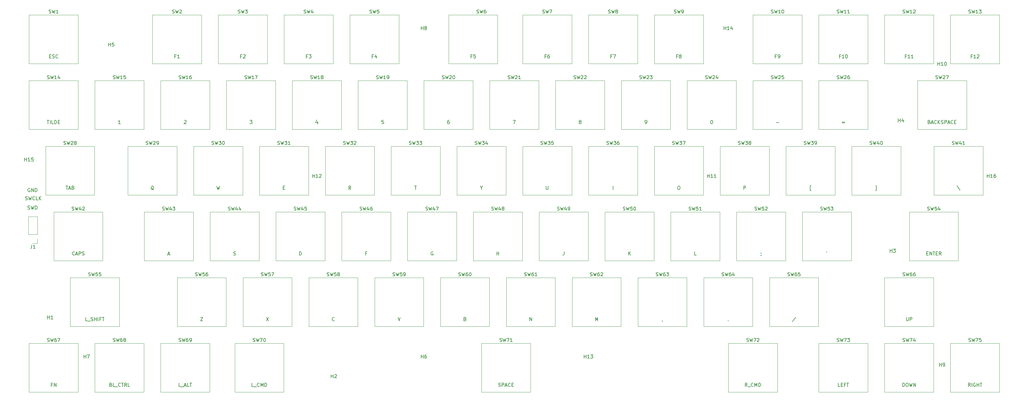
<source format=gbr>
%TF.GenerationSoftware,KiCad,Pcbnew,(6.0.5-0)*%
%TF.CreationDate,2022-06-28T22:26:50+09:00*%
%TF.ProjectId,key-ripper,6b65792d-7269-4707-9065-722e6b696361,rev?*%
%TF.SameCoordinates,Original*%
%TF.FileFunction,Legend,Top*%
%TF.FilePolarity,Positive*%
%FSLAX46Y46*%
G04 Gerber Fmt 4.6, Leading zero omitted, Abs format (unit mm)*
G04 Created by KiCad (PCBNEW (6.0.5-0)) date 2022-06-28 22:26:50*
%MOMM*%
%LPD*%
G01*
G04 APERTURE LIST*
%ADD10C,0.150000*%
%ADD11C,0.120000*%
G04 APERTURE END LIST*
D10*
X-6861904Y-24200000D02*
X-6957142Y-24152380D01*
X-7100000Y-24152380D01*
X-7242857Y-24200000D01*
X-7338095Y-24295238D01*
X-7385714Y-24390476D01*
X-7433333Y-24580952D01*
X-7433333Y-24723809D01*
X-7385714Y-24914285D01*
X-7338095Y-25009523D01*
X-7242857Y-25104761D01*
X-7100000Y-25152380D01*
X-7004761Y-25152380D01*
X-6861904Y-25104761D01*
X-6814285Y-25057142D01*
X-6814285Y-24723809D01*
X-7004761Y-24723809D01*
X-6385714Y-25152380D02*
X-6385714Y-24152380D01*
X-5814285Y-25152380D01*
X-5814285Y-24152380D01*
X-5338095Y-25152380D02*
X-5338095Y-24152380D01*
X-5100000Y-24152380D01*
X-4957142Y-24200000D01*
X-4861904Y-24295238D01*
X-4814285Y-24390476D01*
X-4766666Y-24580952D01*
X-4766666Y-24723809D01*
X-4814285Y-24914285D01*
X-4861904Y-25009523D01*
X-4957142Y-25104761D01*
X-5100000Y-25152380D01*
X-5338095Y-25152380D01*
X-7457142Y-30204761D02*
X-7314285Y-30252380D01*
X-7076190Y-30252380D01*
X-6980952Y-30204761D01*
X-6933333Y-30157142D01*
X-6885714Y-30061904D01*
X-6885714Y-29966666D01*
X-6933333Y-29871428D01*
X-6980952Y-29823809D01*
X-7076190Y-29776190D01*
X-7266666Y-29728571D01*
X-7361904Y-29680952D01*
X-7409523Y-29633333D01*
X-7457142Y-29538095D01*
X-7457142Y-29442857D01*
X-7409523Y-29347619D01*
X-7361904Y-29300000D01*
X-7266666Y-29252380D01*
X-7028571Y-29252380D01*
X-6885714Y-29300000D01*
X-6552380Y-29252380D02*
X-6314285Y-30252380D01*
X-6123809Y-29538095D01*
X-5933333Y-30252380D01*
X-5695238Y-29252380D01*
X-5314285Y-30252380D02*
X-5314285Y-29252380D01*
X-5076190Y-29252380D01*
X-4933333Y-29300000D01*
X-4838095Y-29395238D01*
X-4790476Y-29490476D01*
X-4742857Y-29680952D01*
X-4742857Y-29823809D01*
X-4790476Y-30014285D01*
X-4838095Y-30109523D01*
X-4933333Y-30204761D01*
X-5076190Y-30252380D01*
X-5314285Y-30252380D01*
X-8161904Y-27504761D02*
X-8019047Y-27552380D01*
X-7780952Y-27552380D01*
X-7685714Y-27504761D01*
X-7638095Y-27457142D01*
X-7590476Y-27361904D01*
X-7590476Y-27266666D01*
X-7638095Y-27171428D01*
X-7685714Y-27123809D01*
X-7780952Y-27076190D01*
X-7971428Y-27028571D01*
X-8066666Y-26980952D01*
X-8114285Y-26933333D01*
X-8161904Y-26838095D01*
X-8161904Y-26742857D01*
X-8114285Y-26647619D01*
X-8066666Y-26600000D01*
X-7971428Y-26552380D01*
X-7733333Y-26552380D01*
X-7590476Y-26600000D01*
X-7257142Y-26552380D02*
X-7019047Y-27552380D01*
X-6828571Y-26838095D01*
X-6638095Y-27552380D01*
X-6399999Y-26552380D01*
X-5447619Y-27457142D02*
X-5495238Y-27504761D01*
X-5638095Y-27552380D01*
X-5733333Y-27552380D01*
X-5876190Y-27504761D01*
X-5971428Y-27409523D01*
X-6019047Y-27314285D01*
X-6066666Y-27123809D01*
X-6066666Y-26980952D01*
X-6019047Y-26790476D01*
X-5971428Y-26695238D01*
X-5876190Y-26600000D01*
X-5733333Y-26552380D01*
X-5638095Y-26552380D01*
X-5495238Y-26600000D01*
X-5447619Y-26647619D01*
X-4542857Y-27552380D02*
X-5019047Y-27552380D01*
X-5019047Y-26552380D01*
X-4209523Y-27552380D02*
X-4209523Y-26552380D01*
X-3638095Y-27552380D02*
X-4066666Y-26980952D01*
X-3638095Y-26552380D02*
X-4209523Y-27123809D01*
%TO.C,SW68*%
X17240476Y-68604761D02*
X17383333Y-68652380D01*
X17621428Y-68652380D01*
X17716666Y-68604761D01*
X17764285Y-68557142D01*
X17811904Y-68461904D01*
X17811904Y-68366666D01*
X17764285Y-68271428D01*
X17716666Y-68223809D01*
X17621428Y-68176190D01*
X17430952Y-68128571D01*
X17335714Y-68080952D01*
X17288095Y-68033333D01*
X17240476Y-67938095D01*
X17240476Y-67842857D01*
X17288095Y-67747619D01*
X17335714Y-67700000D01*
X17430952Y-67652380D01*
X17669047Y-67652380D01*
X17811904Y-67700000D01*
X18145238Y-67652380D02*
X18383333Y-68652380D01*
X18573809Y-67938095D01*
X18764285Y-68652380D01*
X19002380Y-67652380D01*
X19811904Y-67652380D02*
X19621428Y-67652380D01*
X19526190Y-67700000D01*
X19478571Y-67747619D01*
X19383333Y-67890476D01*
X19335714Y-68080952D01*
X19335714Y-68461904D01*
X19383333Y-68557142D01*
X19430952Y-68604761D01*
X19526190Y-68652380D01*
X19716666Y-68652380D01*
X19811904Y-68604761D01*
X19859523Y-68557142D01*
X19907142Y-68461904D01*
X19907142Y-68223809D01*
X19859523Y-68128571D01*
X19811904Y-68080952D01*
X19716666Y-68033333D01*
X19526190Y-68033333D01*
X19430952Y-68080952D01*
X19383333Y-68128571D01*
X19335714Y-68223809D01*
X20478571Y-68080952D02*
X20383333Y-68033333D01*
X20335714Y-67985714D01*
X20288095Y-67890476D01*
X20288095Y-67842857D01*
X20335714Y-67747619D01*
X20383333Y-67700000D01*
X20478571Y-67652380D01*
X20669047Y-67652380D01*
X20764285Y-67700000D01*
X20811904Y-67747619D01*
X20859523Y-67842857D01*
X20859523Y-67890476D01*
X20811904Y-67985714D01*
X20764285Y-68033333D01*
X20669047Y-68080952D01*
X20478571Y-68080952D01*
X20383333Y-68128571D01*
X20335714Y-68176190D01*
X20288095Y-68271428D01*
X20288095Y-68461904D01*
X20335714Y-68557142D01*
X20383333Y-68604761D01*
X20478571Y-68652380D01*
X20669047Y-68652380D01*
X20764285Y-68604761D01*
X20811904Y-68557142D01*
X20859523Y-68461904D01*
X20859523Y-68271428D01*
X20811904Y-68176190D01*
X20764285Y-68128571D01*
X20669047Y-68080952D01*
X16550000Y-81128571D02*
X16692857Y-81176190D01*
X16740476Y-81223809D01*
X16788095Y-81319047D01*
X16788095Y-81461904D01*
X16740476Y-81557142D01*
X16692857Y-81604761D01*
X16597619Y-81652380D01*
X16216666Y-81652380D01*
X16216666Y-80652380D01*
X16550000Y-80652380D01*
X16645238Y-80700000D01*
X16692857Y-80747619D01*
X16740476Y-80842857D01*
X16740476Y-80938095D01*
X16692857Y-81033333D01*
X16645238Y-81080952D01*
X16550000Y-81128571D01*
X16216666Y-81128571D01*
X17692857Y-81652380D02*
X17216666Y-81652380D01*
X17216666Y-80652380D01*
X17788095Y-81747619D02*
X18550000Y-81747619D01*
X19359523Y-81557142D02*
X19311904Y-81604761D01*
X19169047Y-81652380D01*
X19073809Y-81652380D01*
X18930952Y-81604761D01*
X18835714Y-81509523D01*
X18788095Y-81414285D01*
X18740476Y-81223809D01*
X18740476Y-81080952D01*
X18788095Y-80890476D01*
X18835714Y-80795238D01*
X18930952Y-80700000D01*
X19073809Y-80652380D01*
X19169047Y-80652380D01*
X19311904Y-80700000D01*
X19359523Y-80747619D01*
X19645238Y-80652380D02*
X20216666Y-80652380D01*
X19930952Y-81652380D02*
X19930952Y-80652380D01*
X21121428Y-81652380D02*
X20788095Y-81176190D01*
X20550000Y-81652380D02*
X20550000Y-80652380D01*
X20930952Y-80652380D01*
X21026190Y-80700000D01*
X21073809Y-80747619D01*
X21121428Y-80842857D01*
X21121428Y-80985714D01*
X21073809Y-81080952D01*
X21026190Y-81128571D01*
X20930952Y-81176190D01*
X20550000Y-81176190D01*
X22026190Y-81652380D02*
X21550000Y-81652380D01*
X21550000Y-80652380D01*
%TO.C,SW71*%
X129159226Y-68604761D02*
X129302083Y-68652380D01*
X129540178Y-68652380D01*
X129635416Y-68604761D01*
X129683035Y-68557142D01*
X129730654Y-68461904D01*
X129730654Y-68366666D01*
X129683035Y-68271428D01*
X129635416Y-68223809D01*
X129540178Y-68176190D01*
X129349702Y-68128571D01*
X129254464Y-68080952D01*
X129206845Y-68033333D01*
X129159226Y-67938095D01*
X129159226Y-67842857D01*
X129206845Y-67747619D01*
X129254464Y-67700000D01*
X129349702Y-67652380D01*
X129587797Y-67652380D01*
X129730654Y-67700000D01*
X130063988Y-67652380D02*
X130302083Y-68652380D01*
X130492559Y-67938095D01*
X130683035Y-68652380D01*
X130921130Y-67652380D01*
X131206845Y-67652380D02*
X131873511Y-67652380D01*
X131444940Y-68652380D01*
X132778273Y-68652380D02*
X132206845Y-68652380D01*
X132492559Y-68652380D02*
X132492559Y-67652380D01*
X132397321Y-67795238D01*
X132302083Y-67890476D01*
X132206845Y-67938095D01*
X128802083Y-81604761D02*
X128944940Y-81652380D01*
X129183035Y-81652380D01*
X129278273Y-81604761D01*
X129325892Y-81557142D01*
X129373511Y-81461904D01*
X129373511Y-81366666D01*
X129325892Y-81271428D01*
X129278273Y-81223809D01*
X129183035Y-81176190D01*
X128992559Y-81128571D01*
X128897321Y-81080952D01*
X128849702Y-81033333D01*
X128802083Y-80938095D01*
X128802083Y-80842857D01*
X128849702Y-80747619D01*
X128897321Y-80700000D01*
X128992559Y-80652380D01*
X129230654Y-80652380D01*
X129373511Y-80700000D01*
X129802083Y-81652380D02*
X129802083Y-80652380D01*
X130183035Y-80652380D01*
X130278273Y-80700000D01*
X130325892Y-80747619D01*
X130373511Y-80842857D01*
X130373511Y-80985714D01*
X130325892Y-81080952D01*
X130278273Y-81128571D01*
X130183035Y-81176190D01*
X129802083Y-81176190D01*
X130754464Y-81366666D02*
X131230654Y-81366666D01*
X130659226Y-81652380D02*
X130992559Y-80652380D01*
X131325892Y-81652380D01*
X132230654Y-81557142D02*
X132183035Y-81604761D01*
X132040178Y-81652380D01*
X131944940Y-81652380D01*
X131802083Y-81604761D01*
X131706845Y-81509523D01*
X131659226Y-81414285D01*
X131611607Y-81223809D01*
X131611607Y-81080952D01*
X131659226Y-80890476D01*
X131706845Y-80795238D01*
X131802083Y-80700000D01*
X131944940Y-80652380D01*
X132040178Y-80652380D01*
X132183035Y-80700000D01*
X132230654Y-80747619D01*
X132659226Y-81128571D02*
X132992559Y-81128571D01*
X133135416Y-81652380D02*
X132659226Y-81652380D01*
X132659226Y-80652380D01*
X133135416Y-80652380D01*
%TO.C,SW19*%
X93440476Y7595238D02*
X93583333Y7547619D01*
X93821428Y7547619D01*
X93916666Y7595238D01*
X93964285Y7642857D01*
X94011904Y7738095D01*
X94011904Y7833333D01*
X93964285Y7928571D01*
X93916666Y7976190D01*
X93821428Y8023809D01*
X93630952Y8071428D01*
X93535714Y8119047D01*
X93488095Y8166666D01*
X93440476Y8261904D01*
X93440476Y8357142D01*
X93488095Y8452380D01*
X93535714Y8500000D01*
X93630952Y8547619D01*
X93869047Y8547619D01*
X94011904Y8500000D01*
X94345238Y8547619D02*
X94583333Y7547619D01*
X94773809Y8261904D01*
X94964285Y7547619D01*
X95202380Y8547619D01*
X96107142Y7547619D02*
X95535714Y7547619D01*
X95821428Y7547619D02*
X95821428Y8547619D01*
X95726190Y8404761D01*
X95630952Y8309523D01*
X95535714Y8261904D01*
X96583333Y7547619D02*
X96773809Y7547619D01*
X96869047Y7595238D01*
X96916666Y7642857D01*
X97011904Y7785714D01*
X97059523Y7976190D01*
X97059523Y8357142D01*
X97011904Y8452380D01*
X96964285Y8500000D01*
X96869047Y8547619D01*
X96678571Y8547619D01*
X96583333Y8500000D01*
X96535714Y8452380D01*
X96488095Y8357142D01*
X96488095Y8119047D01*
X96535714Y8023809D01*
X96583333Y7976190D01*
X96678571Y7928571D01*
X96869047Y7928571D01*
X96964285Y7976190D01*
X97011904Y8023809D01*
X97059523Y8119047D01*
X95488095Y-4452380D02*
X95011904Y-4452380D01*
X94964285Y-4928571D01*
X95011904Y-4880952D01*
X95107142Y-4833333D01*
X95345238Y-4833333D01*
X95440476Y-4880952D01*
X95488095Y-4928571D01*
X95535714Y-5023809D01*
X95535714Y-5261904D01*
X95488095Y-5357142D01*
X95440476Y-5404761D01*
X95345238Y-5452380D01*
X95107142Y-5452380D01*
X95011904Y-5404761D01*
X94964285Y-5357142D01*
%TO.C,SW61*%
X136302976Y-49554761D02*
X136445833Y-49602380D01*
X136683928Y-49602380D01*
X136779166Y-49554761D01*
X136826785Y-49507142D01*
X136874404Y-49411904D01*
X136874404Y-49316666D01*
X136826785Y-49221428D01*
X136779166Y-49173809D01*
X136683928Y-49126190D01*
X136493452Y-49078571D01*
X136398214Y-49030952D01*
X136350595Y-48983333D01*
X136302976Y-48888095D01*
X136302976Y-48792857D01*
X136350595Y-48697619D01*
X136398214Y-48650000D01*
X136493452Y-48602380D01*
X136731547Y-48602380D01*
X136874404Y-48650000D01*
X137207738Y-48602380D02*
X137445833Y-49602380D01*
X137636309Y-48888095D01*
X137826785Y-49602380D01*
X138064880Y-48602380D01*
X138874404Y-48602380D02*
X138683928Y-48602380D01*
X138588690Y-48650000D01*
X138541071Y-48697619D01*
X138445833Y-48840476D01*
X138398214Y-49030952D01*
X138398214Y-49411904D01*
X138445833Y-49507142D01*
X138493452Y-49554761D01*
X138588690Y-49602380D01*
X138779166Y-49602380D01*
X138874404Y-49554761D01*
X138922023Y-49507142D01*
X138969642Y-49411904D01*
X138969642Y-49173809D01*
X138922023Y-49078571D01*
X138874404Y-49030952D01*
X138779166Y-48983333D01*
X138588690Y-48983333D01*
X138493452Y-49030952D01*
X138445833Y-49078571D01*
X138398214Y-49173809D01*
X139922023Y-49602380D02*
X139350595Y-49602380D01*
X139636309Y-49602380D02*
X139636309Y-48602380D01*
X139541071Y-48745238D01*
X139445833Y-48840476D01*
X139350595Y-48888095D01*
X137826785Y-62602380D02*
X137826785Y-61602380D01*
X138398214Y-62602380D01*
X138398214Y-61602380D01*
%TO.C,SW73*%
X226790476Y-68604761D02*
X226933333Y-68652380D01*
X227171428Y-68652380D01*
X227266666Y-68604761D01*
X227314285Y-68557142D01*
X227361904Y-68461904D01*
X227361904Y-68366666D01*
X227314285Y-68271428D01*
X227266666Y-68223809D01*
X227171428Y-68176190D01*
X226980952Y-68128571D01*
X226885714Y-68080952D01*
X226838095Y-68033333D01*
X226790476Y-67938095D01*
X226790476Y-67842857D01*
X226838095Y-67747619D01*
X226885714Y-67700000D01*
X226980952Y-67652380D01*
X227219047Y-67652380D01*
X227361904Y-67700000D01*
X227695238Y-67652380D02*
X227933333Y-68652380D01*
X228123809Y-67938095D01*
X228314285Y-68652380D01*
X228552380Y-67652380D01*
X228838095Y-67652380D02*
X229504761Y-67652380D01*
X229076190Y-68652380D01*
X229790476Y-67652380D02*
X230409523Y-67652380D01*
X230076190Y-68033333D01*
X230219047Y-68033333D01*
X230314285Y-68080952D01*
X230361904Y-68128571D01*
X230409523Y-68223809D01*
X230409523Y-68461904D01*
X230361904Y-68557142D01*
X230314285Y-68604761D01*
X230219047Y-68652380D01*
X229933333Y-68652380D01*
X229838095Y-68604761D01*
X229790476Y-68557142D01*
X227647619Y-81652380D02*
X227171428Y-81652380D01*
X227171428Y-80652380D01*
X227980952Y-81128571D02*
X228314285Y-81128571D01*
X228457142Y-81652380D02*
X227980952Y-81652380D01*
X227980952Y-80652380D01*
X228457142Y-80652380D01*
X229219047Y-81128571D02*
X228885714Y-81128571D01*
X228885714Y-81652380D02*
X228885714Y-80652380D01*
X229361904Y-80652380D01*
X229600000Y-80652380D02*
X230171428Y-80652380D01*
X229885714Y-81652380D02*
X229885714Y-80652380D01*
%TO.C,H5*%
X15906845Y17035119D02*
X15906845Y18035119D01*
X15906845Y17558928D02*
X16478273Y17558928D01*
X16478273Y17035119D02*
X16478273Y18035119D01*
X17430654Y18035119D02*
X16954464Y18035119D01*
X16906845Y17558928D01*
X16954464Y17606547D01*
X17049702Y17654166D01*
X17287797Y17654166D01*
X17383035Y17606547D01*
X17430654Y17558928D01*
X17478273Y17463690D01*
X17478273Y17225595D01*
X17430654Y17130357D01*
X17383035Y17082738D01*
X17287797Y17035119D01*
X17049702Y17035119D01*
X16954464Y17082738D01*
X16906845Y17130357D01*
%TO.C,SW4*%
X72485416Y26645238D02*
X72628273Y26597619D01*
X72866369Y26597619D01*
X72961607Y26645238D01*
X73009226Y26692857D01*
X73056845Y26788095D01*
X73056845Y26883333D01*
X73009226Y26978571D01*
X72961607Y27026190D01*
X72866369Y27073809D01*
X72675892Y27121428D01*
X72580654Y27169047D01*
X72533035Y27216666D01*
X72485416Y27311904D01*
X72485416Y27407142D01*
X72533035Y27502380D01*
X72580654Y27550000D01*
X72675892Y27597619D01*
X72913988Y27597619D01*
X73056845Y27550000D01*
X73390178Y27597619D02*
X73628273Y26597619D01*
X73818750Y27311904D01*
X74009226Y26597619D01*
X74247321Y27597619D01*
X75056845Y27264285D02*
X75056845Y26597619D01*
X74818750Y27645238D02*
X74580654Y26930952D01*
X75199702Y26930952D01*
X73485416Y14121428D02*
X73152083Y14121428D01*
X73152083Y13597619D02*
X73152083Y14597619D01*
X73628273Y14597619D01*
X73913988Y14597619D02*
X74533035Y14597619D01*
X74199702Y14216666D01*
X74342559Y14216666D01*
X74437797Y14169047D01*
X74485416Y14121428D01*
X74533035Y14026190D01*
X74533035Y13788095D01*
X74485416Y13692857D01*
X74437797Y13645238D01*
X74342559Y13597619D01*
X74056845Y13597619D01*
X73961607Y13645238D01*
X73913988Y13692857D01*
%TO.C,H1*%
X-1761904Y-62052380D02*
X-1761904Y-61052380D01*
X-1761904Y-61528571D02*
X-1190476Y-61528571D01*
X-1190476Y-62052380D02*
X-1190476Y-61052380D01*
X-190476Y-62052380D02*
X-761904Y-62052380D01*
X-476190Y-62052380D02*
X-476190Y-61052380D01*
X-571428Y-61195238D01*
X-666666Y-61290476D01*
X-761904Y-61338095D01*
%TO.C,SW16*%
X36290476Y7595238D02*
X36433333Y7547619D01*
X36671428Y7547619D01*
X36766666Y7595238D01*
X36814285Y7642857D01*
X36861904Y7738095D01*
X36861904Y7833333D01*
X36814285Y7928571D01*
X36766666Y7976190D01*
X36671428Y8023809D01*
X36480952Y8071428D01*
X36385714Y8119047D01*
X36338095Y8166666D01*
X36290476Y8261904D01*
X36290476Y8357142D01*
X36338095Y8452380D01*
X36385714Y8500000D01*
X36480952Y8547619D01*
X36719047Y8547619D01*
X36861904Y8500000D01*
X37195238Y8547619D02*
X37433333Y7547619D01*
X37623809Y8261904D01*
X37814285Y7547619D01*
X38052380Y8547619D01*
X38957142Y7547619D02*
X38385714Y7547619D01*
X38671428Y7547619D02*
X38671428Y8547619D01*
X38576190Y8404761D01*
X38480952Y8309523D01*
X38385714Y8261904D01*
X39814285Y8547619D02*
X39623809Y8547619D01*
X39528571Y8500000D01*
X39480952Y8452380D01*
X39385714Y8309523D01*
X39338095Y8119047D01*
X39338095Y7738095D01*
X39385714Y7642857D01*
X39433333Y7595238D01*
X39528571Y7547619D01*
X39719047Y7547619D01*
X39814285Y7595238D01*
X39861904Y7642857D01*
X39909523Y7738095D01*
X39909523Y7976190D01*
X39861904Y8071428D01*
X39814285Y8119047D01*
X39719047Y8166666D01*
X39528571Y8166666D01*
X39433333Y8119047D01*
X39385714Y8071428D01*
X39338095Y7976190D01*
X37814285Y-4547619D02*
X37861904Y-4500000D01*
X37957142Y-4452380D01*
X38195238Y-4452380D01*
X38290476Y-4500000D01*
X38338095Y-4547619D01*
X38385714Y-4642857D01*
X38385714Y-4738095D01*
X38338095Y-4880952D01*
X37766666Y-5452380D01*
X38385714Y-5452380D01*
%TO.C,H3*%
X242138095Y-42752380D02*
X242138095Y-41752380D01*
X242138095Y-42228571D02*
X242709523Y-42228571D01*
X242709523Y-42752380D02*
X242709523Y-41752380D01*
X243090476Y-41752380D02*
X243709523Y-41752380D01*
X243376190Y-42133333D01*
X243519047Y-42133333D01*
X243614285Y-42180952D01*
X243661904Y-42228571D01*
X243709523Y-42323809D01*
X243709523Y-42561904D01*
X243661904Y-42657142D01*
X243614285Y-42704761D01*
X243519047Y-42752380D01*
X243233333Y-42752380D01*
X243138095Y-42704761D01*
X243090476Y-42657142D01*
%TO.C,SW74*%
X245840476Y-68604761D02*
X245983333Y-68652380D01*
X246221428Y-68652380D01*
X246316666Y-68604761D01*
X246364285Y-68557142D01*
X246411904Y-68461904D01*
X246411904Y-68366666D01*
X246364285Y-68271428D01*
X246316666Y-68223809D01*
X246221428Y-68176190D01*
X246030952Y-68128571D01*
X245935714Y-68080952D01*
X245888095Y-68033333D01*
X245840476Y-67938095D01*
X245840476Y-67842857D01*
X245888095Y-67747619D01*
X245935714Y-67700000D01*
X246030952Y-67652380D01*
X246269047Y-67652380D01*
X246411904Y-67700000D01*
X246745238Y-67652380D02*
X246983333Y-68652380D01*
X247173809Y-67938095D01*
X247364285Y-68652380D01*
X247602380Y-67652380D01*
X247888095Y-67652380D02*
X248554761Y-67652380D01*
X248126190Y-68652380D01*
X249364285Y-67985714D02*
X249364285Y-68652380D01*
X249126190Y-67604761D02*
X248888095Y-68319047D01*
X249507142Y-68319047D01*
X245769047Y-81652380D02*
X245769047Y-80652380D01*
X246007142Y-80652380D01*
X246150000Y-80700000D01*
X246245238Y-80795238D01*
X246292857Y-80890476D01*
X246340476Y-81080952D01*
X246340476Y-81223809D01*
X246292857Y-81414285D01*
X246245238Y-81509523D01*
X246150000Y-81604761D01*
X246007142Y-81652380D01*
X245769047Y-81652380D01*
X246959523Y-80652380D02*
X247150000Y-80652380D01*
X247245238Y-80700000D01*
X247340476Y-80795238D01*
X247388095Y-80985714D01*
X247388095Y-81319047D01*
X247340476Y-81509523D01*
X247245238Y-81604761D01*
X247150000Y-81652380D01*
X246959523Y-81652380D01*
X246864285Y-81604761D01*
X246769047Y-81509523D01*
X246721428Y-81319047D01*
X246721428Y-80985714D01*
X246769047Y-80795238D01*
X246864285Y-80700000D01*
X246959523Y-80652380D01*
X247721428Y-80652380D02*
X247959523Y-81652380D01*
X248150000Y-80938095D01*
X248340476Y-81652380D01*
X248578571Y-80652380D01*
X248959523Y-81652380D02*
X248959523Y-80652380D01*
X249530952Y-81652380D01*
X249530952Y-80652380D01*
%TO.C,SW6*%
X122491666Y26645238D02*
X122634523Y26597619D01*
X122872619Y26597619D01*
X122967857Y26645238D01*
X123015476Y26692857D01*
X123063095Y26788095D01*
X123063095Y26883333D01*
X123015476Y26978571D01*
X122967857Y27026190D01*
X122872619Y27073809D01*
X122682142Y27121428D01*
X122586904Y27169047D01*
X122539285Y27216666D01*
X122491666Y27311904D01*
X122491666Y27407142D01*
X122539285Y27502380D01*
X122586904Y27550000D01*
X122682142Y27597619D01*
X122920238Y27597619D01*
X123063095Y27550000D01*
X123396428Y27597619D02*
X123634523Y26597619D01*
X123825000Y27311904D01*
X124015476Y26597619D01*
X124253571Y27597619D01*
X125063095Y27597619D02*
X124872619Y27597619D01*
X124777380Y27550000D01*
X124729761Y27502380D01*
X124634523Y27359523D01*
X124586904Y27169047D01*
X124586904Y26788095D01*
X124634523Y26692857D01*
X124682142Y26645238D01*
X124777380Y26597619D01*
X124967857Y26597619D01*
X125063095Y26645238D01*
X125110714Y26692857D01*
X125158333Y26788095D01*
X125158333Y27026190D01*
X125110714Y27121428D01*
X125063095Y27169047D01*
X124967857Y27216666D01*
X124777380Y27216666D01*
X124682142Y27169047D01*
X124634523Y27121428D01*
X124586904Y27026190D01*
X121110416Y14121428D02*
X120777083Y14121428D01*
X120777083Y13597619D02*
X120777083Y14597619D01*
X121253273Y14597619D01*
X122110416Y14597619D02*
X121634226Y14597619D01*
X121586607Y14121428D01*
X121634226Y14169047D01*
X121729464Y14216666D01*
X121967559Y14216666D01*
X122062797Y14169047D01*
X122110416Y14121428D01*
X122158035Y14026190D01*
X122158035Y13788095D01*
X122110416Y13692857D01*
X122062797Y13645238D01*
X121967559Y13597619D01*
X121729464Y13597619D01*
X121634226Y13645238D01*
X121586607Y13692857D01*
%TO.C,H15*%
X-8381845Y-16302380D02*
X-8381845Y-15302380D01*
X-8381845Y-15778571D02*
X-7810416Y-15778571D01*
X-7810416Y-16302380D02*
X-7810416Y-15302380D01*
X-6810416Y-16302380D02*
X-7381845Y-16302380D01*
X-7096130Y-16302380D02*
X-7096130Y-15302380D01*
X-7191369Y-15445238D01*
X-7286607Y-15540476D01*
X-7381845Y-15588095D01*
X-5905654Y-15302380D02*
X-6381845Y-15302380D01*
X-6429464Y-15778571D01*
X-6381845Y-15730952D01*
X-6286607Y-15683333D01*
X-6048511Y-15683333D01*
X-5953273Y-15730952D01*
X-5905654Y-15778571D01*
X-5858035Y-15873809D01*
X-5858035Y-16111904D01*
X-5905654Y-16207142D01*
X-5953273Y-16254761D01*
X-6048511Y-16302380D01*
X-6286607Y-16302380D01*
X-6381845Y-16254761D01*
X-6429464Y-16207142D01*
%TO.C,SW64*%
X193452976Y-49554761D02*
X193595833Y-49602380D01*
X193833928Y-49602380D01*
X193929166Y-49554761D01*
X193976785Y-49507142D01*
X194024404Y-49411904D01*
X194024404Y-49316666D01*
X193976785Y-49221428D01*
X193929166Y-49173809D01*
X193833928Y-49126190D01*
X193643452Y-49078571D01*
X193548214Y-49030952D01*
X193500595Y-48983333D01*
X193452976Y-48888095D01*
X193452976Y-48792857D01*
X193500595Y-48697619D01*
X193548214Y-48650000D01*
X193643452Y-48602380D01*
X193881547Y-48602380D01*
X194024404Y-48650000D01*
X194357738Y-48602380D02*
X194595833Y-49602380D01*
X194786309Y-48888095D01*
X194976785Y-49602380D01*
X195214880Y-48602380D01*
X196024404Y-48602380D02*
X195833928Y-48602380D01*
X195738690Y-48650000D01*
X195691071Y-48697619D01*
X195595833Y-48840476D01*
X195548214Y-49030952D01*
X195548214Y-49411904D01*
X195595833Y-49507142D01*
X195643452Y-49554761D01*
X195738690Y-49602380D01*
X195929166Y-49602380D01*
X196024404Y-49554761D01*
X196072023Y-49507142D01*
X196119642Y-49411904D01*
X196119642Y-49173809D01*
X196072023Y-49078571D01*
X196024404Y-49030952D01*
X195929166Y-48983333D01*
X195738690Y-48983333D01*
X195643452Y-49030952D01*
X195595833Y-49078571D01*
X195548214Y-49173809D01*
X196976785Y-48935714D02*
X196976785Y-49602380D01*
X196738690Y-48554761D02*
X196500595Y-49269047D01*
X197119642Y-49269047D01*
X195262500Y-62507142D02*
X195310119Y-62554761D01*
X195262500Y-62602380D01*
X195214880Y-62554761D01*
X195262500Y-62507142D01*
X195262500Y-62602380D01*
%TO.C,SW32*%
X83915476Y-11454761D02*
X84058333Y-11502380D01*
X84296428Y-11502380D01*
X84391666Y-11454761D01*
X84439285Y-11407142D01*
X84486904Y-11311904D01*
X84486904Y-11216666D01*
X84439285Y-11121428D01*
X84391666Y-11073809D01*
X84296428Y-11026190D01*
X84105952Y-10978571D01*
X84010714Y-10930952D01*
X83963095Y-10883333D01*
X83915476Y-10788095D01*
X83915476Y-10692857D01*
X83963095Y-10597619D01*
X84010714Y-10550000D01*
X84105952Y-10502380D01*
X84344047Y-10502380D01*
X84486904Y-10550000D01*
X84820238Y-10502380D02*
X85058333Y-11502380D01*
X85248809Y-10788095D01*
X85439285Y-11502380D01*
X85677380Y-10502380D01*
X85963095Y-10502380D02*
X86582142Y-10502380D01*
X86248809Y-10883333D01*
X86391666Y-10883333D01*
X86486904Y-10930952D01*
X86534523Y-10978571D01*
X86582142Y-11073809D01*
X86582142Y-11311904D01*
X86534523Y-11407142D01*
X86486904Y-11454761D01*
X86391666Y-11502380D01*
X86105952Y-11502380D01*
X86010714Y-11454761D01*
X85963095Y-11407142D01*
X86963095Y-10597619D02*
X87010714Y-10550000D01*
X87105952Y-10502380D01*
X87344047Y-10502380D01*
X87439285Y-10550000D01*
X87486904Y-10597619D01*
X87534523Y-10692857D01*
X87534523Y-10788095D01*
X87486904Y-10930952D01*
X86915476Y-11502380D01*
X87534523Y-11502380D01*
X86034523Y-24502380D02*
X85701190Y-24026190D01*
X85463095Y-24502380D02*
X85463095Y-23502380D01*
X85844047Y-23502380D01*
X85939285Y-23550000D01*
X85986904Y-23597619D01*
X86034523Y-23692857D01*
X86034523Y-23835714D01*
X85986904Y-23930952D01*
X85939285Y-23978571D01*
X85844047Y-24026190D01*
X85463095Y-24026190D01*
%TO.C,SW65*%
X212502976Y-49554761D02*
X212645833Y-49602380D01*
X212883928Y-49602380D01*
X212979166Y-49554761D01*
X213026785Y-49507142D01*
X213074404Y-49411904D01*
X213074404Y-49316666D01*
X213026785Y-49221428D01*
X212979166Y-49173809D01*
X212883928Y-49126190D01*
X212693452Y-49078571D01*
X212598214Y-49030952D01*
X212550595Y-48983333D01*
X212502976Y-48888095D01*
X212502976Y-48792857D01*
X212550595Y-48697619D01*
X212598214Y-48650000D01*
X212693452Y-48602380D01*
X212931547Y-48602380D01*
X213074404Y-48650000D01*
X213407738Y-48602380D02*
X213645833Y-49602380D01*
X213836309Y-48888095D01*
X214026785Y-49602380D01*
X214264880Y-48602380D01*
X215074404Y-48602380D02*
X214883928Y-48602380D01*
X214788690Y-48650000D01*
X214741071Y-48697619D01*
X214645833Y-48840476D01*
X214598214Y-49030952D01*
X214598214Y-49411904D01*
X214645833Y-49507142D01*
X214693452Y-49554761D01*
X214788690Y-49602380D01*
X214979166Y-49602380D01*
X215074404Y-49554761D01*
X215122023Y-49507142D01*
X215169642Y-49411904D01*
X215169642Y-49173809D01*
X215122023Y-49078571D01*
X215074404Y-49030952D01*
X214979166Y-48983333D01*
X214788690Y-48983333D01*
X214693452Y-49030952D01*
X214645833Y-49078571D01*
X214598214Y-49173809D01*
X216074404Y-48602380D02*
X215598214Y-48602380D01*
X215550595Y-49078571D01*
X215598214Y-49030952D01*
X215693452Y-48983333D01*
X215931547Y-48983333D01*
X216026785Y-49030952D01*
X216074404Y-49078571D01*
X216122023Y-49173809D01*
X216122023Y-49411904D01*
X216074404Y-49507142D01*
X216026785Y-49554761D01*
X215931547Y-49602380D01*
X215693452Y-49602380D01*
X215598214Y-49554761D01*
X215550595Y-49507142D01*
X214741071Y-61554761D02*
X213883928Y-62840476D01*
%TO.C,SW31*%
X64865476Y-11454761D02*
X65008333Y-11502380D01*
X65246428Y-11502380D01*
X65341666Y-11454761D01*
X65389285Y-11407142D01*
X65436904Y-11311904D01*
X65436904Y-11216666D01*
X65389285Y-11121428D01*
X65341666Y-11073809D01*
X65246428Y-11026190D01*
X65055952Y-10978571D01*
X64960714Y-10930952D01*
X64913095Y-10883333D01*
X64865476Y-10788095D01*
X64865476Y-10692857D01*
X64913095Y-10597619D01*
X64960714Y-10550000D01*
X65055952Y-10502380D01*
X65294047Y-10502380D01*
X65436904Y-10550000D01*
X65770238Y-10502380D02*
X66008333Y-11502380D01*
X66198809Y-10788095D01*
X66389285Y-11502380D01*
X66627380Y-10502380D01*
X66913095Y-10502380D02*
X67532142Y-10502380D01*
X67198809Y-10883333D01*
X67341666Y-10883333D01*
X67436904Y-10930952D01*
X67484523Y-10978571D01*
X67532142Y-11073809D01*
X67532142Y-11311904D01*
X67484523Y-11407142D01*
X67436904Y-11454761D01*
X67341666Y-11502380D01*
X67055952Y-11502380D01*
X66960714Y-11454761D01*
X66913095Y-11407142D01*
X68484523Y-11502380D02*
X67913095Y-11502380D01*
X68198809Y-11502380D02*
X68198809Y-10502380D01*
X68103571Y-10645238D01*
X68008333Y-10740476D01*
X67913095Y-10788095D01*
X66460714Y-23978571D02*
X66794047Y-23978571D01*
X66936904Y-24502380D02*
X66460714Y-24502380D01*
X66460714Y-23502380D01*
X66936904Y-23502380D01*
%TO.C,SW42*%
X5334226Y-30504761D02*
X5477083Y-30552380D01*
X5715178Y-30552380D01*
X5810416Y-30504761D01*
X5858035Y-30457142D01*
X5905654Y-30361904D01*
X5905654Y-30266666D01*
X5858035Y-30171428D01*
X5810416Y-30123809D01*
X5715178Y-30076190D01*
X5524702Y-30028571D01*
X5429464Y-29980952D01*
X5381845Y-29933333D01*
X5334226Y-29838095D01*
X5334226Y-29742857D01*
X5381845Y-29647619D01*
X5429464Y-29600000D01*
X5524702Y-29552380D01*
X5762797Y-29552380D01*
X5905654Y-29600000D01*
X6238988Y-29552380D02*
X6477083Y-30552380D01*
X6667559Y-29838095D01*
X6858035Y-30552380D01*
X7096130Y-29552380D01*
X7905654Y-29885714D02*
X7905654Y-30552380D01*
X7667559Y-29504761D02*
X7429464Y-30219047D01*
X8048511Y-30219047D01*
X8381845Y-29647619D02*
X8429464Y-29600000D01*
X8524702Y-29552380D01*
X8762797Y-29552380D01*
X8858035Y-29600000D01*
X8905654Y-29647619D01*
X8953273Y-29742857D01*
X8953273Y-29838095D01*
X8905654Y-29980952D01*
X8334226Y-30552380D01*
X8953273Y-30552380D01*
X6048511Y-43457142D02*
X6000892Y-43504761D01*
X5858035Y-43552380D01*
X5762797Y-43552380D01*
X5619940Y-43504761D01*
X5524702Y-43409523D01*
X5477083Y-43314285D01*
X5429464Y-43123809D01*
X5429464Y-42980952D01*
X5477083Y-42790476D01*
X5524702Y-42695238D01*
X5619940Y-42600000D01*
X5762797Y-42552380D01*
X5858035Y-42552380D01*
X6000892Y-42600000D01*
X6048511Y-42647619D01*
X6429464Y-43266666D02*
X6905654Y-43266666D01*
X6334226Y-43552380D02*
X6667559Y-42552380D01*
X7000892Y-43552380D01*
X7334226Y-43552380D02*
X7334226Y-42552380D01*
X7715178Y-42552380D01*
X7810416Y-42600000D01*
X7858035Y-42647619D01*
X7905654Y-42742857D01*
X7905654Y-42885714D01*
X7858035Y-42980952D01*
X7810416Y-43028571D01*
X7715178Y-43076190D01*
X7334226Y-43076190D01*
X8286607Y-43504761D02*
X8429464Y-43552380D01*
X8667559Y-43552380D01*
X8762797Y-43504761D01*
X8810416Y-43457142D01*
X8858035Y-43361904D01*
X8858035Y-43266666D01*
X8810416Y-43171428D01*
X8762797Y-43123809D01*
X8667559Y-43076190D01*
X8477083Y-43028571D01*
X8381845Y-42980952D01*
X8334226Y-42933333D01*
X8286607Y-42838095D01*
X8286607Y-42742857D01*
X8334226Y-42647619D01*
X8381845Y-42600000D01*
X8477083Y-42552380D01*
X8715178Y-42552380D01*
X8858035Y-42600000D01*
%TO.C,SW27*%
X255365476Y7595238D02*
X255508333Y7547619D01*
X255746428Y7547619D01*
X255841666Y7595238D01*
X255889285Y7642857D01*
X255936904Y7738095D01*
X255936904Y7833333D01*
X255889285Y7928571D01*
X255841666Y7976190D01*
X255746428Y8023809D01*
X255555952Y8071428D01*
X255460714Y8119047D01*
X255413095Y8166666D01*
X255365476Y8261904D01*
X255365476Y8357142D01*
X255413095Y8452380D01*
X255460714Y8500000D01*
X255555952Y8547619D01*
X255794047Y8547619D01*
X255936904Y8500000D01*
X256270238Y8547619D02*
X256508333Y7547619D01*
X256698809Y8261904D01*
X256889285Y7547619D01*
X257127380Y8547619D01*
X257460714Y8452380D02*
X257508333Y8500000D01*
X257603571Y8547619D01*
X257841666Y8547619D01*
X257936904Y8500000D01*
X257984523Y8452380D01*
X258032142Y8357142D01*
X258032142Y8261904D01*
X257984523Y8119047D01*
X257413095Y7547619D01*
X258032142Y7547619D01*
X258365476Y8547619D02*
X259032142Y8547619D01*
X258603571Y7547619D01*
X253460714Y-4928571D02*
X253603571Y-4976190D01*
X253651190Y-5023809D01*
X253698809Y-5119047D01*
X253698809Y-5261904D01*
X253651190Y-5357142D01*
X253603571Y-5404761D01*
X253508333Y-5452380D01*
X253127380Y-5452380D01*
X253127380Y-4452380D01*
X253460714Y-4452380D01*
X253555952Y-4500000D01*
X253603571Y-4547619D01*
X253651190Y-4642857D01*
X253651190Y-4738095D01*
X253603571Y-4833333D01*
X253555952Y-4880952D01*
X253460714Y-4928571D01*
X253127380Y-4928571D01*
X254079761Y-5166666D02*
X254555952Y-5166666D01*
X253984523Y-5452380D02*
X254317857Y-4452380D01*
X254651190Y-5452380D01*
X255555952Y-5357142D02*
X255508333Y-5404761D01*
X255365476Y-5452380D01*
X255270238Y-5452380D01*
X255127380Y-5404761D01*
X255032142Y-5309523D01*
X254984523Y-5214285D01*
X254936904Y-5023809D01*
X254936904Y-4880952D01*
X254984523Y-4690476D01*
X255032142Y-4595238D01*
X255127380Y-4500000D01*
X255270238Y-4452380D01*
X255365476Y-4452380D01*
X255508333Y-4500000D01*
X255555952Y-4547619D01*
X255984523Y-5452380D02*
X255984523Y-4452380D01*
X256555952Y-5452380D02*
X256127380Y-4880952D01*
X256555952Y-4452380D02*
X255984523Y-5023809D01*
X256936904Y-5404761D02*
X257079761Y-5452380D01*
X257317857Y-5452380D01*
X257413095Y-5404761D01*
X257460714Y-5357142D01*
X257508333Y-5261904D01*
X257508333Y-5166666D01*
X257460714Y-5071428D01*
X257413095Y-5023809D01*
X257317857Y-4976190D01*
X257127380Y-4928571D01*
X257032142Y-4880952D01*
X256984523Y-4833333D01*
X256936904Y-4738095D01*
X256936904Y-4642857D01*
X256984523Y-4547619D01*
X257032142Y-4500000D01*
X257127380Y-4452380D01*
X257365476Y-4452380D01*
X257508333Y-4500000D01*
X257936904Y-5452380D02*
X257936904Y-4452380D01*
X258317857Y-4452380D01*
X258413095Y-4500000D01*
X258460714Y-4547619D01*
X258508333Y-4642857D01*
X258508333Y-4785714D01*
X258460714Y-4880952D01*
X258413095Y-4928571D01*
X258317857Y-4976190D01*
X257936904Y-4976190D01*
X258889285Y-5166666D02*
X259365476Y-5166666D01*
X258794047Y-5452380D02*
X259127380Y-4452380D01*
X259460714Y-5452380D01*
X260365476Y-5357142D02*
X260317857Y-5404761D01*
X260175000Y-5452380D01*
X260079761Y-5452380D01*
X259936904Y-5404761D01*
X259841666Y-5309523D01*
X259794047Y-5214285D01*
X259746428Y-5023809D01*
X259746428Y-4880952D01*
X259794047Y-4690476D01*
X259841666Y-4595238D01*
X259936904Y-4500000D01*
X260079761Y-4452380D01*
X260175000Y-4452380D01*
X260317857Y-4500000D01*
X260365476Y-4547619D01*
X260794047Y-4928571D02*
X261127380Y-4928571D01*
X261270238Y-5452380D02*
X260794047Y-5452380D01*
X260794047Y-4452380D01*
X261270238Y-4452380D01*
%TO.C,H7*%
X8763095Y-73452380D02*
X8763095Y-72452380D01*
X8763095Y-72928571D02*
X9334523Y-72928571D01*
X9334523Y-73452380D02*
X9334523Y-72452380D01*
X9715476Y-72452380D02*
X10382142Y-72452380D01*
X9953571Y-73452380D01*
%TO.C,SW34*%
X122015476Y-11454761D02*
X122158333Y-11502380D01*
X122396428Y-11502380D01*
X122491666Y-11454761D01*
X122539285Y-11407142D01*
X122586904Y-11311904D01*
X122586904Y-11216666D01*
X122539285Y-11121428D01*
X122491666Y-11073809D01*
X122396428Y-11026190D01*
X122205952Y-10978571D01*
X122110714Y-10930952D01*
X122063095Y-10883333D01*
X122015476Y-10788095D01*
X122015476Y-10692857D01*
X122063095Y-10597619D01*
X122110714Y-10550000D01*
X122205952Y-10502380D01*
X122444047Y-10502380D01*
X122586904Y-10550000D01*
X122920238Y-10502380D02*
X123158333Y-11502380D01*
X123348809Y-10788095D01*
X123539285Y-11502380D01*
X123777380Y-10502380D01*
X124063095Y-10502380D02*
X124682142Y-10502380D01*
X124348809Y-10883333D01*
X124491666Y-10883333D01*
X124586904Y-10930952D01*
X124634523Y-10978571D01*
X124682142Y-11073809D01*
X124682142Y-11311904D01*
X124634523Y-11407142D01*
X124586904Y-11454761D01*
X124491666Y-11502380D01*
X124205952Y-11502380D01*
X124110714Y-11454761D01*
X124063095Y-11407142D01*
X125539285Y-10835714D02*
X125539285Y-11502380D01*
X125301190Y-10454761D02*
X125063095Y-11169047D01*
X125682142Y-11169047D01*
X123825000Y-24026190D02*
X123825000Y-24502380D01*
X123491666Y-23502380D02*
X123825000Y-24026190D01*
X124158333Y-23502380D01*
%TO.C,SW40*%
X236315476Y-11454761D02*
X236458333Y-11502380D01*
X236696428Y-11502380D01*
X236791666Y-11454761D01*
X236839285Y-11407142D01*
X236886904Y-11311904D01*
X236886904Y-11216666D01*
X236839285Y-11121428D01*
X236791666Y-11073809D01*
X236696428Y-11026190D01*
X236505952Y-10978571D01*
X236410714Y-10930952D01*
X236363095Y-10883333D01*
X236315476Y-10788095D01*
X236315476Y-10692857D01*
X236363095Y-10597619D01*
X236410714Y-10550000D01*
X236505952Y-10502380D01*
X236744047Y-10502380D01*
X236886904Y-10550000D01*
X237220238Y-10502380D02*
X237458333Y-11502380D01*
X237648809Y-10788095D01*
X237839285Y-11502380D01*
X238077380Y-10502380D01*
X238886904Y-10835714D02*
X238886904Y-11502380D01*
X238648809Y-10454761D02*
X238410714Y-11169047D01*
X239029761Y-11169047D01*
X239601190Y-10502380D02*
X239696428Y-10502380D01*
X239791666Y-10550000D01*
X239839285Y-10597619D01*
X239886904Y-10692857D01*
X239934523Y-10883333D01*
X239934523Y-11121428D01*
X239886904Y-11311904D01*
X239839285Y-11407142D01*
X239791666Y-11454761D01*
X239696428Y-11502380D01*
X239601190Y-11502380D01*
X239505952Y-11454761D01*
X239458333Y-11407142D01*
X239410714Y-11311904D01*
X239363095Y-11121428D01*
X239363095Y-10883333D01*
X239410714Y-10692857D01*
X239458333Y-10597619D01*
X239505952Y-10550000D01*
X239601190Y-10502380D01*
X237934523Y-24835714D02*
X238172619Y-24835714D01*
X238172619Y-23407142D01*
X237934523Y-23407142D01*
%TO.C,SW18*%
X74390476Y7595238D02*
X74533333Y7547619D01*
X74771428Y7547619D01*
X74866666Y7595238D01*
X74914285Y7642857D01*
X74961904Y7738095D01*
X74961904Y7833333D01*
X74914285Y7928571D01*
X74866666Y7976190D01*
X74771428Y8023809D01*
X74580952Y8071428D01*
X74485714Y8119047D01*
X74438095Y8166666D01*
X74390476Y8261904D01*
X74390476Y8357142D01*
X74438095Y8452380D01*
X74485714Y8500000D01*
X74580952Y8547619D01*
X74819047Y8547619D01*
X74961904Y8500000D01*
X75295238Y8547619D02*
X75533333Y7547619D01*
X75723809Y8261904D01*
X75914285Y7547619D01*
X76152380Y8547619D01*
X77057142Y7547619D02*
X76485714Y7547619D01*
X76771428Y7547619D02*
X76771428Y8547619D01*
X76676190Y8404761D01*
X76580952Y8309523D01*
X76485714Y8261904D01*
X77628571Y8119047D02*
X77533333Y8166666D01*
X77485714Y8214285D01*
X77438095Y8309523D01*
X77438095Y8357142D01*
X77485714Y8452380D01*
X77533333Y8500000D01*
X77628571Y8547619D01*
X77819047Y8547619D01*
X77914285Y8500000D01*
X77961904Y8452380D01*
X78009523Y8357142D01*
X78009523Y8309523D01*
X77961904Y8214285D01*
X77914285Y8166666D01*
X77819047Y8119047D01*
X77628571Y8119047D01*
X77533333Y8071428D01*
X77485714Y8023809D01*
X77438095Y7928571D01*
X77438095Y7738095D01*
X77485714Y7642857D01*
X77533333Y7595238D01*
X77628571Y7547619D01*
X77819047Y7547619D01*
X77914285Y7595238D01*
X77961904Y7642857D01*
X78009523Y7738095D01*
X78009523Y7928571D01*
X77961904Y8023809D01*
X77914285Y8071428D01*
X77819047Y8119047D01*
X76441904Y-4727857D02*
X76441904Y-5574523D01*
X76139523Y-4244047D02*
X75837142Y-5151190D01*
X76623333Y-5151190D01*
%TO.C,SW14*%
X-1809523Y7595238D02*
X-1666666Y7547619D01*
X-1428571Y7547619D01*
X-1333333Y7595238D01*
X-1285714Y7642857D01*
X-1238095Y7738095D01*
X-1238095Y7833333D01*
X-1285714Y7928571D01*
X-1333333Y7976190D01*
X-1428571Y8023809D01*
X-1619047Y8071428D01*
X-1714285Y8119047D01*
X-1761904Y8166666D01*
X-1809523Y8261904D01*
X-1809523Y8357142D01*
X-1761904Y8452380D01*
X-1714285Y8500000D01*
X-1619047Y8547619D01*
X-1380952Y8547619D01*
X-1238095Y8500000D01*
X-904761Y8547619D02*
X-666666Y7547619D01*
X-476190Y8261904D01*
X-285714Y7547619D01*
X-47619Y8547619D01*
X857142Y7547619D02*
X285714Y7547619D01*
X571428Y7547619D02*
X571428Y8547619D01*
X476190Y8404761D01*
X380952Y8309523D01*
X285714Y8261904D01*
X1714285Y8214285D02*
X1714285Y7547619D01*
X1476190Y8595238D02*
X1238095Y7880952D01*
X1857142Y7880952D01*
X-1880952Y-4452380D02*
X-1309523Y-4452380D01*
X-1595238Y-5452380D02*
X-1595238Y-4452380D01*
X-976190Y-5452380D02*
X-976190Y-4452380D01*
X-23809Y-5452380D02*
X-499999Y-5452380D01*
X-499999Y-4452380D01*
X309523Y-5452380D02*
X309523Y-4452380D01*
X547619Y-4452380D01*
X690476Y-4500000D01*
X785714Y-4595238D01*
X833333Y-4690476D01*
X880952Y-4880952D01*
X880952Y-5023809D01*
X833333Y-5214285D01*
X785714Y-5309523D01*
X690476Y-5404761D01*
X547619Y-5452380D01*
X309523Y-5452380D01*
X1309523Y-4928571D02*
X1642857Y-4928571D01*
X1785714Y-5452380D02*
X1309523Y-5452380D01*
X1309523Y-4452380D01*
X1785714Y-4452380D01*
%TO.C,SW58*%
X79152976Y-49554761D02*
X79295833Y-49602380D01*
X79533928Y-49602380D01*
X79629166Y-49554761D01*
X79676785Y-49507142D01*
X79724404Y-49411904D01*
X79724404Y-49316666D01*
X79676785Y-49221428D01*
X79629166Y-49173809D01*
X79533928Y-49126190D01*
X79343452Y-49078571D01*
X79248214Y-49030952D01*
X79200595Y-48983333D01*
X79152976Y-48888095D01*
X79152976Y-48792857D01*
X79200595Y-48697619D01*
X79248214Y-48650000D01*
X79343452Y-48602380D01*
X79581547Y-48602380D01*
X79724404Y-48650000D01*
X80057738Y-48602380D02*
X80295833Y-49602380D01*
X80486309Y-48888095D01*
X80676785Y-49602380D01*
X80914880Y-48602380D01*
X81772023Y-48602380D02*
X81295833Y-48602380D01*
X81248214Y-49078571D01*
X81295833Y-49030952D01*
X81391071Y-48983333D01*
X81629166Y-48983333D01*
X81724404Y-49030952D01*
X81772023Y-49078571D01*
X81819642Y-49173809D01*
X81819642Y-49411904D01*
X81772023Y-49507142D01*
X81724404Y-49554761D01*
X81629166Y-49602380D01*
X81391071Y-49602380D01*
X81295833Y-49554761D01*
X81248214Y-49507142D01*
X82391071Y-49030952D02*
X82295833Y-48983333D01*
X82248214Y-48935714D01*
X82200595Y-48840476D01*
X82200595Y-48792857D01*
X82248214Y-48697619D01*
X82295833Y-48650000D01*
X82391071Y-48602380D01*
X82581547Y-48602380D01*
X82676785Y-48650000D01*
X82724404Y-48697619D01*
X82772023Y-48792857D01*
X82772023Y-48840476D01*
X82724404Y-48935714D01*
X82676785Y-48983333D01*
X82581547Y-49030952D01*
X82391071Y-49030952D01*
X82295833Y-49078571D01*
X82248214Y-49126190D01*
X82200595Y-49221428D01*
X82200595Y-49411904D01*
X82248214Y-49507142D01*
X82295833Y-49554761D01*
X82391071Y-49602380D01*
X82581547Y-49602380D01*
X82676785Y-49554761D01*
X82724404Y-49507142D01*
X82772023Y-49411904D01*
X82772023Y-49221428D01*
X82724404Y-49126190D01*
X82676785Y-49078571D01*
X82581547Y-49030952D01*
X81272023Y-62507142D02*
X81224404Y-62554761D01*
X81081547Y-62602380D01*
X80986309Y-62602380D01*
X80843452Y-62554761D01*
X80748214Y-62459523D01*
X80700595Y-62364285D01*
X80652976Y-62173809D01*
X80652976Y-62030952D01*
X80700595Y-61840476D01*
X80748214Y-61745238D01*
X80843452Y-61650000D01*
X80986309Y-61602380D01*
X81081547Y-61602380D01*
X81224404Y-61650000D01*
X81272023Y-61697619D01*
%TO.C,SW11*%
X226790476Y26645238D02*
X226933333Y26597619D01*
X227171428Y26597619D01*
X227266666Y26645238D01*
X227314285Y26692857D01*
X227361904Y26788095D01*
X227361904Y26883333D01*
X227314285Y26978571D01*
X227266666Y27026190D01*
X227171428Y27073809D01*
X226980952Y27121428D01*
X226885714Y27169047D01*
X226838095Y27216666D01*
X226790476Y27311904D01*
X226790476Y27407142D01*
X226838095Y27502380D01*
X226885714Y27550000D01*
X226980952Y27597619D01*
X227219047Y27597619D01*
X227361904Y27550000D01*
X227695238Y27597619D02*
X227933333Y26597619D01*
X228123809Y27311904D01*
X228314285Y26597619D01*
X228552380Y27597619D01*
X229457142Y26597619D02*
X228885714Y26597619D01*
X229171428Y26597619D02*
X229171428Y27597619D01*
X229076190Y27454761D01*
X228980952Y27359523D01*
X228885714Y27311904D01*
X230409523Y26597619D02*
X229838095Y26597619D01*
X230123809Y26597619D02*
X230123809Y27597619D01*
X230028571Y27454761D01*
X229933333Y27359523D01*
X229838095Y27311904D01*
X227790476Y14121428D02*
X227457142Y14121428D01*
X227457142Y13597619D02*
X227457142Y14597619D01*
X227933333Y14597619D01*
X228838095Y13597619D02*
X228266666Y13597619D01*
X228552380Y13597619D02*
X228552380Y14597619D01*
X228457142Y14454761D01*
X228361904Y14359523D01*
X228266666Y14311904D01*
X229457142Y14597619D02*
X229552380Y14597619D01*
X229647619Y14550000D01*
X229695238Y14502380D01*
X229742857Y14407142D01*
X229790476Y14216666D01*
X229790476Y13978571D01*
X229742857Y13788095D01*
X229695238Y13692857D01*
X229647619Y13645238D01*
X229552380Y13597619D01*
X229457142Y13597619D01*
X229361904Y13645238D01*
X229314285Y13692857D01*
X229266666Y13788095D01*
X229219047Y13978571D01*
X229219047Y14216666D01*
X229266666Y14407142D01*
X229314285Y14502380D01*
X229361904Y14550000D01*
X229457142Y14597619D01*
%TO.C,SW28*%
X2952976Y-11454761D02*
X3095833Y-11502380D01*
X3333928Y-11502380D01*
X3429166Y-11454761D01*
X3476785Y-11407142D01*
X3524404Y-11311904D01*
X3524404Y-11216666D01*
X3476785Y-11121428D01*
X3429166Y-11073809D01*
X3333928Y-11026190D01*
X3143452Y-10978571D01*
X3048214Y-10930952D01*
X3000595Y-10883333D01*
X2952976Y-10788095D01*
X2952976Y-10692857D01*
X3000595Y-10597619D01*
X3048214Y-10550000D01*
X3143452Y-10502380D01*
X3381547Y-10502380D01*
X3524404Y-10550000D01*
X3857738Y-10502380D02*
X4095833Y-11502380D01*
X4286309Y-10788095D01*
X4476785Y-11502380D01*
X4714880Y-10502380D01*
X5048214Y-10597619D02*
X5095833Y-10550000D01*
X5191071Y-10502380D01*
X5429166Y-10502380D01*
X5524404Y-10550000D01*
X5572023Y-10597619D01*
X5619642Y-10692857D01*
X5619642Y-10788095D01*
X5572023Y-10930952D01*
X5000595Y-11502380D01*
X5619642Y-11502380D01*
X6191071Y-10930952D02*
X6095833Y-10883333D01*
X6048214Y-10835714D01*
X6000595Y-10740476D01*
X6000595Y-10692857D01*
X6048214Y-10597619D01*
X6095833Y-10550000D01*
X6191071Y-10502380D01*
X6381547Y-10502380D01*
X6476785Y-10550000D01*
X6524404Y-10597619D01*
X6572023Y-10692857D01*
X6572023Y-10740476D01*
X6524404Y-10835714D01*
X6476785Y-10883333D01*
X6381547Y-10930952D01*
X6191071Y-10930952D01*
X6095833Y-10978571D01*
X6048214Y-11026190D01*
X6000595Y-11121428D01*
X6000595Y-11311904D01*
X6048214Y-11407142D01*
X6095833Y-11454761D01*
X6191071Y-11502380D01*
X6381547Y-11502380D01*
X6476785Y-11454761D01*
X6524404Y-11407142D01*
X6572023Y-11311904D01*
X6572023Y-11121428D01*
X6524404Y-11026190D01*
X6476785Y-10978571D01*
X6381547Y-10930952D01*
X3548214Y-23502380D02*
X4119642Y-23502380D01*
X3833928Y-24502380D02*
X3833928Y-23502380D01*
X4405357Y-24216666D02*
X4881547Y-24216666D01*
X4310119Y-24502380D02*
X4643452Y-23502380D01*
X4976785Y-24502380D01*
X5643452Y-23978571D02*
X5786309Y-24026190D01*
X5833928Y-24073809D01*
X5881547Y-24169047D01*
X5881547Y-24311904D01*
X5833928Y-24407142D01*
X5786309Y-24454761D01*
X5691071Y-24502380D01*
X5310119Y-24502380D01*
X5310119Y-23502380D01*
X5643452Y-23502380D01*
X5738690Y-23550000D01*
X5786309Y-23597619D01*
X5833928Y-23692857D01*
X5833928Y-23788095D01*
X5786309Y-23883333D01*
X5738690Y-23930952D01*
X5643452Y-23978571D01*
X5310119Y-23978571D01*
%TO.C,H11*%
X189261904Y-21064880D02*
X189261904Y-20064880D01*
X189261904Y-20541071D02*
X189833333Y-20541071D01*
X189833333Y-21064880D02*
X189833333Y-20064880D01*
X190833333Y-21064880D02*
X190261904Y-21064880D01*
X190547619Y-21064880D02*
X190547619Y-20064880D01*
X190452380Y-20207738D01*
X190357142Y-20302976D01*
X190261904Y-20350595D01*
X191785714Y-21064880D02*
X191214285Y-21064880D01*
X191500000Y-21064880D02*
X191500000Y-20064880D01*
X191404761Y-20207738D01*
X191309523Y-20302976D01*
X191214285Y-20350595D01*
%TO.C,SW63*%
X174402976Y-49554761D02*
X174545833Y-49602380D01*
X174783928Y-49602380D01*
X174879166Y-49554761D01*
X174926785Y-49507142D01*
X174974404Y-49411904D01*
X174974404Y-49316666D01*
X174926785Y-49221428D01*
X174879166Y-49173809D01*
X174783928Y-49126190D01*
X174593452Y-49078571D01*
X174498214Y-49030952D01*
X174450595Y-48983333D01*
X174402976Y-48888095D01*
X174402976Y-48792857D01*
X174450595Y-48697619D01*
X174498214Y-48650000D01*
X174593452Y-48602380D01*
X174831547Y-48602380D01*
X174974404Y-48650000D01*
X175307738Y-48602380D02*
X175545833Y-49602380D01*
X175736309Y-48888095D01*
X175926785Y-49602380D01*
X176164880Y-48602380D01*
X176974404Y-48602380D02*
X176783928Y-48602380D01*
X176688690Y-48650000D01*
X176641071Y-48697619D01*
X176545833Y-48840476D01*
X176498214Y-49030952D01*
X176498214Y-49411904D01*
X176545833Y-49507142D01*
X176593452Y-49554761D01*
X176688690Y-49602380D01*
X176879166Y-49602380D01*
X176974404Y-49554761D01*
X177022023Y-49507142D01*
X177069642Y-49411904D01*
X177069642Y-49173809D01*
X177022023Y-49078571D01*
X176974404Y-49030952D01*
X176879166Y-48983333D01*
X176688690Y-48983333D01*
X176593452Y-49030952D01*
X176545833Y-49078571D01*
X176498214Y-49173809D01*
X177402976Y-48602380D02*
X178022023Y-48602380D01*
X177688690Y-48983333D01*
X177831547Y-48983333D01*
X177926785Y-49030952D01*
X177974404Y-49078571D01*
X178022023Y-49173809D01*
X178022023Y-49411904D01*
X177974404Y-49507142D01*
X177926785Y-49554761D01*
X177831547Y-49602380D01*
X177545833Y-49602380D01*
X177450595Y-49554761D01*
X177402976Y-49507142D01*
X176260119Y-62554761D02*
X176260119Y-62602380D01*
X176212500Y-62697619D01*
X176164880Y-62745238D01*
%TO.C,H2*%
X80338095Y-79152380D02*
X80338095Y-78152380D01*
X80338095Y-78628571D02*
X80909523Y-78628571D01*
X80909523Y-79152380D02*
X80909523Y-78152380D01*
X81338095Y-78247619D02*
X81385714Y-78200000D01*
X81480952Y-78152380D01*
X81719047Y-78152380D01*
X81814285Y-78200000D01*
X81861904Y-78247619D01*
X81909523Y-78342857D01*
X81909523Y-78438095D01*
X81861904Y-78580952D01*
X81290476Y-79152380D01*
X81909523Y-79152380D01*
%TO.C,H6*%
X106394345Y-73452380D02*
X106394345Y-72452380D01*
X106394345Y-72928571D02*
X106965773Y-72928571D01*
X106965773Y-73452380D02*
X106965773Y-72452380D01*
X107870535Y-72452380D02*
X107680059Y-72452380D01*
X107584821Y-72500000D01*
X107537202Y-72547619D01*
X107441964Y-72690476D01*
X107394345Y-72880952D01*
X107394345Y-73261904D01*
X107441964Y-73357142D01*
X107489583Y-73404761D01*
X107584821Y-73452380D01*
X107775297Y-73452380D01*
X107870535Y-73404761D01*
X107918154Y-73357142D01*
X107965773Y-73261904D01*
X107965773Y-73023809D01*
X107918154Y-72928571D01*
X107870535Y-72880952D01*
X107775297Y-72833333D01*
X107584821Y-72833333D01*
X107489583Y-72880952D01*
X107441964Y-72928571D01*
X107394345Y-73023809D01*
%TO.C,H14*%
X194024404Y21797619D02*
X194024404Y22797619D01*
X194024404Y22321428D02*
X194595833Y22321428D01*
X194595833Y21797619D02*
X194595833Y22797619D01*
X195595833Y21797619D02*
X195024404Y21797619D01*
X195310119Y21797619D02*
X195310119Y22797619D01*
X195214880Y22654761D01*
X195119642Y22559523D01*
X195024404Y22511904D01*
X196452976Y22464285D02*
X196452976Y21797619D01*
X196214880Y22845238D02*
X195976785Y22130952D01*
X196595833Y22130952D01*
%TO.C,SW72*%
X200596726Y-68604761D02*
X200739583Y-68652380D01*
X200977678Y-68652380D01*
X201072916Y-68604761D01*
X201120535Y-68557142D01*
X201168154Y-68461904D01*
X201168154Y-68366666D01*
X201120535Y-68271428D01*
X201072916Y-68223809D01*
X200977678Y-68176190D01*
X200787202Y-68128571D01*
X200691964Y-68080952D01*
X200644345Y-68033333D01*
X200596726Y-67938095D01*
X200596726Y-67842857D01*
X200644345Y-67747619D01*
X200691964Y-67700000D01*
X200787202Y-67652380D01*
X201025297Y-67652380D01*
X201168154Y-67700000D01*
X201501488Y-67652380D02*
X201739583Y-68652380D01*
X201930059Y-67938095D01*
X202120535Y-68652380D01*
X202358630Y-67652380D01*
X202644345Y-67652380D02*
X203311011Y-67652380D01*
X202882440Y-68652380D01*
X203644345Y-67747619D02*
X203691964Y-67700000D01*
X203787202Y-67652380D01*
X204025297Y-67652380D01*
X204120535Y-67700000D01*
X204168154Y-67747619D01*
X204215773Y-67842857D01*
X204215773Y-67938095D01*
X204168154Y-68080952D01*
X203596726Y-68652380D01*
X204215773Y-68652380D01*
X200763392Y-81652380D02*
X200430059Y-81176190D01*
X200191964Y-81652380D02*
X200191964Y-80652380D01*
X200572916Y-80652380D01*
X200668154Y-80700000D01*
X200715773Y-80747619D01*
X200763392Y-80842857D01*
X200763392Y-80985714D01*
X200715773Y-81080952D01*
X200668154Y-81128571D01*
X200572916Y-81176190D01*
X200191964Y-81176190D01*
X200953869Y-81747619D02*
X201715773Y-81747619D01*
X202525297Y-81557142D02*
X202477678Y-81604761D01*
X202334821Y-81652380D01*
X202239583Y-81652380D01*
X202096726Y-81604761D01*
X202001488Y-81509523D01*
X201953869Y-81414285D01*
X201906250Y-81223809D01*
X201906250Y-81080952D01*
X201953869Y-80890476D01*
X202001488Y-80795238D01*
X202096726Y-80700000D01*
X202239583Y-80652380D01*
X202334821Y-80652380D01*
X202477678Y-80700000D01*
X202525297Y-80747619D01*
X202953869Y-81652380D02*
X202953869Y-80652380D01*
X203287202Y-81366666D01*
X203620535Y-80652380D01*
X203620535Y-81652380D01*
X204096726Y-81652380D02*
X204096726Y-80652380D01*
X204334821Y-80652380D01*
X204477678Y-80700000D01*
X204572916Y-80795238D01*
X204620535Y-80890476D01*
X204668154Y-81080952D01*
X204668154Y-81223809D01*
X204620535Y-81414285D01*
X204572916Y-81509523D01*
X204477678Y-81604761D01*
X204334821Y-81652380D01*
X204096726Y-81652380D01*
%TO.C,SW2*%
X34385416Y26645238D02*
X34528273Y26597619D01*
X34766369Y26597619D01*
X34861607Y26645238D01*
X34909226Y26692857D01*
X34956845Y26788095D01*
X34956845Y26883333D01*
X34909226Y26978571D01*
X34861607Y27026190D01*
X34766369Y27073809D01*
X34575892Y27121428D01*
X34480654Y27169047D01*
X34433035Y27216666D01*
X34385416Y27311904D01*
X34385416Y27407142D01*
X34433035Y27502380D01*
X34480654Y27550000D01*
X34575892Y27597619D01*
X34813988Y27597619D01*
X34956845Y27550000D01*
X35290178Y27597619D02*
X35528273Y26597619D01*
X35718750Y27311904D01*
X35909226Y26597619D01*
X36147321Y27597619D01*
X36480654Y27502380D02*
X36528273Y27550000D01*
X36623511Y27597619D01*
X36861607Y27597619D01*
X36956845Y27550000D01*
X37004464Y27502380D01*
X37052083Y27407142D01*
X37052083Y27311904D01*
X37004464Y27169047D01*
X36433035Y26597619D01*
X37052083Y26597619D01*
X35385416Y14121428D02*
X35052083Y14121428D01*
X35052083Y13597619D02*
X35052083Y14597619D01*
X35528273Y14597619D01*
X36433035Y13597619D02*
X35861607Y13597619D01*
X36147321Y13597619D02*
X36147321Y14597619D01*
X36052083Y14454761D01*
X35956845Y14359523D01*
X35861607Y14311904D01*
%TO.C,SW52*%
X202977976Y-30504761D02*
X203120833Y-30552380D01*
X203358928Y-30552380D01*
X203454166Y-30504761D01*
X203501785Y-30457142D01*
X203549404Y-30361904D01*
X203549404Y-30266666D01*
X203501785Y-30171428D01*
X203454166Y-30123809D01*
X203358928Y-30076190D01*
X203168452Y-30028571D01*
X203073214Y-29980952D01*
X203025595Y-29933333D01*
X202977976Y-29838095D01*
X202977976Y-29742857D01*
X203025595Y-29647619D01*
X203073214Y-29600000D01*
X203168452Y-29552380D01*
X203406547Y-29552380D01*
X203549404Y-29600000D01*
X203882738Y-29552380D02*
X204120833Y-30552380D01*
X204311309Y-29838095D01*
X204501785Y-30552380D01*
X204739880Y-29552380D01*
X205597023Y-29552380D02*
X205120833Y-29552380D01*
X205073214Y-30028571D01*
X205120833Y-29980952D01*
X205216071Y-29933333D01*
X205454166Y-29933333D01*
X205549404Y-29980952D01*
X205597023Y-30028571D01*
X205644642Y-30123809D01*
X205644642Y-30361904D01*
X205597023Y-30457142D01*
X205549404Y-30504761D01*
X205454166Y-30552380D01*
X205216071Y-30552380D01*
X205120833Y-30504761D01*
X205073214Y-30457142D01*
X206025595Y-29647619D02*
X206073214Y-29600000D01*
X206168452Y-29552380D01*
X206406547Y-29552380D01*
X206501785Y-29600000D01*
X206549404Y-29647619D01*
X206597023Y-29742857D01*
X206597023Y-29838095D01*
X206549404Y-29980952D01*
X205977976Y-30552380D01*
X206597023Y-30552380D01*
X204835119Y-43504761D02*
X204835119Y-43552380D01*
X204787500Y-43647619D01*
X204739880Y-43695238D01*
X204787500Y-42933333D02*
X204835119Y-42980952D01*
X204787500Y-43028571D01*
X204739880Y-42980952D01*
X204787500Y-42933333D01*
X204787500Y-43028571D01*
%TO.C,SW39*%
X217265476Y-11454761D02*
X217408333Y-11502380D01*
X217646428Y-11502380D01*
X217741666Y-11454761D01*
X217789285Y-11407142D01*
X217836904Y-11311904D01*
X217836904Y-11216666D01*
X217789285Y-11121428D01*
X217741666Y-11073809D01*
X217646428Y-11026190D01*
X217455952Y-10978571D01*
X217360714Y-10930952D01*
X217313095Y-10883333D01*
X217265476Y-10788095D01*
X217265476Y-10692857D01*
X217313095Y-10597619D01*
X217360714Y-10550000D01*
X217455952Y-10502380D01*
X217694047Y-10502380D01*
X217836904Y-10550000D01*
X218170238Y-10502380D02*
X218408333Y-11502380D01*
X218598809Y-10788095D01*
X218789285Y-11502380D01*
X219027380Y-10502380D01*
X219313095Y-10502380D02*
X219932142Y-10502380D01*
X219598809Y-10883333D01*
X219741666Y-10883333D01*
X219836904Y-10930952D01*
X219884523Y-10978571D01*
X219932142Y-11073809D01*
X219932142Y-11311904D01*
X219884523Y-11407142D01*
X219836904Y-11454761D01*
X219741666Y-11502380D01*
X219455952Y-11502380D01*
X219360714Y-11454761D01*
X219313095Y-11407142D01*
X220408333Y-11502380D02*
X220598809Y-11502380D01*
X220694047Y-11454761D01*
X220741666Y-11407142D01*
X220836904Y-11264285D01*
X220884523Y-11073809D01*
X220884523Y-10692857D01*
X220836904Y-10597619D01*
X220789285Y-10550000D01*
X220694047Y-10502380D01*
X220503571Y-10502380D01*
X220408333Y-10550000D01*
X220360714Y-10597619D01*
X220313095Y-10692857D01*
X220313095Y-10930952D01*
X220360714Y-11026190D01*
X220408333Y-11073809D01*
X220503571Y-11121428D01*
X220694047Y-11121428D01*
X220789285Y-11073809D01*
X220836904Y-11026190D01*
X220884523Y-10930952D01*
X219265476Y-24835714D02*
X219027380Y-24835714D01*
X219027380Y-23407142D01*
X219265476Y-23407142D01*
%TO.C,SW29*%
X26765476Y-11454761D02*
X26908333Y-11502380D01*
X27146428Y-11502380D01*
X27241666Y-11454761D01*
X27289285Y-11407142D01*
X27336904Y-11311904D01*
X27336904Y-11216666D01*
X27289285Y-11121428D01*
X27241666Y-11073809D01*
X27146428Y-11026190D01*
X26955952Y-10978571D01*
X26860714Y-10930952D01*
X26813095Y-10883333D01*
X26765476Y-10788095D01*
X26765476Y-10692857D01*
X26813095Y-10597619D01*
X26860714Y-10550000D01*
X26955952Y-10502380D01*
X27194047Y-10502380D01*
X27336904Y-10550000D01*
X27670238Y-10502380D02*
X27908333Y-11502380D01*
X28098809Y-10788095D01*
X28289285Y-11502380D01*
X28527380Y-10502380D01*
X28860714Y-10597619D02*
X28908333Y-10550000D01*
X29003571Y-10502380D01*
X29241666Y-10502380D01*
X29336904Y-10550000D01*
X29384523Y-10597619D01*
X29432142Y-10692857D01*
X29432142Y-10788095D01*
X29384523Y-10930952D01*
X28813095Y-11502380D01*
X29432142Y-11502380D01*
X29908333Y-11502380D02*
X30098809Y-11502380D01*
X30194047Y-11454761D01*
X30241666Y-11407142D01*
X30336904Y-11264285D01*
X30384523Y-11073809D01*
X30384523Y-10692857D01*
X30336904Y-10597619D01*
X30289285Y-10550000D01*
X30194047Y-10502380D01*
X30003571Y-10502380D01*
X29908333Y-10550000D01*
X29860714Y-10597619D01*
X29813095Y-10692857D01*
X29813095Y-10930952D01*
X29860714Y-11026190D01*
X29908333Y-11073809D01*
X30003571Y-11121428D01*
X30194047Y-11121428D01*
X30289285Y-11073809D01*
X30336904Y-11026190D01*
X30384523Y-10930952D01*
X28955952Y-24597619D02*
X28860714Y-24550000D01*
X28765476Y-24454761D01*
X28622619Y-24311904D01*
X28527380Y-24264285D01*
X28432142Y-24264285D01*
X28479761Y-24502380D02*
X28384523Y-24454761D01*
X28289285Y-24359523D01*
X28241666Y-24169047D01*
X28241666Y-23835714D01*
X28289285Y-23645238D01*
X28384523Y-23550000D01*
X28479761Y-23502380D01*
X28670238Y-23502380D01*
X28765476Y-23550000D01*
X28860714Y-23645238D01*
X28908333Y-23835714D01*
X28908333Y-24169047D01*
X28860714Y-24359523D01*
X28765476Y-24454761D01*
X28670238Y-24502380D01*
X28479761Y-24502380D01*
%TO.C,SW25*%
X207740476Y7595238D02*
X207883333Y7547619D01*
X208121428Y7547619D01*
X208216666Y7595238D01*
X208264285Y7642857D01*
X208311904Y7738095D01*
X208311904Y7833333D01*
X208264285Y7928571D01*
X208216666Y7976190D01*
X208121428Y8023809D01*
X207930952Y8071428D01*
X207835714Y8119047D01*
X207788095Y8166666D01*
X207740476Y8261904D01*
X207740476Y8357142D01*
X207788095Y8452380D01*
X207835714Y8500000D01*
X207930952Y8547619D01*
X208169047Y8547619D01*
X208311904Y8500000D01*
X208645238Y8547619D02*
X208883333Y7547619D01*
X209073809Y8261904D01*
X209264285Y7547619D01*
X209502380Y8547619D01*
X209835714Y8452380D02*
X209883333Y8500000D01*
X209978571Y8547619D01*
X210216666Y8547619D01*
X210311904Y8500000D01*
X210359523Y8452380D01*
X210407142Y8357142D01*
X210407142Y8261904D01*
X210359523Y8119047D01*
X209788095Y7547619D01*
X210407142Y7547619D01*
X211311904Y8547619D02*
X210835714Y8547619D01*
X210788095Y8071428D01*
X210835714Y8119047D01*
X210930952Y8166666D01*
X211169047Y8166666D01*
X211264285Y8119047D01*
X211311904Y8071428D01*
X211359523Y7976190D01*
X211359523Y7738095D01*
X211311904Y7642857D01*
X211264285Y7595238D01*
X211169047Y7547619D01*
X210930952Y7547619D01*
X210835714Y7595238D01*
X210788095Y7642857D01*
X209169047Y-5071428D02*
X209930952Y-5071428D01*
%TO.C,SW3*%
X53435416Y26645238D02*
X53578273Y26597619D01*
X53816369Y26597619D01*
X53911607Y26645238D01*
X53959226Y26692857D01*
X54006845Y26788095D01*
X54006845Y26883333D01*
X53959226Y26978571D01*
X53911607Y27026190D01*
X53816369Y27073809D01*
X53625892Y27121428D01*
X53530654Y27169047D01*
X53483035Y27216666D01*
X53435416Y27311904D01*
X53435416Y27407142D01*
X53483035Y27502380D01*
X53530654Y27550000D01*
X53625892Y27597619D01*
X53863988Y27597619D01*
X54006845Y27550000D01*
X54340178Y27597619D02*
X54578273Y26597619D01*
X54768750Y27311904D01*
X54959226Y26597619D01*
X55197321Y27597619D01*
X55483035Y27597619D02*
X56102083Y27597619D01*
X55768750Y27216666D01*
X55911607Y27216666D01*
X56006845Y27169047D01*
X56054464Y27121428D01*
X56102083Y27026190D01*
X56102083Y26788095D01*
X56054464Y26692857D01*
X56006845Y26645238D01*
X55911607Y26597619D01*
X55625892Y26597619D01*
X55530654Y26645238D01*
X55483035Y26692857D01*
X54435416Y14121428D02*
X54102083Y14121428D01*
X54102083Y13597619D02*
X54102083Y14597619D01*
X54578273Y14597619D01*
X54911607Y14502380D02*
X54959226Y14550000D01*
X55054464Y14597619D01*
X55292559Y14597619D01*
X55387797Y14550000D01*
X55435416Y14502380D01*
X55483035Y14407142D01*
X55483035Y14311904D01*
X55435416Y14169047D01*
X54863988Y13597619D01*
X55483035Y13597619D01*
%TO.C,H12*%
X74961904Y-21064880D02*
X74961904Y-20064880D01*
X74961904Y-20541071D02*
X75533333Y-20541071D01*
X75533333Y-21064880D02*
X75533333Y-20064880D01*
X76533333Y-21064880D02*
X75961904Y-21064880D01*
X76247619Y-21064880D02*
X76247619Y-20064880D01*
X76152380Y-20207738D01*
X76057142Y-20302976D01*
X75961904Y-20350595D01*
X76914285Y-20160119D02*
X76961904Y-20112500D01*
X77057142Y-20064880D01*
X77295238Y-20064880D01*
X77390476Y-20112500D01*
X77438095Y-20160119D01*
X77485714Y-20255357D01*
X77485714Y-20350595D01*
X77438095Y-20493452D01*
X76866666Y-21064880D01*
X77485714Y-21064880D01*
%TO.C,SW13*%
X264890476Y26645238D02*
X265033333Y26597619D01*
X265271428Y26597619D01*
X265366666Y26645238D01*
X265414285Y26692857D01*
X265461904Y26788095D01*
X265461904Y26883333D01*
X265414285Y26978571D01*
X265366666Y27026190D01*
X265271428Y27073809D01*
X265080952Y27121428D01*
X264985714Y27169047D01*
X264938095Y27216666D01*
X264890476Y27311904D01*
X264890476Y27407142D01*
X264938095Y27502380D01*
X264985714Y27550000D01*
X265080952Y27597619D01*
X265319047Y27597619D01*
X265461904Y27550000D01*
X265795238Y27597619D02*
X266033333Y26597619D01*
X266223809Y27311904D01*
X266414285Y26597619D01*
X266652380Y27597619D01*
X267557142Y26597619D02*
X266985714Y26597619D01*
X267271428Y26597619D02*
X267271428Y27597619D01*
X267176190Y27454761D01*
X267080952Y27359523D01*
X266985714Y27311904D01*
X267890476Y27597619D02*
X268509523Y27597619D01*
X268176190Y27216666D01*
X268319047Y27216666D01*
X268414285Y27169047D01*
X268461904Y27121428D01*
X268509523Y27026190D01*
X268509523Y26788095D01*
X268461904Y26692857D01*
X268414285Y26645238D01*
X268319047Y26597619D01*
X268033333Y26597619D01*
X267938095Y26645238D01*
X267890476Y26692857D01*
X265890476Y14121428D02*
X265557142Y14121428D01*
X265557142Y13597619D02*
X265557142Y14597619D01*
X266033333Y14597619D01*
X266938095Y13597619D02*
X266366666Y13597619D01*
X266652380Y13597619D02*
X266652380Y14597619D01*
X266557142Y14454761D01*
X266461904Y14359523D01*
X266366666Y14311904D01*
X267319047Y14502380D02*
X267366666Y14550000D01*
X267461904Y14597619D01*
X267700000Y14597619D01*
X267795238Y14550000D01*
X267842857Y14502380D01*
X267890476Y14407142D01*
X267890476Y14311904D01*
X267842857Y14169047D01*
X267271428Y13597619D01*
X267890476Y13597619D01*
%TO.C,H8*%
X106394345Y21797619D02*
X106394345Y22797619D01*
X106394345Y22321428D02*
X106965773Y22321428D01*
X106965773Y21797619D02*
X106965773Y22797619D01*
X107584821Y22369047D02*
X107489583Y22416666D01*
X107441964Y22464285D01*
X107394345Y22559523D01*
X107394345Y22607142D01*
X107441964Y22702380D01*
X107489583Y22750000D01*
X107584821Y22797619D01*
X107775297Y22797619D01*
X107870535Y22750000D01*
X107918154Y22702380D01*
X107965773Y22607142D01*
X107965773Y22559523D01*
X107918154Y22464285D01*
X107870535Y22416666D01*
X107775297Y22369047D01*
X107584821Y22369047D01*
X107489583Y22321428D01*
X107441964Y22273809D01*
X107394345Y22178571D01*
X107394345Y21988095D01*
X107441964Y21892857D01*
X107489583Y21845238D01*
X107584821Y21797619D01*
X107775297Y21797619D01*
X107870535Y21845238D01*
X107918154Y21892857D01*
X107965773Y21988095D01*
X107965773Y22178571D01*
X107918154Y22273809D01*
X107870535Y22321428D01*
X107775297Y22369047D01*
%TO.C,SW49*%
X145827976Y-30504761D02*
X145970833Y-30552380D01*
X146208928Y-30552380D01*
X146304166Y-30504761D01*
X146351785Y-30457142D01*
X146399404Y-30361904D01*
X146399404Y-30266666D01*
X146351785Y-30171428D01*
X146304166Y-30123809D01*
X146208928Y-30076190D01*
X146018452Y-30028571D01*
X145923214Y-29980952D01*
X145875595Y-29933333D01*
X145827976Y-29838095D01*
X145827976Y-29742857D01*
X145875595Y-29647619D01*
X145923214Y-29600000D01*
X146018452Y-29552380D01*
X146256547Y-29552380D01*
X146399404Y-29600000D01*
X146732738Y-29552380D02*
X146970833Y-30552380D01*
X147161309Y-29838095D01*
X147351785Y-30552380D01*
X147589880Y-29552380D01*
X148399404Y-29885714D02*
X148399404Y-30552380D01*
X148161309Y-29504761D02*
X147923214Y-30219047D01*
X148542261Y-30219047D01*
X148970833Y-30552380D02*
X149161309Y-30552380D01*
X149256547Y-30504761D01*
X149304166Y-30457142D01*
X149399404Y-30314285D01*
X149447023Y-30123809D01*
X149447023Y-29742857D01*
X149399404Y-29647619D01*
X149351785Y-29600000D01*
X149256547Y-29552380D01*
X149066071Y-29552380D01*
X148970833Y-29600000D01*
X148923214Y-29647619D01*
X148875595Y-29742857D01*
X148875595Y-29980952D01*
X148923214Y-30076190D01*
X148970833Y-30123809D01*
X149066071Y-30171428D01*
X149256547Y-30171428D01*
X149351785Y-30123809D01*
X149399404Y-30076190D01*
X149447023Y-29980952D01*
X147780357Y-42552380D02*
X147780357Y-43266666D01*
X147732738Y-43409523D01*
X147637500Y-43504761D01*
X147494642Y-43552380D01*
X147399404Y-43552380D01*
%TO.C,SW15*%
X17240476Y7595238D02*
X17383333Y7547619D01*
X17621428Y7547619D01*
X17716666Y7595238D01*
X17764285Y7642857D01*
X17811904Y7738095D01*
X17811904Y7833333D01*
X17764285Y7928571D01*
X17716666Y7976190D01*
X17621428Y8023809D01*
X17430952Y8071428D01*
X17335714Y8119047D01*
X17288095Y8166666D01*
X17240476Y8261904D01*
X17240476Y8357142D01*
X17288095Y8452380D01*
X17335714Y8500000D01*
X17430952Y8547619D01*
X17669047Y8547619D01*
X17811904Y8500000D01*
X18145238Y8547619D02*
X18383333Y7547619D01*
X18573809Y8261904D01*
X18764285Y7547619D01*
X19002380Y8547619D01*
X19907142Y7547619D02*
X19335714Y7547619D01*
X19621428Y7547619D02*
X19621428Y8547619D01*
X19526190Y8404761D01*
X19430952Y8309523D01*
X19335714Y8261904D01*
X20811904Y8547619D02*
X20335714Y8547619D01*
X20288095Y8071428D01*
X20335714Y8119047D01*
X20430952Y8166666D01*
X20669047Y8166666D01*
X20764285Y8119047D01*
X20811904Y8071428D01*
X20859523Y7976190D01*
X20859523Y7738095D01*
X20811904Y7642857D01*
X20764285Y7595238D01*
X20669047Y7547619D01*
X20430952Y7547619D01*
X20335714Y7595238D01*
X20288095Y7642857D01*
X19335714Y-5452380D02*
X18764285Y-5452380D01*
X19050000Y-5452380D02*
X19050000Y-4452380D01*
X18954761Y-4595238D01*
X18859523Y-4690476D01*
X18764285Y-4738095D01*
%TO.C,SW12*%
X245840476Y26645238D02*
X245983333Y26597619D01*
X246221428Y26597619D01*
X246316666Y26645238D01*
X246364285Y26692857D01*
X246411904Y26788095D01*
X246411904Y26883333D01*
X246364285Y26978571D01*
X246316666Y27026190D01*
X246221428Y27073809D01*
X246030952Y27121428D01*
X245935714Y27169047D01*
X245888095Y27216666D01*
X245840476Y27311904D01*
X245840476Y27407142D01*
X245888095Y27502380D01*
X245935714Y27550000D01*
X246030952Y27597619D01*
X246269047Y27597619D01*
X246411904Y27550000D01*
X246745238Y27597619D02*
X246983333Y26597619D01*
X247173809Y27311904D01*
X247364285Y26597619D01*
X247602380Y27597619D01*
X248507142Y26597619D02*
X247935714Y26597619D01*
X248221428Y26597619D02*
X248221428Y27597619D01*
X248126190Y27454761D01*
X248030952Y27359523D01*
X247935714Y27311904D01*
X248888095Y27502380D02*
X248935714Y27550000D01*
X249030952Y27597619D01*
X249269047Y27597619D01*
X249364285Y27550000D01*
X249411904Y27502380D01*
X249459523Y27407142D01*
X249459523Y27311904D01*
X249411904Y27169047D01*
X248840476Y26597619D01*
X249459523Y26597619D01*
X246840476Y14121428D02*
X246507142Y14121428D01*
X246507142Y13597619D02*
X246507142Y14597619D01*
X246983333Y14597619D01*
X247888095Y13597619D02*
X247316666Y13597619D01*
X247602380Y13597619D02*
X247602380Y14597619D01*
X247507142Y14454761D01*
X247411904Y14359523D01*
X247316666Y14311904D01*
X248840476Y13597619D02*
X248269047Y13597619D01*
X248554761Y13597619D02*
X248554761Y14597619D01*
X248459523Y14454761D01*
X248364285Y14359523D01*
X248269047Y14311904D01*
%TO.C,SW67*%
X-1809523Y-68604761D02*
X-1666666Y-68652380D01*
X-1428571Y-68652380D01*
X-1333333Y-68604761D01*
X-1285714Y-68557142D01*
X-1238095Y-68461904D01*
X-1238095Y-68366666D01*
X-1285714Y-68271428D01*
X-1333333Y-68223809D01*
X-1428571Y-68176190D01*
X-1619047Y-68128571D01*
X-1714285Y-68080952D01*
X-1761904Y-68033333D01*
X-1809523Y-67938095D01*
X-1809523Y-67842857D01*
X-1761904Y-67747619D01*
X-1714285Y-67700000D01*
X-1619047Y-67652380D01*
X-1380952Y-67652380D01*
X-1238095Y-67700000D01*
X-904761Y-67652380D02*
X-666666Y-68652380D01*
X-476190Y-67938095D01*
X-285714Y-68652380D01*
X-47619Y-67652380D01*
X761904Y-67652380D02*
X571428Y-67652380D01*
X476190Y-67700000D01*
X428571Y-67747619D01*
X333333Y-67890476D01*
X285714Y-68080952D01*
X285714Y-68461904D01*
X333333Y-68557142D01*
X380952Y-68604761D01*
X476190Y-68652380D01*
X666666Y-68652380D01*
X761904Y-68604761D01*
X809523Y-68557142D01*
X857142Y-68461904D01*
X857142Y-68223809D01*
X809523Y-68128571D01*
X761904Y-68080952D01*
X666666Y-68033333D01*
X476190Y-68033333D01*
X380952Y-68080952D01*
X333333Y-68128571D01*
X285714Y-68223809D01*
X1190476Y-67652380D02*
X1857142Y-67652380D01*
X1428571Y-68652380D01*
X-380952Y-81128571D02*
X-714285Y-81128571D01*
X-714285Y-81652380D02*
X-714285Y-80652380D01*
X-238095Y-80652380D01*
X142857Y-81652380D02*
X142857Y-80652380D01*
X714285Y-81652380D01*
X714285Y-80652380D01*
%TO.C,SW57*%
X60102976Y-49554761D02*
X60245833Y-49602380D01*
X60483928Y-49602380D01*
X60579166Y-49554761D01*
X60626785Y-49507142D01*
X60674404Y-49411904D01*
X60674404Y-49316666D01*
X60626785Y-49221428D01*
X60579166Y-49173809D01*
X60483928Y-49126190D01*
X60293452Y-49078571D01*
X60198214Y-49030952D01*
X60150595Y-48983333D01*
X60102976Y-48888095D01*
X60102976Y-48792857D01*
X60150595Y-48697619D01*
X60198214Y-48650000D01*
X60293452Y-48602380D01*
X60531547Y-48602380D01*
X60674404Y-48650000D01*
X61007738Y-48602380D02*
X61245833Y-49602380D01*
X61436309Y-48888095D01*
X61626785Y-49602380D01*
X61864880Y-48602380D01*
X62722023Y-48602380D02*
X62245833Y-48602380D01*
X62198214Y-49078571D01*
X62245833Y-49030952D01*
X62341071Y-48983333D01*
X62579166Y-48983333D01*
X62674404Y-49030952D01*
X62722023Y-49078571D01*
X62769642Y-49173809D01*
X62769642Y-49411904D01*
X62722023Y-49507142D01*
X62674404Y-49554761D01*
X62579166Y-49602380D01*
X62341071Y-49602380D01*
X62245833Y-49554761D01*
X62198214Y-49507142D01*
X63102976Y-48602380D02*
X63769642Y-48602380D01*
X63341071Y-49602380D01*
X61579166Y-61602380D02*
X62245833Y-62602380D01*
X62245833Y-61602380D02*
X61579166Y-62602380D01*
%TO.C,SW8*%
X160591666Y26645238D02*
X160734523Y26597619D01*
X160972619Y26597619D01*
X161067857Y26645238D01*
X161115476Y26692857D01*
X161163095Y26788095D01*
X161163095Y26883333D01*
X161115476Y26978571D01*
X161067857Y27026190D01*
X160972619Y27073809D01*
X160782142Y27121428D01*
X160686904Y27169047D01*
X160639285Y27216666D01*
X160591666Y27311904D01*
X160591666Y27407142D01*
X160639285Y27502380D01*
X160686904Y27550000D01*
X160782142Y27597619D01*
X161020238Y27597619D01*
X161163095Y27550000D01*
X161496428Y27597619D02*
X161734523Y26597619D01*
X161925000Y27311904D01*
X162115476Y26597619D01*
X162353571Y27597619D01*
X162877380Y27169047D02*
X162782142Y27216666D01*
X162734523Y27264285D01*
X162686904Y27359523D01*
X162686904Y27407142D01*
X162734523Y27502380D01*
X162782142Y27550000D01*
X162877380Y27597619D01*
X163067857Y27597619D01*
X163163095Y27550000D01*
X163210714Y27502380D01*
X163258333Y27407142D01*
X163258333Y27359523D01*
X163210714Y27264285D01*
X163163095Y27216666D01*
X163067857Y27169047D01*
X162877380Y27169047D01*
X162782142Y27121428D01*
X162734523Y27073809D01*
X162686904Y26978571D01*
X162686904Y26788095D01*
X162734523Y26692857D01*
X162782142Y26645238D01*
X162877380Y26597619D01*
X163067857Y26597619D01*
X163163095Y26645238D01*
X163210714Y26692857D01*
X163258333Y26788095D01*
X163258333Y26978571D01*
X163210714Y27073809D01*
X163163095Y27121428D01*
X163067857Y27169047D01*
X161591666Y14121428D02*
X161258333Y14121428D01*
X161258333Y13597619D02*
X161258333Y14597619D01*
X161734523Y14597619D01*
X162020238Y14597619D02*
X162686904Y14597619D01*
X162258333Y13597619D01*
%TO.C,SW5*%
X91535416Y26645238D02*
X91678273Y26597619D01*
X91916369Y26597619D01*
X92011607Y26645238D01*
X92059226Y26692857D01*
X92106845Y26788095D01*
X92106845Y26883333D01*
X92059226Y26978571D01*
X92011607Y27026190D01*
X91916369Y27073809D01*
X91725892Y27121428D01*
X91630654Y27169047D01*
X91583035Y27216666D01*
X91535416Y27311904D01*
X91535416Y27407142D01*
X91583035Y27502380D01*
X91630654Y27550000D01*
X91725892Y27597619D01*
X91963988Y27597619D01*
X92106845Y27550000D01*
X92440178Y27597619D02*
X92678273Y26597619D01*
X92868750Y27311904D01*
X93059226Y26597619D01*
X93297321Y27597619D01*
X94154464Y27597619D02*
X93678273Y27597619D01*
X93630654Y27121428D01*
X93678273Y27169047D01*
X93773511Y27216666D01*
X94011607Y27216666D01*
X94106845Y27169047D01*
X94154464Y27121428D01*
X94202083Y27026190D01*
X94202083Y26788095D01*
X94154464Y26692857D01*
X94106845Y26645238D01*
X94011607Y26597619D01*
X93773511Y26597619D01*
X93678273Y26645238D01*
X93630654Y26692857D01*
X92535416Y14121428D02*
X92202083Y14121428D01*
X92202083Y13597619D02*
X92202083Y14597619D01*
X92678273Y14597619D01*
X93487797Y14264285D02*
X93487797Y13597619D01*
X93249702Y14645238D02*
X93011607Y13930952D01*
X93630654Y13930952D01*
%TO.C,SW41*%
X260127976Y-11454761D02*
X260270833Y-11502380D01*
X260508928Y-11502380D01*
X260604166Y-11454761D01*
X260651785Y-11407142D01*
X260699404Y-11311904D01*
X260699404Y-11216666D01*
X260651785Y-11121428D01*
X260604166Y-11073809D01*
X260508928Y-11026190D01*
X260318452Y-10978571D01*
X260223214Y-10930952D01*
X260175595Y-10883333D01*
X260127976Y-10788095D01*
X260127976Y-10692857D01*
X260175595Y-10597619D01*
X260223214Y-10550000D01*
X260318452Y-10502380D01*
X260556547Y-10502380D01*
X260699404Y-10550000D01*
X261032738Y-10502380D02*
X261270833Y-11502380D01*
X261461309Y-10788095D01*
X261651785Y-11502380D01*
X261889880Y-10502380D01*
X262699404Y-10835714D02*
X262699404Y-11502380D01*
X262461309Y-10454761D02*
X262223214Y-11169047D01*
X262842261Y-11169047D01*
X263747023Y-11502380D02*
X263175595Y-11502380D01*
X263461309Y-11502380D02*
X263461309Y-10502380D01*
X263366071Y-10645238D01*
X263270833Y-10740476D01*
X263175595Y-10788095D01*
X261508928Y-23407142D02*
X262366071Y-24692857D01*
%TO.C,SW24*%
X188690476Y7595238D02*
X188833333Y7547619D01*
X189071428Y7547619D01*
X189166666Y7595238D01*
X189214285Y7642857D01*
X189261904Y7738095D01*
X189261904Y7833333D01*
X189214285Y7928571D01*
X189166666Y7976190D01*
X189071428Y8023809D01*
X188880952Y8071428D01*
X188785714Y8119047D01*
X188738095Y8166666D01*
X188690476Y8261904D01*
X188690476Y8357142D01*
X188738095Y8452380D01*
X188785714Y8500000D01*
X188880952Y8547619D01*
X189119047Y8547619D01*
X189261904Y8500000D01*
X189595238Y8547619D02*
X189833333Y7547619D01*
X190023809Y8261904D01*
X190214285Y7547619D01*
X190452380Y8547619D01*
X190785714Y8452380D02*
X190833333Y8500000D01*
X190928571Y8547619D01*
X191166666Y8547619D01*
X191261904Y8500000D01*
X191309523Y8452380D01*
X191357142Y8357142D01*
X191357142Y8261904D01*
X191309523Y8119047D01*
X190738095Y7547619D01*
X191357142Y7547619D01*
X192214285Y8214285D02*
X192214285Y7547619D01*
X191976190Y8595238D02*
X191738095Y7880952D01*
X192357142Y7880952D01*
X190452380Y-4452380D02*
X190547619Y-4452380D01*
X190642857Y-4500000D01*
X190690476Y-4547619D01*
X190738095Y-4642857D01*
X190785714Y-4833333D01*
X190785714Y-5071428D01*
X190738095Y-5261904D01*
X190690476Y-5357142D01*
X190642857Y-5404761D01*
X190547619Y-5452380D01*
X190452380Y-5452380D01*
X190357142Y-5404761D01*
X190309523Y-5357142D01*
X190261904Y-5261904D01*
X190214285Y-5071428D01*
X190214285Y-4833333D01*
X190261904Y-4642857D01*
X190309523Y-4547619D01*
X190357142Y-4500000D01*
X190452380Y-4452380D01*
%TO.C,SW1*%
X-1333333Y26645238D02*
X-1190476Y26597619D01*
X-952380Y26597619D01*
X-857142Y26645238D01*
X-809523Y26692857D01*
X-761904Y26788095D01*
X-761904Y26883333D01*
X-809523Y26978571D01*
X-857142Y27026190D01*
X-952380Y27073809D01*
X-1142857Y27121428D01*
X-1238095Y27169047D01*
X-1285714Y27216666D01*
X-1333333Y27311904D01*
X-1333333Y27407142D01*
X-1285714Y27502380D01*
X-1238095Y27550000D01*
X-1142857Y27597619D01*
X-904761Y27597619D01*
X-761904Y27550000D01*
X-428571Y27597619D02*
X-190476Y26597619D01*
X0Y27311904D01*
X190476Y26597619D01*
X428571Y27597619D01*
X1333333Y26597619D02*
X761904Y26597619D01*
X1047619Y26597619D02*
X1047619Y27597619D01*
X952380Y27454761D01*
X857142Y27359523D01*
X761904Y27311904D01*
X-1190476Y14121428D02*
X-857142Y14121428D01*
X-714285Y13597619D02*
X-1190476Y13597619D01*
X-1190476Y14597619D01*
X-714285Y14597619D01*
X-333333Y13645238D02*
X-190476Y13597619D01*
X47619Y13597619D01*
X142857Y13645238D01*
X190476Y13692857D01*
X238095Y13788095D01*
X238095Y13883333D01*
X190476Y13978571D01*
X142857Y14026190D01*
X47619Y14073809D01*
X-142857Y14121428D01*
X-238095Y14169047D01*
X-285714Y14216666D01*
X-333333Y14311904D01*
X-333333Y14407142D01*
X-285714Y14502380D01*
X-238095Y14550000D01*
X-142857Y14597619D01*
X95238Y14597619D01*
X238095Y14550000D01*
X1238095Y13692857D02*
X1190476Y13645238D01*
X1047619Y13597619D01*
X952380Y13597619D01*
X809523Y13645238D01*
X714285Y13740476D01*
X666666Y13835714D01*
X619047Y14026190D01*
X619047Y14169047D01*
X666666Y14359523D01*
X714285Y14454761D01*
X809523Y14550000D01*
X952380Y14597619D01*
X1047619Y14597619D01*
X1190476Y14550000D01*
X1238095Y14502380D01*
%TO.C,SW69*%
X36290476Y-68604761D02*
X36433333Y-68652380D01*
X36671428Y-68652380D01*
X36766666Y-68604761D01*
X36814285Y-68557142D01*
X36861904Y-68461904D01*
X36861904Y-68366666D01*
X36814285Y-68271428D01*
X36766666Y-68223809D01*
X36671428Y-68176190D01*
X36480952Y-68128571D01*
X36385714Y-68080952D01*
X36338095Y-68033333D01*
X36290476Y-67938095D01*
X36290476Y-67842857D01*
X36338095Y-67747619D01*
X36385714Y-67700000D01*
X36480952Y-67652380D01*
X36719047Y-67652380D01*
X36861904Y-67700000D01*
X37195238Y-67652380D02*
X37433333Y-68652380D01*
X37623809Y-67938095D01*
X37814285Y-68652380D01*
X38052380Y-67652380D01*
X38861904Y-67652380D02*
X38671428Y-67652380D01*
X38576190Y-67700000D01*
X38528571Y-67747619D01*
X38433333Y-67890476D01*
X38385714Y-68080952D01*
X38385714Y-68461904D01*
X38433333Y-68557142D01*
X38480952Y-68604761D01*
X38576190Y-68652380D01*
X38766666Y-68652380D01*
X38861904Y-68604761D01*
X38909523Y-68557142D01*
X38957142Y-68461904D01*
X38957142Y-68223809D01*
X38909523Y-68128571D01*
X38861904Y-68080952D01*
X38766666Y-68033333D01*
X38576190Y-68033333D01*
X38480952Y-68080952D01*
X38433333Y-68128571D01*
X38385714Y-68223809D01*
X39433333Y-68652380D02*
X39623809Y-68652380D01*
X39719047Y-68604761D01*
X39766666Y-68557142D01*
X39861904Y-68414285D01*
X39909523Y-68223809D01*
X39909523Y-67842857D01*
X39861904Y-67747619D01*
X39814285Y-67700000D01*
X39719047Y-67652380D01*
X39528571Y-67652380D01*
X39433333Y-67700000D01*
X39385714Y-67747619D01*
X39338095Y-67842857D01*
X39338095Y-68080952D01*
X39385714Y-68176190D01*
X39433333Y-68223809D01*
X39528571Y-68271428D01*
X39719047Y-68271428D01*
X39814285Y-68223809D01*
X39861904Y-68176190D01*
X39909523Y-68080952D01*
X36814285Y-81652380D02*
X36338095Y-81652380D01*
X36338095Y-80652380D01*
X36909523Y-81747619D02*
X37671428Y-81747619D01*
X37861904Y-81366666D02*
X38338095Y-81366666D01*
X37766666Y-81652380D02*
X38100000Y-80652380D01*
X38433333Y-81652380D01*
X39242857Y-81652380D02*
X38766666Y-81652380D01*
X38766666Y-80652380D01*
X39433333Y-80652380D02*
X40004761Y-80652380D01*
X39719047Y-81652380D02*
X39719047Y-80652380D01*
%TO.C,SW9*%
X179641666Y26645238D02*
X179784523Y26597619D01*
X180022619Y26597619D01*
X180117857Y26645238D01*
X180165476Y26692857D01*
X180213095Y26788095D01*
X180213095Y26883333D01*
X180165476Y26978571D01*
X180117857Y27026190D01*
X180022619Y27073809D01*
X179832142Y27121428D01*
X179736904Y27169047D01*
X179689285Y27216666D01*
X179641666Y27311904D01*
X179641666Y27407142D01*
X179689285Y27502380D01*
X179736904Y27550000D01*
X179832142Y27597619D01*
X180070238Y27597619D01*
X180213095Y27550000D01*
X180546428Y27597619D02*
X180784523Y26597619D01*
X180975000Y27311904D01*
X181165476Y26597619D01*
X181403571Y27597619D01*
X181832142Y26597619D02*
X182022619Y26597619D01*
X182117857Y26645238D01*
X182165476Y26692857D01*
X182260714Y26835714D01*
X182308333Y27026190D01*
X182308333Y27407142D01*
X182260714Y27502380D01*
X182213095Y27550000D01*
X182117857Y27597619D01*
X181927380Y27597619D01*
X181832142Y27550000D01*
X181784523Y27502380D01*
X181736904Y27407142D01*
X181736904Y27169047D01*
X181784523Y27073809D01*
X181832142Y27026190D01*
X181927380Y26978571D01*
X182117857Y26978571D01*
X182213095Y27026190D01*
X182260714Y27073809D01*
X182308333Y27169047D01*
X180641666Y14121428D02*
X180308333Y14121428D01*
X180308333Y13597619D02*
X180308333Y14597619D01*
X180784523Y14597619D01*
X181308333Y14169047D02*
X181213095Y14216666D01*
X181165476Y14264285D01*
X181117857Y14359523D01*
X181117857Y14407142D01*
X181165476Y14502380D01*
X181213095Y14550000D01*
X181308333Y14597619D01*
X181498809Y14597619D01*
X181594047Y14550000D01*
X181641666Y14502380D01*
X181689285Y14407142D01*
X181689285Y14359523D01*
X181641666Y14264285D01*
X181594047Y14216666D01*
X181498809Y14169047D01*
X181308333Y14169047D01*
X181213095Y14121428D01*
X181165476Y14073809D01*
X181117857Y13978571D01*
X181117857Y13788095D01*
X181165476Y13692857D01*
X181213095Y13645238D01*
X181308333Y13597619D01*
X181498809Y13597619D01*
X181594047Y13645238D01*
X181641666Y13692857D01*
X181689285Y13788095D01*
X181689285Y13978571D01*
X181641666Y14073809D01*
X181594047Y14121428D01*
X181498809Y14169047D01*
%TO.C,SW54*%
X252984226Y-30504761D02*
X253127083Y-30552380D01*
X253365178Y-30552380D01*
X253460416Y-30504761D01*
X253508035Y-30457142D01*
X253555654Y-30361904D01*
X253555654Y-30266666D01*
X253508035Y-30171428D01*
X253460416Y-30123809D01*
X253365178Y-30076190D01*
X253174702Y-30028571D01*
X253079464Y-29980952D01*
X253031845Y-29933333D01*
X252984226Y-29838095D01*
X252984226Y-29742857D01*
X253031845Y-29647619D01*
X253079464Y-29600000D01*
X253174702Y-29552380D01*
X253412797Y-29552380D01*
X253555654Y-29600000D01*
X253888988Y-29552380D02*
X254127083Y-30552380D01*
X254317559Y-29838095D01*
X254508035Y-30552380D01*
X254746130Y-29552380D01*
X255603273Y-29552380D02*
X255127083Y-29552380D01*
X255079464Y-30028571D01*
X255127083Y-29980952D01*
X255222321Y-29933333D01*
X255460416Y-29933333D01*
X255555654Y-29980952D01*
X255603273Y-30028571D01*
X255650892Y-30123809D01*
X255650892Y-30361904D01*
X255603273Y-30457142D01*
X255555654Y-30504761D01*
X255460416Y-30552380D01*
X255222321Y-30552380D01*
X255127083Y-30504761D01*
X255079464Y-30457142D01*
X256508035Y-29885714D02*
X256508035Y-30552380D01*
X256269940Y-29504761D02*
X256031845Y-30219047D01*
X256650892Y-30219047D01*
X252722321Y-43028571D02*
X253055654Y-43028571D01*
X253198511Y-43552380D02*
X252722321Y-43552380D01*
X252722321Y-42552380D01*
X253198511Y-42552380D01*
X253627083Y-43552380D02*
X253627083Y-42552380D01*
X254198511Y-43552380D01*
X254198511Y-42552380D01*
X254531845Y-42552380D02*
X255103273Y-42552380D01*
X254817559Y-43552380D02*
X254817559Y-42552380D01*
X255436607Y-43028571D02*
X255769940Y-43028571D01*
X255912797Y-43552380D02*
X255436607Y-43552380D01*
X255436607Y-42552380D01*
X255912797Y-42552380D01*
X256912797Y-43552380D02*
X256579464Y-43076190D01*
X256341369Y-43552380D02*
X256341369Y-42552380D01*
X256722321Y-42552380D01*
X256817559Y-42600000D01*
X256865178Y-42647619D01*
X256912797Y-42742857D01*
X256912797Y-42885714D01*
X256865178Y-42980952D01*
X256817559Y-43028571D01*
X256722321Y-43076190D01*
X256341369Y-43076190D01*
%TO.C,H9*%
X256413095Y-75833630D02*
X256413095Y-74833630D01*
X256413095Y-75309821D02*
X256984523Y-75309821D01*
X256984523Y-75833630D02*
X256984523Y-74833630D01*
X257508333Y-75833630D02*
X257698809Y-75833630D01*
X257794047Y-75786011D01*
X257841666Y-75738392D01*
X257936904Y-75595535D01*
X257984523Y-75405059D01*
X257984523Y-75024107D01*
X257936904Y-74928869D01*
X257889285Y-74881250D01*
X257794047Y-74833630D01*
X257603571Y-74833630D01*
X257508333Y-74881250D01*
X257460714Y-74928869D01*
X257413095Y-75024107D01*
X257413095Y-75262202D01*
X257460714Y-75357440D01*
X257508333Y-75405059D01*
X257603571Y-75452678D01*
X257794047Y-75452678D01*
X257889285Y-75405059D01*
X257936904Y-75357440D01*
X257984523Y-75262202D01*
%TO.C,H4*%
X244538095Y-4952380D02*
X244538095Y-3952380D01*
X244538095Y-4428571D02*
X245109523Y-4428571D01*
X245109523Y-4952380D02*
X245109523Y-3952380D01*
X246014285Y-4285714D02*
X246014285Y-4952380D01*
X245776190Y-3904761D02*
X245538095Y-4619047D01*
X246157142Y-4619047D01*
%TO.C,SW47*%
X107727976Y-30504761D02*
X107870833Y-30552380D01*
X108108928Y-30552380D01*
X108204166Y-30504761D01*
X108251785Y-30457142D01*
X108299404Y-30361904D01*
X108299404Y-30266666D01*
X108251785Y-30171428D01*
X108204166Y-30123809D01*
X108108928Y-30076190D01*
X107918452Y-30028571D01*
X107823214Y-29980952D01*
X107775595Y-29933333D01*
X107727976Y-29838095D01*
X107727976Y-29742857D01*
X107775595Y-29647619D01*
X107823214Y-29600000D01*
X107918452Y-29552380D01*
X108156547Y-29552380D01*
X108299404Y-29600000D01*
X108632738Y-29552380D02*
X108870833Y-30552380D01*
X109061309Y-29838095D01*
X109251785Y-30552380D01*
X109489880Y-29552380D01*
X110299404Y-29885714D02*
X110299404Y-30552380D01*
X110061309Y-29504761D02*
X109823214Y-30219047D01*
X110442261Y-30219047D01*
X110727976Y-29552380D02*
X111394642Y-29552380D01*
X110966071Y-30552380D01*
X109799404Y-42600000D02*
X109704166Y-42552380D01*
X109561309Y-42552380D01*
X109418452Y-42600000D01*
X109323214Y-42695238D01*
X109275595Y-42790476D01*
X109227976Y-42980952D01*
X109227976Y-43123809D01*
X109275595Y-43314285D01*
X109323214Y-43409523D01*
X109418452Y-43504761D01*
X109561309Y-43552380D01*
X109656547Y-43552380D01*
X109799404Y-43504761D01*
X109847023Y-43457142D01*
X109847023Y-43123809D01*
X109656547Y-43123809D01*
%TO.C,SW51*%
X183927976Y-30504761D02*
X184070833Y-30552380D01*
X184308928Y-30552380D01*
X184404166Y-30504761D01*
X184451785Y-30457142D01*
X184499404Y-30361904D01*
X184499404Y-30266666D01*
X184451785Y-30171428D01*
X184404166Y-30123809D01*
X184308928Y-30076190D01*
X184118452Y-30028571D01*
X184023214Y-29980952D01*
X183975595Y-29933333D01*
X183927976Y-29838095D01*
X183927976Y-29742857D01*
X183975595Y-29647619D01*
X184023214Y-29600000D01*
X184118452Y-29552380D01*
X184356547Y-29552380D01*
X184499404Y-29600000D01*
X184832738Y-29552380D02*
X185070833Y-30552380D01*
X185261309Y-29838095D01*
X185451785Y-30552380D01*
X185689880Y-29552380D01*
X186547023Y-29552380D02*
X186070833Y-29552380D01*
X186023214Y-30028571D01*
X186070833Y-29980952D01*
X186166071Y-29933333D01*
X186404166Y-29933333D01*
X186499404Y-29980952D01*
X186547023Y-30028571D01*
X186594642Y-30123809D01*
X186594642Y-30361904D01*
X186547023Y-30457142D01*
X186499404Y-30504761D01*
X186404166Y-30552380D01*
X186166071Y-30552380D01*
X186070833Y-30504761D01*
X186023214Y-30457142D01*
X187547023Y-30552380D02*
X186975595Y-30552380D01*
X187261309Y-30552380D02*
X187261309Y-29552380D01*
X187166071Y-29695238D01*
X187070833Y-29790476D01*
X186975595Y-29838095D01*
X186047023Y-43552380D02*
X185570833Y-43552380D01*
X185570833Y-42552380D01*
%TO.C,SW56*%
X41052976Y-49554761D02*
X41195833Y-49602380D01*
X41433928Y-49602380D01*
X41529166Y-49554761D01*
X41576785Y-49507142D01*
X41624404Y-49411904D01*
X41624404Y-49316666D01*
X41576785Y-49221428D01*
X41529166Y-49173809D01*
X41433928Y-49126190D01*
X41243452Y-49078571D01*
X41148214Y-49030952D01*
X41100595Y-48983333D01*
X41052976Y-48888095D01*
X41052976Y-48792857D01*
X41100595Y-48697619D01*
X41148214Y-48650000D01*
X41243452Y-48602380D01*
X41481547Y-48602380D01*
X41624404Y-48650000D01*
X41957738Y-48602380D02*
X42195833Y-49602380D01*
X42386309Y-48888095D01*
X42576785Y-49602380D01*
X42814880Y-48602380D01*
X43672023Y-48602380D02*
X43195833Y-48602380D01*
X43148214Y-49078571D01*
X43195833Y-49030952D01*
X43291071Y-48983333D01*
X43529166Y-48983333D01*
X43624404Y-49030952D01*
X43672023Y-49078571D01*
X43719642Y-49173809D01*
X43719642Y-49411904D01*
X43672023Y-49507142D01*
X43624404Y-49554761D01*
X43529166Y-49602380D01*
X43291071Y-49602380D01*
X43195833Y-49554761D01*
X43148214Y-49507142D01*
X44576785Y-48602380D02*
X44386309Y-48602380D01*
X44291071Y-48650000D01*
X44243452Y-48697619D01*
X44148214Y-48840476D01*
X44100595Y-49030952D01*
X44100595Y-49411904D01*
X44148214Y-49507142D01*
X44195833Y-49554761D01*
X44291071Y-49602380D01*
X44481547Y-49602380D01*
X44576785Y-49554761D01*
X44624404Y-49507142D01*
X44672023Y-49411904D01*
X44672023Y-49173809D01*
X44624404Y-49078571D01*
X44576785Y-49030952D01*
X44481547Y-48983333D01*
X44291071Y-48983333D01*
X44195833Y-49030952D01*
X44148214Y-49078571D01*
X44100595Y-49173809D01*
X42529166Y-61602380D02*
X43195833Y-61602380D01*
X42529166Y-62602380D01*
X43195833Y-62602380D01*
%TO.C,SW75*%
X264890476Y-68604761D02*
X265033333Y-68652380D01*
X265271428Y-68652380D01*
X265366666Y-68604761D01*
X265414285Y-68557142D01*
X265461904Y-68461904D01*
X265461904Y-68366666D01*
X265414285Y-68271428D01*
X265366666Y-68223809D01*
X265271428Y-68176190D01*
X265080952Y-68128571D01*
X264985714Y-68080952D01*
X264938095Y-68033333D01*
X264890476Y-67938095D01*
X264890476Y-67842857D01*
X264938095Y-67747619D01*
X264985714Y-67700000D01*
X265080952Y-67652380D01*
X265319047Y-67652380D01*
X265461904Y-67700000D01*
X265795238Y-67652380D02*
X266033333Y-68652380D01*
X266223809Y-67938095D01*
X266414285Y-68652380D01*
X266652380Y-67652380D01*
X266938095Y-67652380D02*
X267604761Y-67652380D01*
X267176190Y-68652380D01*
X268461904Y-67652380D02*
X267985714Y-67652380D01*
X267938095Y-68128571D01*
X267985714Y-68080952D01*
X268080952Y-68033333D01*
X268319047Y-68033333D01*
X268414285Y-68080952D01*
X268461904Y-68128571D01*
X268509523Y-68223809D01*
X268509523Y-68461904D01*
X268461904Y-68557142D01*
X268414285Y-68604761D01*
X268319047Y-68652380D01*
X268080952Y-68652380D01*
X267985714Y-68604761D01*
X267938095Y-68557142D01*
X265366666Y-81652380D02*
X265033333Y-81176190D01*
X264795238Y-81652380D02*
X264795238Y-80652380D01*
X265176190Y-80652380D01*
X265271428Y-80700000D01*
X265319047Y-80747619D01*
X265366666Y-80842857D01*
X265366666Y-80985714D01*
X265319047Y-81080952D01*
X265271428Y-81128571D01*
X265176190Y-81176190D01*
X264795238Y-81176190D01*
X265795238Y-81652380D02*
X265795238Y-80652380D01*
X266795238Y-80700000D02*
X266700000Y-80652380D01*
X266557142Y-80652380D01*
X266414285Y-80700000D01*
X266319047Y-80795238D01*
X266271428Y-80890476D01*
X266223809Y-81080952D01*
X266223809Y-81223809D01*
X266271428Y-81414285D01*
X266319047Y-81509523D01*
X266414285Y-81604761D01*
X266557142Y-81652380D01*
X266652380Y-81652380D01*
X266795238Y-81604761D01*
X266842857Y-81557142D01*
X266842857Y-81223809D01*
X266652380Y-81223809D01*
X267271428Y-81652380D02*
X267271428Y-80652380D01*
X267271428Y-81128571D02*
X267842857Y-81128571D01*
X267842857Y-81652380D02*
X267842857Y-80652380D01*
X268176190Y-80652380D02*
X268747619Y-80652380D01*
X268461904Y-81652380D02*
X268461904Y-80652380D01*
%TO.C,SW26*%
X226790476Y7595238D02*
X226933333Y7547619D01*
X227171428Y7547619D01*
X227266666Y7595238D01*
X227314285Y7642857D01*
X227361904Y7738095D01*
X227361904Y7833333D01*
X227314285Y7928571D01*
X227266666Y7976190D01*
X227171428Y8023809D01*
X226980952Y8071428D01*
X226885714Y8119047D01*
X226838095Y8166666D01*
X226790476Y8261904D01*
X226790476Y8357142D01*
X226838095Y8452380D01*
X226885714Y8500000D01*
X226980952Y8547619D01*
X227219047Y8547619D01*
X227361904Y8500000D01*
X227695238Y8547619D02*
X227933333Y7547619D01*
X228123809Y8261904D01*
X228314285Y7547619D01*
X228552380Y8547619D01*
X228885714Y8452380D02*
X228933333Y8500000D01*
X229028571Y8547619D01*
X229266666Y8547619D01*
X229361904Y8500000D01*
X229409523Y8452380D01*
X229457142Y8357142D01*
X229457142Y8261904D01*
X229409523Y8119047D01*
X228838095Y7547619D01*
X229457142Y7547619D01*
X230314285Y8547619D02*
X230123809Y8547619D01*
X230028571Y8500000D01*
X229980952Y8452380D01*
X229885714Y8309523D01*
X229838095Y8119047D01*
X229838095Y7738095D01*
X229885714Y7642857D01*
X229933333Y7595238D01*
X230028571Y7547619D01*
X230219047Y7547619D01*
X230314285Y7595238D01*
X230361904Y7642857D01*
X230409523Y7738095D01*
X230409523Y7976190D01*
X230361904Y8071428D01*
X230314285Y8119047D01*
X230219047Y8166666D01*
X230028571Y8166666D01*
X229933333Y8119047D01*
X229885714Y8071428D01*
X229838095Y7976190D01*
X228219047Y-4928571D02*
X228980952Y-4928571D01*
X228980952Y-5214285D02*
X228219047Y-5214285D01*
%TO.C,SW22*%
X150590476Y7595238D02*
X150733333Y7547619D01*
X150971428Y7547619D01*
X151066666Y7595238D01*
X151114285Y7642857D01*
X151161904Y7738095D01*
X151161904Y7833333D01*
X151114285Y7928571D01*
X151066666Y7976190D01*
X150971428Y8023809D01*
X150780952Y8071428D01*
X150685714Y8119047D01*
X150638095Y8166666D01*
X150590476Y8261904D01*
X150590476Y8357142D01*
X150638095Y8452380D01*
X150685714Y8500000D01*
X150780952Y8547619D01*
X151019047Y8547619D01*
X151161904Y8500000D01*
X151495238Y8547619D02*
X151733333Y7547619D01*
X151923809Y8261904D01*
X152114285Y7547619D01*
X152352380Y8547619D01*
X152685714Y8452380D02*
X152733333Y8500000D01*
X152828571Y8547619D01*
X153066666Y8547619D01*
X153161904Y8500000D01*
X153209523Y8452380D01*
X153257142Y8357142D01*
X153257142Y8261904D01*
X153209523Y8119047D01*
X152638095Y7547619D01*
X153257142Y7547619D01*
X153638095Y8452380D02*
X153685714Y8500000D01*
X153780952Y8547619D01*
X154019047Y8547619D01*
X154114285Y8500000D01*
X154161904Y8452380D01*
X154209523Y8357142D01*
X154209523Y8261904D01*
X154161904Y8119047D01*
X153590476Y7547619D01*
X154209523Y7547619D01*
X152304761Y-4880952D02*
X152209523Y-4833333D01*
X152161904Y-4785714D01*
X152114285Y-4690476D01*
X152114285Y-4642857D01*
X152161904Y-4547619D01*
X152209523Y-4500000D01*
X152304761Y-4452380D01*
X152495238Y-4452380D01*
X152590476Y-4500000D01*
X152638095Y-4547619D01*
X152685714Y-4642857D01*
X152685714Y-4690476D01*
X152638095Y-4785714D01*
X152590476Y-4833333D01*
X152495238Y-4880952D01*
X152304761Y-4880952D01*
X152209523Y-4928571D01*
X152161904Y-4976190D01*
X152114285Y-5071428D01*
X152114285Y-5261904D01*
X152161904Y-5357142D01*
X152209523Y-5404761D01*
X152304761Y-5452380D01*
X152495238Y-5452380D01*
X152590476Y-5404761D01*
X152638095Y-5357142D01*
X152685714Y-5261904D01*
X152685714Y-5071428D01*
X152638095Y-4976190D01*
X152590476Y-4928571D01*
X152495238Y-4880952D01*
%TO.C,SW30*%
X45815476Y-11454761D02*
X45958333Y-11502380D01*
X46196428Y-11502380D01*
X46291666Y-11454761D01*
X46339285Y-11407142D01*
X46386904Y-11311904D01*
X46386904Y-11216666D01*
X46339285Y-11121428D01*
X46291666Y-11073809D01*
X46196428Y-11026190D01*
X46005952Y-10978571D01*
X45910714Y-10930952D01*
X45863095Y-10883333D01*
X45815476Y-10788095D01*
X45815476Y-10692857D01*
X45863095Y-10597619D01*
X45910714Y-10550000D01*
X46005952Y-10502380D01*
X46244047Y-10502380D01*
X46386904Y-10550000D01*
X46720238Y-10502380D02*
X46958333Y-11502380D01*
X47148809Y-10788095D01*
X47339285Y-11502380D01*
X47577380Y-10502380D01*
X47863095Y-10502380D02*
X48482142Y-10502380D01*
X48148809Y-10883333D01*
X48291666Y-10883333D01*
X48386904Y-10930952D01*
X48434523Y-10978571D01*
X48482142Y-11073809D01*
X48482142Y-11311904D01*
X48434523Y-11407142D01*
X48386904Y-11454761D01*
X48291666Y-11502380D01*
X48005952Y-11502380D01*
X47910714Y-11454761D01*
X47863095Y-11407142D01*
X49101190Y-10502380D02*
X49196428Y-10502380D01*
X49291666Y-10550000D01*
X49339285Y-10597619D01*
X49386904Y-10692857D01*
X49434523Y-10883333D01*
X49434523Y-11121428D01*
X49386904Y-11311904D01*
X49339285Y-11407142D01*
X49291666Y-11454761D01*
X49196428Y-11502380D01*
X49101190Y-11502380D01*
X49005952Y-11454761D01*
X48958333Y-11407142D01*
X48910714Y-11311904D01*
X48863095Y-11121428D01*
X48863095Y-10883333D01*
X48910714Y-10692857D01*
X48958333Y-10597619D01*
X49005952Y-10550000D01*
X49101190Y-10502380D01*
X47196428Y-23502380D02*
X47434523Y-24502380D01*
X47625000Y-23788095D01*
X47815476Y-24502380D01*
X48053571Y-23502380D01*
%TO.C,SW35*%
X141065476Y-11454761D02*
X141208333Y-11502380D01*
X141446428Y-11502380D01*
X141541666Y-11454761D01*
X141589285Y-11407142D01*
X141636904Y-11311904D01*
X141636904Y-11216666D01*
X141589285Y-11121428D01*
X141541666Y-11073809D01*
X141446428Y-11026190D01*
X141255952Y-10978571D01*
X141160714Y-10930952D01*
X141113095Y-10883333D01*
X141065476Y-10788095D01*
X141065476Y-10692857D01*
X141113095Y-10597619D01*
X141160714Y-10550000D01*
X141255952Y-10502380D01*
X141494047Y-10502380D01*
X141636904Y-10550000D01*
X141970238Y-10502380D02*
X142208333Y-11502380D01*
X142398809Y-10788095D01*
X142589285Y-11502380D01*
X142827380Y-10502380D01*
X143113095Y-10502380D02*
X143732142Y-10502380D01*
X143398809Y-10883333D01*
X143541666Y-10883333D01*
X143636904Y-10930952D01*
X143684523Y-10978571D01*
X143732142Y-11073809D01*
X143732142Y-11311904D01*
X143684523Y-11407142D01*
X143636904Y-11454761D01*
X143541666Y-11502380D01*
X143255952Y-11502380D01*
X143160714Y-11454761D01*
X143113095Y-11407142D01*
X144636904Y-10502380D02*
X144160714Y-10502380D01*
X144113095Y-10978571D01*
X144160714Y-10930952D01*
X144255952Y-10883333D01*
X144494047Y-10883333D01*
X144589285Y-10930952D01*
X144636904Y-10978571D01*
X144684523Y-11073809D01*
X144684523Y-11311904D01*
X144636904Y-11407142D01*
X144589285Y-11454761D01*
X144494047Y-11502380D01*
X144255952Y-11502380D01*
X144160714Y-11454761D01*
X144113095Y-11407142D01*
X142589285Y-23502380D02*
X142589285Y-24311904D01*
X142636904Y-24407142D01*
X142684523Y-24454761D01*
X142779761Y-24502380D01*
X142970238Y-24502380D01*
X143065476Y-24454761D01*
X143113095Y-24407142D01*
X143160714Y-24311904D01*
X143160714Y-23502380D01*
%TO.C,SW59*%
X98202976Y-49554761D02*
X98345833Y-49602380D01*
X98583928Y-49602380D01*
X98679166Y-49554761D01*
X98726785Y-49507142D01*
X98774404Y-49411904D01*
X98774404Y-49316666D01*
X98726785Y-49221428D01*
X98679166Y-49173809D01*
X98583928Y-49126190D01*
X98393452Y-49078571D01*
X98298214Y-49030952D01*
X98250595Y-48983333D01*
X98202976Y-48888095D01*
X98202976Y-48792857D01*
X98250595Y-48697619D01*
X98298214Y-48650000D01*
X98393452Y-48602380D01*
X98631547Y-48602380D01*
X98774404Y-48650000D01*
X99107738Y-48602380D02*
X99345833Y-49602380D01*
X99536309Y-48888095D01*
X99726785Y-49602380D01*
X99964880Y-48602380D01*
X100822023Y-48602380D02*
X100345833Y-48602380D01*
X100298214Y-49078571D01*
X100345833Y-49030952D01*
X100441071Y-48983333D01*
X100679166Y-48983333D01*
X100774404Y-49030952D01*
X100822023Y-49078571D01*
X100869642Y-49173809D01*
X100869642Y-49411904D01*
X100822023Y-49507142D01*
X100774404Y-49554761D01*
X100679166Y-49602380D01*
X100441071Y-49602380D01*
X100345833Y-49554761D01*
X100298214Y-49507142D01*
X101345833Y-49602380D02*
X101536309Y-49602380D01*
X101631547Y-49554761D01*
X101679166Y-49507142D01*
X101774404Y-49364285D01*
X101822023Y-49173809D01*
X101822023Y-48792857D01*
X101774404Y-48697619D01*
X101726785Y-48650000D01*
X101631547Y-48602380D01*
X101441071Y-48602380D01*
X101345833Y-48650000D01*
X101298214Y-48697619D01*
X101250595Y-48792857D01*
X101250595Y-49030952D01*
X101298214Y-49126190D01*
X101345833Y-49173809D01*
X101441071Y-49221428D01*
X101631547Y-49221428D01*
X101726785Y-49173809D01*
X101774404Y-49126190D01*
X101822023Y-49030952D01*
X99679166Y-61602380D02*
X100012500Y-62602380D01*
X100345833Y-61602380D01*
%TO.C,SW43*%
X31527976Y-30504761D02*
X31670833Y-30552380D01*
X31908928Y-30552380D01*
X32004166Y-30504761D01*
X32051785Y-30457142D01*
X32099404Y-30361904D01*
X32099404Y-30266666D01*
X32051785Y-30171428D01*
X32004166Y-30123809D01*
X31908928Y-30076190D01*
X31718452Y-30028571D01*
X31623214Y-29980952D01*
X31575595Y-29933333D01*
X31527976Y-29838095D01*
X31527976Y-29742857D01*
X31575595Y-29647619D01*
X31623214Y-29600000D01*
X31718452Y-29552380D01*
X31956547Y-29552380D01*
X32099404Y-29600000D01*
X32432738Y-29552380D02*
X32670833Y-30552380D01*
X32861309Y-29838095D01*
X33051785Y-30552380D01*
X33289880Y-29552380D01*
X34099404Y-29885714D02*
X34099404Y-30552380D01*
X33861309Y-29504761D02*
X33623214Y-30219047D01*
X34242261Y-30219047D01*
X34527976Y-29552380D02*
X35147023Y-29552380D01*
X34813690Y-29933333D01*
X34956547Y-29933333D01*
X35051785Y-29980952D01*
X35099404Y-30028571D01*
X35147023Y-30123809D01*
X35147023Y-30361904D01*
X35099404Y-30457142D01*
X35051785Y-30504761D01*
X34956547Y-30552380D01*
X34670833Y-30552380D01*
X34575595Y-30504761D01*
X34527976Y-30457142D01*
X33099404Y-43266666D02*
X33575595Y-43266666D01*
X33004166Y-43552380D02*
X33337500Y-42552380D01*
X33670833Y-43552380D01*
%TO.C,H13*%
X153543154Y-73452380D02*
X153543154Y-72452380D01*
X153543154Y-72928571D02*
X154114583Y-72928571D01*
X154114583Y-73452380D02*
X154114583Y-72452380D01*
X155114583Y-73452380D02*
X154543154Y-73452380D01*
X154828869Y-73452380D02*
X154828869Y-72452380D01*
X154733630Y-72595238D01*
X154638392Y-72690476D01*
X154543154Y-72738095D01*
X155447916Y-72452380D02*
X156066964Y-72452380D01*
X155733630Y-72833333D01*
X155876488Y-72833333D01*
X155971726Y-72880952D01*
X156019345Y-72928571D01*
X156066964Y-73023809D01*
X156066964Y-73261904D01*
X156019345Y-73357142D01*
X155971726Y-73404761D01*
X155876488Y-73452380D01*
X155590773Y-73452380D01*
X155495535Y-73404761D01*
X155447916Y-73357142D01*
%TO.C,SW37*%
X179165476Y-11454761D02*
X179308333Y-11502380D01*
X179546428Y-11502380D01*
X179641666Y-11454761D01*
X179689285Y-11407142D01*
X179736904Y-11311904D01*
X179736904Y-11216666D01*
X179689285Y-11121428D01*
X179641666Y-11073809D01*
X179546428Y-11026190D01*
X179355952Y-10978571D01*
X179260714Y-10930952D01*
X179213095Y-10883333D01*
X179165476Y-10788095D01*
X179165476Y-10692857D01*
X179213095Y-10597619D01*
X179260714Y-10550000D01*
X179355952Y-10502380D01*
X179594047Y-10502380D01*
X179736904Y-10550000D01*
X180070238Y-10502380D02*
X180308333Y-11502380D01*
X180498809Y-10788095D01*
X180689285Y-11502380D01*
X180927380Y-10502380D01*
X181213095Y-10502380D02*
X181832142Y-10502380D01*
X181498809Y-10883333D01*
X181641666Y-10883333D01*
X181736904Y-10930952D01*
X181784523Y-10978571D01*
X181832142Y-11073809D01*
X181832142Y-11311904D01*
X181784523Y-11407142D01*
X181736904Y-11454761D01*
X181641666Y-11502380D01*
X181355952Y-11502380D01*
X181260714Y-11454761D01*
X181213095Y-11407142D01*
X182165476Y-10502380D02*
X182832142Y-10502380D01*
X182403571Y-11502380D01*
X180879761Y-23502380D02*
X181070238Y-23502380D01*
X181165476Y-23550000D01*
X181260714Y-23645238D01*
X181308333Y-23835714D01*
X181308333Y-24169047D01*
X181260714Y-24359523D01*
X181165476Y-24454761D01*
X181070238Y-24502380D01*
X180879761Y-24502380D01*
X180784523Y-24454761D01*
X180689285Y-24359523D01*
X180641666Y-24169047D01*
X180641666Y-23835714D01*
X180689285Y-23645238D01*
X180784523Y-23550000D01*
X180879761Y-23502380D01*
%TO.C,SW50*%
X164877976Y-30504761D02*
X165020833Y-30552380D01*
X165258928Y-30552380D01*
X165354166Y-30504761D01*
X165401785Y-30457142D01*
X165449404Y-30361904D01*
X165449404Y-30266666D01*
X165401785Y-30171428D01*
X165354166Y-30123809D01*
X165258928Y-30076190D01*
X165068452Y-30028571D01*
X164973214Y-29980952D01*
X164925595Y-29933333D01*
X164877976Y-29838095D01*
X164877976Y-29742857D01*
X164925595Y-29647619D01*
X164973214Y-29600000D01*
X165068452Y-29552380D01*
X165306547Y-29552380D01*
X165449404Y-29600000D01*
X165782738Y-29552380D02*
X166020833Y-30552380D01*
X166211309Y-29838095D01*
X166401785Y-30552380D01*
X166639880Y-29552380D01*
X167497023Y-29552380D02*
X167020833Y-29552380D01*
X166973214Y-30028571D01*
X167020833Y-29980952D01*
X167116071Y-29933333D01*
X167354166Y-29933333D01*
X167449404Y-29980952D01*
X167497023Y-30028571D01*
X167544642Y-30123809D01*
X167544642Y-30361904D01*
X167497023Y-30457142D01*
X167449404Y-30504761D01*
X167354166Y-30552380D01*
X167116071Y-30552380D01*
X167020833Y-30504761D01*
X166973214Y-30457142D01*
X168163690Y-29552380D02*
X168258928Y-29552380D01*
X168354166Y-29600000D01*
X168401785Y-29647619D01*
X168449404Y-29742857D01*
X168497023Y-29933333D01*
X168497023Y-30171428D01*
X168449404Y-30361904D01*
X168401785Y-30457142D01*
X168354166Y-30504761D01*
X168258928Y-30552380D01*
X168163690Y-30552380D01*
X168068452Y-30504761D01*
X168020833Y-30457142D01*
X167973214Y-30361904D01*
X167925595Y-30171428D01*
X167925595Y-29933333D01*
X167973214Y-29742857D01*
X168020833Y-29647619D01*
X168068452Y-29600000D01*
X168163690Y-29552380D01*
X166425595Y-43552380D02*
X166425595Y-42552380D01*
X166997023Y-43552380D02*
X166568452Y-42980952D01*
X166997023Y-42552380D02*
X166425595Y-43123809D01*
%TO.C,SW46*%
X88677976Y-30504761D02*
X88820833Y-30552380D01*
X89058928Y-30552380D01*
X89154166Y-30504761D01*
X89201785Y-30457142D01*
X89249404Y-30361904D01*
X89249404Y-30266666D01*
X89201785Y-30171428D01*
X89154166Y-30123809D01*
X89058928Y-30076190D01*
X88868452Y-30028571D01*
X88773214Y-29980952D01*
X88725595Y-29933333D01*
X88677976Y-29838095D01*
X88677976Y-29742857D01*
X88725595Y-29647619D01*
X88773214Y-29600000D01*
X88868452Y-29552380D01*
X89106547Y-29552380D01*
X89249404Y-29600000D01*
X89582738Y-29552380D02*
X89820833Y-30552380D01*
X90011309Y-29838095D01*
X90201785Y-30552380D01*
X90439880Y-29552380D01*
X91249404Y-29885714D02*
X91249404Y-30552380D01*
X91011309Y-29504761D02*
X90773214Y-30219047D01*
X91392261Y-30219047D01*
X92201785Y-29552380D02*
X92011309Y-29552380D01*
X91916071Y-29600000D01*
X91868452Y-29647619D01*
X91773214Y-29790476D01*
X91725595Y-29980952D01*
X91725595Y-30361904D01*
X91773214Y-30457142D01*
X91820833Y-30504761D01*
X91916071Y-30552380D01*
X92106547Y-30552380D01*
X92201785Y-30504761D01*
X92249404Y-30457142D01*
X92297023Y-30361904D01*
X92297023Y-30123809D01*
X92249404Y-30028571D01*
X92201785Y-29980952D01*
X92106547Y-29933333D01*
X91916071Y-29933333D01*
X91820833Y-29980952D01*
X91773214Y-30028571D01*
X91725595Y-30123809D01*
X90630357Y-43028571D02*
X90297023Y-43028571D01*
X90297023Y-43552380D02*
X90297023Y-42552380D01*
X90773214Y-42552380D01*
%TO.C,J1*%
X-6333333Y-40607380D02*
X-6333333Y-41321666D01*
X-6380952Y-41464523D01*
X-6476190Y-41559761D01*
X-6619047Y-41607380D01*
X-6714285Y-41607380D01*
X-5333333Y-41607380D02*
X-5904761Y-41607380D01*
X-5619047Y-41607380D02*
X-5619047Y-40607380D01*
X-5714285Y-40750238D01*
X-5809523Y-40845476D01*
X-5904761Y-40893095D01*
%TO.C,SW7*%
X141541666Y26645238D02*
X141684523Y26597619D01*
X141922619Y26597619D01*
X142017857Y26645238D01*
X142065476Y26692857D01*
X142113095Y26788095D01*
X142113095Y26883333D01*
X142065476Y26978571D01*
X142017857Y27026190D01*
X141922619Y27073809D01*
X141732142Y27121428D01*
X141636904Y27169047D01*
X141589285Y27216666D01*
X141541666Y27311904D01*
X141541666Y27407142D01*
X141589285Y27502380D01*
X141636904Y27550000D01*
X141732142Y27597619D01*
X141970238Y27597619D01*
X142113095Y27550000D01*
X142446428Y27597619D02*
X142684523Y26597619D01*
X142875000Y27311904D01*
X143065476Y26597619D01*
X143303571Y27597619D01*
X143589285Y27597619D02*
X144255952Y27597619D01*
X143827380Y26597619D01*
X142541666Y14121428D02*
X142208333Y14121428D01*
X142208333Y13597619D02*
X142208333Y14597619D01*
X142684523Y14597619D01*
X143494047Y14597619D02*
X143303571Y14597619D01*
X143208333Y14550000D01*
X143160714Y14502380D01*
X143065476Y14359523D01*
X143017857Y14169047D01*
X143017857Y13788095D01*
X143065476Y13692857D01*
X143113095Y13645238D01*
X143208333Y13597619D01*
X143398809Y13597619D01*
X143494047Y13645238D01*
X143541666Y13692857D01*
X143589285Y13788095D01*
X143589285Y14026190D01*
X143541666Y14121428D01*
X143494047Y14169047D01*
X143398809Y14216666D01*
X143208333Y14216666D01*
X143113095Y14169047D01*
X143065476Y14121428D01*
X143017857Y14026190D01*
%TO.C,SW21*%
X131540476Y7595238D02*
X131683333Y7547619D01*
X131921428Y7547619D01*
X132016666Y7595238D01*
X132064285Y7642857D01*
X132111904Y7738095D01*
X132111904Y7833333D01*
X132064285Y7928571D01*
X132016666Y7976190D01*
X131921428Y8023809D01*
X131730952Y8071428D01*
X131635714Y8119047D01*
X131588095Y8166666D01*
X131540476Y8261904D01*
X131540476Y8357142D01*
X131588095Y8452380D01*
X131635714Y8500000D01*
X131730952Y8547619D01*
X131969047Y8547619D01*
X132111904Y8500000D01*
X132445238Y8547619D02*
X132683333Y7547619D01*
X132873809Y8261904D01*
X133064285Y7547619D01*
X133302380Y8547619D01*
X133635714Y8452380D02*
X133683333Y8500000D01*
X133778571Y8547619D01*
X134016666Y8547619D01*
X134111904Y8500000D01*
X134159523Y8452380D01*
X134207142Y8357142D01*
X134207142Y8261904D01*
X134159523Y8119047D01*
X133588095Y7547619D01*
X134207142Y7547619D01*
X135159523Y7547619D02*
X134588095Y7547619D01*
X134873809Y7547619D02*
X134873809Y8547619D01*
X134778571Y8404761D01*
X134683333Y8309523D01*
X134588095Y8261904D01*
X133016666Y-4452380D02*
X133683333Y-4452380D01*
X133254761Y-5452380D01*
%TO.C,SW33*%
X102965476Y-11454761D02*
X103108333Y-11502380D01*
X103346428Y-11502380D01*
X103441666Y-11454761D01*
X103489285Y-11407142D01*
X103536904Y-11311904D01*
X103536904Y-11216666D01*
X103489285Y-11121428D01*
X103441666Y-11073809D01*
X103346428Y-11026190D01*
X103155952Y-10978571D01*
X103060714Y-10930952D01*
X103013095Y-10883333D01*
X102965476Y-10788095D01*
X102965476Y-10692857D01*
X103013095Y-10597619D01*
X103060714Y-10550000D01*
X103155952Y-10502380D01*
X103394047Y-10502380D01*
X103536904Y-10550000D01*
X103870238Y-10502380D02*
X104108333Y-11502380D01*
X104298809Y-10788095D01*
X104489285Y-11502380D01*
X104727380Y-10502380D01*
X105013095Y-10502380D02*
X105632142Y-10502380D01*
X105298809Y-10883333D01*
X105441666Y-10883333D01*
X105536904Y-10930952D01*
X105584523Y-10978571D01*
X105632142Y-11073809D01*
X105632142Y-11311904D01*
X105584523Y-11407142D01*
X105536904Y-11454761D01*
X105441666Y-11502380D01*
X105155952Y-11502380D01*
X105060714Y-11454761D01*
X105013095Y-11407142D01*
X105965476Y-10502380D02*
X106584523Y-10502380D01*
X106251190Y-10883333D01*
X106394047Y-10883333D01*
X106489285Y-10930952D01*
X106536904Y-10978571D01*
X106584523Y-11073809D01*
X106584523Y-11311904D01*
X106536904Y-11407142D01*
X106489285Y-11454761D01*
X106394047Y-11502380D01*
X106108333Y-11502380D01*
X106013095Y-11454761D01*
X105965476Y-11407142D01*
X104489285Y-23502380D02*
X105060714Y-23502380D01*
X104775000Y-24502380D02*
X104775000Y-23502380D01*
%TO.C,H16*%
X270224404Y-21064880D02*
X270224404Y-20064880D01*
X270224404Y-20541071D02*
X270795833Y-20541071D01*
X270795833Y-21064880D02*
X270795833Y-20064880D01*
X271795833Y-21064880D02*
X271224404Y-21064880D01*
X271510119Y-21064880D02*
X271510119Y-20064880D01*
X271414880Y-20207738D01*
X271319642Y-20302976D01*
X271224404Y-20350595D01*
X272652976Y-20064880D02*
X272462500Y-20064880D01*
X272367261Y-20112500D01*
X272319642Y-20160119D01*
X272224404Y-20302976D01*
X272176785Y-20493452D01*
X272176785Y-20874404D01*
X272224404Y-20969642D01*
X272272023Y-21017261D01*
X272367261Y-21064880D01*
X272557738Y-21064880D01*
X272652976Y-21017261D01*
X272700595Y-20969642D01*
X272748214Y-20874404D01*
X272748214Y-20636309D01*
X272700595Y-20541071D01*
X272652976Y-20493452D01*
X272557738Y-20445833D01*
X272367261Y-20445833D01*
X272272023Y-20493452D01*
X272224404Y-20541071D01*
X272176785Y-20636309D01*
%TO.C,SW70*%
X57721726Y-68604761D02*
X57864583Y-68652380D01*
X58102678Y-68652380D01*
X58197916Y-68604761D01*
X58245535Y-68557142D01*
X58293154Y-68461904D01*
X58293154Y-68366666D01*
X58245535Y-68271428D01*
X58197916Y-68223809D01*
X58102678Y-68176190D01*
X57912202Y-68128571D01*
X57816964Y-68080952D01*
X57769345Y-68033333D01*
X57721726Y-67938095D01*
X57721726Y-67842857D01*
X57769345Y-67747619D01*
X57816964Y-67700000D01*
X57912202Y-67652380D01*
X58150297Y-67652380D01*
X58293154Y-67700000D01*
X58626488Y-67652380D02*
X58864583Y-68652380D01*
X59055059Y-67938095D01*
X59245535Y-68652380D01*
X59483630Y-67652380D01*
X59769345Y-67652380D02*
X60436011Y-67652380D01*
X60007440Y-68652380D01*
X61007440Y-67652380D02*
X61102678Y-67652380D01*
X61197916Y-67700000D01*
X61245535Y-67747619D01*
X61293154Y-67842857D01*
X61340773Y-68033333D01*
X61340773Y-68271428D01*
X61293154Y-68461904D01*
X61245535Y-68557142D01*
X61197916Y-68604761D01*
X61102678Y-68652380D01*
X61007440Y-68652380D01*
X60912202Y-68604761D01*
X60864583Y-68557142D01*
X60816964Y-68461904D01*
X60769345Y-68271428D01*
X60769345Y-68033333D01*
X60816964Y-67842857D01*
X60864583Y-67747619D01*
X60912202Y-67700000D01*
X61007440Y-67652380D01*
X57888392Y-81652380D02*
X57412202Y-81652380D01*
X57412202Y-80652380D01*
X57983630Y-81747619D02*
X58745535Y-81747619D01*
X59555059Y-81557142D02*
X59507440Y-81604761D01*
X59364583Y-81652380D01*
X59269345Y-81652380D01*
X59126488Y-81604761D01*
X59031250Y-81509523D01*
X58983630Y-81414285D01*
X58936011Y-81223809D01*
X58936011Y-81080952D01*
X58983630Y-80890476D01*
X59031250Y-80795238D01*
X59126488Y-80700000D01*
X59269345Y-80652380D01*
X59364583Y-80652380D01*
X59507440Y-80700000D01*
X59555059Y-80747619D01*
X59983630Y-81652380D02*
X59983630Y-80652380D01*
X60316964Y-81366666D01*
X60650297Y-80652380D01*
X60650297Y-81652380D01*
X61126488Y-81652380D02*
X61126488Y-80652380D01*
X61364583Y-80652380D01*
X61507440Y-80700000D01*
X61602678Y-80795238D01*
X61650297Y-80890476D01*
X61697916Y-81080952D01*
X61697916Y-81223809D01*
X61650297Y-81414285D01*
X61602678Y-81509523D01*
X61507440Y-81604761D01*
X61364583Y-81652380D01*
X61126488Y-81652380D01*
%TO.C,H10*%
X255936904Y11453869D02*
X255936904Y12453869D01*
X255936904Y11977678D02*
X256508333Y11977678D01*
X256508333Y11453869D02*
X256508333Y12453869D01*
X257508333Y11453869D02*
X256936904Y11453869D01*
X257222619Y11453869D02*
X257222619Y12453869D01*
X257127380Y12311011D01*
X257032142Y12215773D01*
X256936904Y12168154D01*
X258127380Y12453869D02*
X258222619Y12453869D01*
X258317857Y12406250D01*
X258365476Y12358630D01*
X258413095Y12263392D01*
X258460714Y12072916D01*
X258460714Y11834821D01*
X258413095Y11644345D01*
X258365476Y11549107D01*
X258317857Y11501488D01*
X258222619Y11453869D01*
X258127380Y11453869D01*
X258032142Y11501488D01*
X257984523Y11549107D01*
X257936904Y11644345D01*
X257889285Y11834821D01*
X257889285Y12072916D01*
X257936904Y12263392D01*
X257984523Y12358630D01*
X258032142Y12406250D01*
X258127380Y12453869D01*
%TO.C,SW48*%
X126777976Y-30504761D02*
X126920833Y-30552380D01*
X127158928Y-30552380D01*
X127254166Y-30504761D01*
X127301785Y-30457142D01*
X127349404Y-30361904D01*
X127349404Y-30266666D01*
X127301785Y-30171428D01*
X127254166Y-30123809D01*
X127158928Y-30076190D01*
X126968452Y-30028571D01*
X126873214Y-29980952D01*
X126825595Y-29933333D01*
X126777976Y-29838095D01*
X126777976Y-29742857D01*
X126825595Y-29647619D01*
X126873214Y-29600000D01*
X126968452Y-29552380D01*
X127206547Y-29552380D01*
X127349404Y-29600000D01*
X127682738Y-29552380D02*
X127920833Y-30552380D01*
X128111309Y-29838095D01*
X128301785Y-30552380D01*
X128539880Y-29552380D01*
X129349404Y-29885714D02*
X129349404Y-30552380D01*
X129111309Y-29504761D02*
X128873214Y-30219047D01*
X129492261Y-30219047D01*
X130016071Y-29980952D02*
X129920833Y-29933333D01*
X129873214Y-29885714D01*
X129825595Y-29790476D01*
X129825595Y-29742857D01*
X129873214Y-29647619D01*
X129920833Y-29600000D01*
X130016071Y-29552380D01*
X130206547Y-29552380D01*
X130301785Y-29600000D01*
X130349404Y-29647619D01*
X130397023Y-29742857D01*
X130397023Y-29790476D01*
X130349404Y-29885714D01*
X130301785Y-29933333D01*
X130206547Y-29980952D01*
X130016071Y-29980952D01*
X129920833Y-30028571D01*
X129873214Y-30076190D01*
X129825595Y-30171428D01*
X129825595Y-30361904D01*
X129873214Y-30457142D01*
X129920833Y-30504761D01*
X130016071Y-30552380D01*
X130206547Y-30552380D01*
X130301785Y-30504761D01*
X130349404Y-30457142D01*
X130397023Y-30361904D01*
X130397023Y-30171428D01*
X130349404Y-30076190D01*
X130301785Y-30028571D01*
X130206547Y-29980952D01*
X128301785Y-43552380D02*
X128301785Y-42552380D01*
X128301785Y-43028571D02*
X128873214Y-43028571D01*
X128873214Y-43552380D02*
X128873214Y-42552380D01*
%TO.C,SW10*%
X207740476Y26645238D02*
X207883333Y26597619D01*
X208121428Y26597619D01*
X208216666Y26645238D01*
X208264285Y26692857D01*
X208311904Y26788095D01*
X208311904Y26883333D01*
X208264285Y26978571D01*
X208216666Y27026190D01*
X208121428Y27073809D01*
X207930952Y27121428D01*
X207835714Y27169047D01*
X207788095Y27216666D01*
X207740476Y27311904D01*
X207740476Y27407142D01*
X207788095Y27502380D01*
X207835714Y27550000D01*
X207930952Y27597619D01*
X208169047Y27597619D01*
X208311904Y27550000D01*
X208645238Y27597619D02*
X208883333Y26597619D01*
X209073809Y27311904D01*
X209264285Y26597619D01*
X209502380Y27597619D01*
X210407142Y26597619D02*
X209835714Y26597619D01*
X210121428Y26597619D02*
X210121428Y27597619D01*
X210026190Y27454761D01*
X209930952Y27359523D01*
X209835714Y27311904D01*
X211026190Y27597619D02*
X211121428Y27597619D01*
X211216666Y27550000D01*
X211264285Y27502380D01*
X211311904Y27407142D01*
X211359523Y27216666D01*
X211359523Y26978571D01*
X211311904Y26788095D01*
X211264285Y26692857D01*
X211216666Y26645238D01*
X211121428Y26597619D01*
X211026190Y26597619D01*
X210930952Y26645238D01*
X210883333Y26692857D01*
X210835714Y26788095D01*
X210788095Y26978571D01*
X210788095Y27216666D01*
X210835714Y27407142D01*
X210883333Y27502380D01*
X210930952Y27550000D01*
X211026190Y27597619D01*
X209216666Y14121428D02*
X208883333Y14121428D01*
X208883333Y13597619D02*
X208883333Y14597619D01*
X209359523Y14597619D01*
X209788095Y13597619D02*
X209978571Y13597619D01*
X210073809Y13645238D01*
X210121428Y13692857D01*
X210216666Y13835714D01*
X210264285Y14026190D01*
X210264285Y14407142D01*
X210216666Y14502380D01*
X210169047Y14550000D01*
X210073809Y14597619D01*
X209883333Y14597619D01*
X209788095Y14550000D01*
X209740476Y14502380D01*
X209692857Y14407142D01*
X209692857Y14169047D01*
X209740476Y14073809D01*
X209788095Y14026190D01*
X209883333Y13978571D01*
X210073809Y13978571D01*
X210169047Y14026190D01*
X210216666Y14073809D01*
X210264285Y14169047D01*
%TO.C,SW36*%
X160115476Y-11454761D02*
X160258333Y-11502380D01*
X160496428Y-11502380D01*
X160591666Y-11454761D01*
X160639285Y-11407142D01*
X160686904Y-11311904D01*
X160686904Y-11216666D01*
X160639285Y-11121428D01*
X160591666Y-11073809D01*
X160496428Y-11026190D01*
X160305952Y-10978571D01*
X160210714Y-10930952D01*
X160163095Y-10883333D01*
X160115476Y-10788095D01*
X160115476Y-10692857D01*
X160163095Y-10597619D01*
X160210714Y-10550000D01*
X160305952Y-10502380D01*
X160544047Y-10502380D01*
X160686904Y-10550000D01*
X161020238Y-10502380D02*
X161258333Y-11502380D01*
X161448809Y-10788095D01*
X161639285Y-11502380D01*
X161877380Y-10502380D01*
X162163095Y-10502380D02*
X162782142Y-10502380D01*
X162448809Y-10883333D01*
X162591666Y-10883333D01*
X162686904Y-10930952D01*
X162734523Y-10978571D01*
X162782142Y-11073809D01*
X162782142Y-11311904D01*
X162734523Y-11407142D01*
X162686904Y-11454761D01*
X162591666Y-11502380D01*
X162305952Y-11502380D01*
X162210714Y-11454761D01*
X162163095Y-11407142D01*
X163639285Y-10502380D02*
X163448809Y-10502380D01*
X163353571Y-10550000D01*
X163305952Y-10597619D01*
X163210714Y-10740476D01*
X163163095Y-10930952D01*
X163163095Y-11311904D01*
X163210714Y-11407142D01*
X163258333Y-11454761D01*
X163353571Y-11502380D01*
X163544047Y-11502380D01*
X163639285Y-11454761D01*
X163686904Y-11407142D01*
X163734523Y-11311904D01*
X163734523Y-11073809D01*
X163686904Y-10978571D01*
X163639285Y-10930952D01*
X163544047Y-10883333D01*
X163353571Y-10883333D01*
X163258333Y-10930952D01*
X163210714Y-10978571D01*
X163163095Y-11073809D01*
X161925000Y-24502380D02*
X161925000Y-23502380D01*
%TO.C,SW20*%
X112490476Y7595238D02*
X112633333Y7547619D01*
X112871428Y7547619D01*
X112966666Y7595238D01*
X113014285Y7642857D01*
X113061904Y7738095D01*
X113061904Y7833333D01*
X113014285Y7928571D01*
X112966666Y7976190D01*
X112871428Y8023809D01*
X112680952Y8071428D01*
X112585714Y8119047D01*
X112538095Y8166666D01*
X112490476Y8261904D01*
X112490476Y8357142D01*
X112538095Y8452380D01*
X112585714Y8500000D01*
X112680952Y8547619D01*
X112919047Y8547619D01*
X113061904Y8500000D01*
X113395238Y8547619D02*
X113633333Y7547619D01*
X113823809Y8261904D01*
X114014285Y7547619D01*
X114252380Y8547619D01*
X114585714Y8452380D02*
X114633333Y8500000D01*
X114728571Y8547619D01*
X114966666Y8547619D01*
X115061904Y8500000D01*
X115109523Y8452380D01*
X115157142Y8357142D01*
X115157142Y8261904D01*
X115109523Y8119047D01*
X114538095Y7547619D01*
X115157142Y7547619D01*
X115776190Y8547619D02*
X115871428Y8547619D01*
X115966666Y8500000D01*
X116014285Y8452380D01*
X116061904Y8357142D01*
X116109523Y8166666D01*
X116109523Y7928571D01*
X116061904Y7738095D01*
X116014285Y7642857D01*
X115966666Y7595238D01*
X115871428Y7547619D01*
X115776190Y7547619D01*
X115680952Y7595238D01*
X115633333Y7642857D01*
X115585714Y7738095D01*
X115538095Y7928571D01*
X115538095Y8166666D01*
X115585714Y8357142D01*
X115633333Y8452380D01*
X115680952Y8500000D01*
X115776190Y8547619D01*
X114490476Y-4452380D02*
X114300000Y-4452380D01*
X114204761Y-4500000D01*
X114157142Y-4547619D01*
X114061904Y-4690476D01*
X114014285Y-4880952D01*
X114014285Y-5261904D01*
X114061904Y-5357142D01*
X114109523Y-5404761D01*
X114204761Y-5452380D01*
X114395238Y-5452380D01*
X114490476Y-5404761D01*
X114538095Y-5357142D01*
X114585714Y-5261904D01*
X114585714Y-5023809D01*
X114538095Y-4928571D01*
X114490476Y-4880952D01*
X114395238Y-4833333D01*
X114204761Y-4833333D01*
X114109523Y-4880952D01*
X114061904Y-4928571D01*
X114014285Y-5023809D01*
%TO.C,SW62*%
X155352976Y-49554761D02*
X155495833Y-49602380D01*
X155733928Y-49602380D01*
X155829166Y-49554761D01*
X155876785Y-49507142D01*
X155924404Y-49411904D01*
X155924404Y-49316666D01*
X155876785Y-49221428D01*
X155829166Y-49173809D01*
X155733928Y-49126190D01*
X155543452Y-49078571D01*
X155448214Y-49030952D01*
X155400595Y-48983333D01*
X155352976Y-48888095D01*
X155352976Y-48792857D01*
X155400595Y-48697619D01*
X155448214Y-48650000D01*
X155543452Y-48602380D01*
X155781547Y-48602380D01*
X155924404Y-48650000D01*
X156257738Y-48602380D02*
X156495833Y-49602380D01*
X156686309Y-48888095D01*
X156876785Y-49602380D01*
X157114880Y-48602380D01*
X157924404Y-48602380D02*
X157733928Y-48602380D01*
X157638690Y-48650000D01*
X157591071Y-48697619D01*
X157495833Y-48840476D01*
X157448214Y-49030952D01*
X157448214Y-49411904D01*
X157495833Y-49507142D01*
X157543452Y-49554761D01*
X157638690Y-49602380D01*
X157829166Y-49602380D01*
X157924404Y-49554761D01*
X157972023Y-49507142D01*
X158019642Y-49411904D01*
X158019642Y-49173809D01*
X157972023Y-49078571D01*
X157924404Y-49030952D01*
X157829166Y-48983333D01*
X157638690Y-48983333D01*
X157543452Y-49030952D01*
X157495833Y-49078571D01*
X157448214Y-49173809D01*
X158400595Y-48697619D02*
X158448214Y-48650000D01*
X158543452Y-48602380D01*
X158781547Y-48602380D01*
X158876785Y-48650000D01*
X158924404Y-48697619D01*
X158972023Y-48792857D01*
X158972023Y-48888095D01*
X158924404Y-49030952D01*
X158352976Y-49602380D01*
X158972023Y-49602380D01*
X156829166Y-62602380D02*
X156829166Y-61602380D01*
X157162500Y-62316666D01*
X157495833Y-61602380D01*
X157495833Y-62602380D01*
%TO.C,SW23*%
X169640476Y7595238D02*
X169783333Y7547619D01*
X170021428Y7547619D01*
X170116666Y7595238D01*
X170164285Y7642857D01*
X170211904Y7738095D01*
X170211904Y7833333D01*
X170164285Y7928571D01*
X170116666Y7976190D01*
X170021428Y8023809D01*
X169830952Y8071428D01*
X169735714Y8119047D01*
X169688095Y8166666D01*
X169640476Y8261904D01*
X169640476Y8357142D01*
X169688095Y8452380D01*
X169735714Y8500000D01*
X169830952Y8547619D01*
X170069047Y8547619D01*
X170211904Y8500000D01*
X170545238Y8547619D02*
X170783333Y7547619D01*
X170973809Y8261904D01*
X171164285Y7547619D01*
X171402380Y8547619D01*
X171735714Y8452380D02*
X171783333Y8500000D01*
X171878571Y8547619D01*
X172116666Y8547619D01*
X172211904Y8500000D01*
X172259523Y8452380D01*
X172307142Y8357142D01*
X172307142Y8261904D01*
X172259523Y8119047D01*
X171688095Y7547619D01*
X172307142Y7547619D01*
X172640476Y8547619D02*
X173259523Y8547619D01*
X172926190Y8166666D01*
X173069047Y8166666D01*
X173164285Y8119047D01*
X173211904Y8071428D01*
X173259523Y7976190D01*
X173259523Y7738095D01*
X173211904Y7642857D01*
X173164285Y7595238D01*
X173069047Y7547619D01*
X172783333Y7547619D01*
X172688095Y7595238D01*
X172640476Y7642857D01*
X171259523Y-5452380D02*
X171450000Y-5452380D01*
X171545238Y-5404761D01*
X171592857Y-5357142D01*
X171688095Y-5214285D01*
X171735714Y-5023809D01*
X171735714Y-4642857D01*
X171688095Y-4547619D01*
X171640476Y-4500000D01*
X171545238Y-4452380D01*
X171354761Y-4452380D01*
X171259523Y-4500000D01*
X171211904Y-4547619D01*
X171164285Y-4642857D01*
X171164285Y-4880952D01*
X171211904Y-4976190D01*
X171259523Y-5023809D01*
X171354761Y-5071428D01*
X171545238Y-5071428D01*
X171640476Y-5023809D01*
X171688095Y-4976190D01*
X171735714Y-4880952D01*
%TO.C,SW66*%
X245840476Y-49554761D02*
X245983333Y-49602380D01*
X246221428Y-49602380D01*
X246316666Y-49554761D01*
X246364285Y-49507142D01*
X246411904Y-49411904D01*
X246411904Y-49316666D01*
X246364285Y-49221428D01*
X246316666Y-49173809D01*
X246221428Y-49126190D01*
X246030952Y-49078571D01*
X245935714Y-49030952D01*
X245888095Y-48983333D01*
X245840476Y-48888095D01*
X245840476Y-48792857D01*
X245888095Y-48697619D01*
X245935714Y-48650000D01*
X246030952Y-48602380D01*
X246269047Y-48602380D01*
X246411904Y-48650000D01*
X246745238Y-48602380D02*
X246983333Y-49602380D01*
X247173809Y-48888095D01*
X247364285Y-49602380D01*
X247602380Y-48602380D01*
X248411904Y-48602380D02*
X248221428Y-48602380D01*
X248126190Y-48650000D01*
X248078571Y-48697619D01*
X247983333Y-48840476D01*
X247935714Y-49030952D01*
X247935714Y-49411904D01*
X247983333Y-49507142D01*
X248030952Y-49554761D01*
X248126190Y-49602380D01*
X248316666Y-49602380D01*
X248411904Y-49554761D01*
X248459523Y-49507142D01*
X248507142Y-49411904D01*
X248507142Y-49173809D01*
X248459523Y-49078571D01*
X248411904Y-49030952D01*
X248316666Y-48983333D01*
X248126190Y-48983333D01*
X248030952Y-49030952D01*
X247983333Y-49078571D01*
X247935714Y-49173809D01*
X249364285Y-48602380D02*
X249173809Y-48602380D01*
X249078571Y-48650000D01*
X249030952Y-48697619D01*
X248935714Y-48840476D01*
X248888095Y-49030952D01*
X248888095Y-49411904D01*
X248935714Y-49507142D01*
X248983333Y-49554761D01*
X249078571Y-49602380D01*
X249269047Y-49602380D01*
X249364285Y-49554761D01*
X249411904Y-49507142D01*
X249459523Y-49411904D01*
X249459523Y-49173809D01*
X249411904Y-49078571D01*
X249364285Y-49030952D01*
X249269047Y-48983333D01*
X249078571Y-48983333D01*
X248983333Y-49030952D01*
X248935714Y-49078571D01*
X248888095Y-49173809D01*
X246864285Y-61602380D02*
X246864285Y-62411904D01*
X246911904Y-62507142D01*
X246959523Y-62554761D01*
X247054761Y-62602380D01*
X247245238Y-62602380D01*
X247340476Y-62554761D01*
X247388095Y-62507142D01*
X247435714Y-62411904D01*
X247435714Y-61602380D01*
X247911904Y-62602380D02*
X247911904Y-61602380D01*
X248292857Y-61602380D01*
X248388095Y-61650000D01*
X248435714Y-61697619D01*
X248483333Y-61792857D01*
X248483333Y-61935714D01*
X248435714Y-62030952D01*
X248388095Y-62078571D01*
X248292857Y-62126190D01*
X247911904Y-62126190D01*
%TO.C,SW53*%
X222027976Y-30504761D02*
X222170833Y-30552380D01*
X222408928Y-30552380D01*
X222504166Y-30504761D01*
X222551785Y-30457142D01*
X222599404Y-30361904D01*
X222599404Y-30266666D01*
X222551785Y-30171428D01*
X222504166Y-30123809D01*
X222408928Y-30076190D01*
X222218452Y-30028571D01*
X222123214Y-29980952D01*
X222075595Y-29933333D01*
X222027976Y-29838095D01*
X222027976Y-29742857D01*
X222075595Y-29647619D01*
X222123214Y-29600000D01*
X222218452Y-29552380D01*
X222456547Y-29552380D01*
X222599404Y-29600000D01*
X222932738Y-29552380D02*
X223170833Y-30552380D01*
X223361309Y-29838095D01*
X223551785Y-30552380D01*
X223789880Y-29552380D01*
X224647023Y-29552380D02*
X224170833Y-29552380D01*
X224123214Y-30028571D01*
X224170833Y-29980952D01*
X224266071Y-29933333D01*
X224504166Y-29933333D01*
X224599404Y-29980952D01*
X224647023Y-30028571D01*
X224694642Y-30123809D01*
X224694642Y-30361904D01*
X224647023Y-30457142D01*
X224599404Y-30504761D01*
X224504166Y-30552380D01*
X224266071Y-30552380D01*
X224170833Y-30504761D01*
X224123214Y-30457142D01*
X225027976Y-29552380D02*
X225647023Y-29552380D01*
X225313690Y-29933333D01*
X225456547Y-29933333D01*
X225551785Y-29980952D01*
X225599404Y-30028571D01*
X225647023Y-30123809D01*
X225647023Y-30361904D01*
X225599404Y-30457142D01*
X225551785Y-30504761D01*
X225456547Y-30552380D01*
X225170833Y-30552380D01*
X225075595Y-30504761D01*
X225027976Y-30457142D01*
X223885119Y-42552380D02*
X223789880Y-42742857D01*
%TO.C,SW55*%
X10096726Y-49554761D02*
X10239583Y-49602380D01*
X10477678Y-49602380D01*
X10572916Y-49554761D01*
X10620535Y-49507142D01*
X10668154Y-49411904D01*
X10668154Y-49316666D01*
X10620535Y-49221428D01*
X10572916Y-49173809D01*
X10477678Y-49126190D01*
X10287202Y-49078571D01*
X10191964Y-49030952D01*
X10144345Y-48983333D01*
X10096726Y-48888095D01*
X10096726Y-48792857D01*
X10144345Y-48697619D01*
X10191964Y-48650000D01*
X10287202Y-48602380D01*
X10525297Y-48602380D01*
X10668154Y-48650000D01*
X11001488Y-48602380D02*
X11239583Y-49602380D01*
X11430059Y-48888095D01*
X11620535Y-49602380D01*
X11858630Y-48602380D01*
X12715773Y-48602380D02*
X12239583Y-48602380D01*
X12191964Y-49078571D01*
X12239583Y-49030952D01*
X12334821Y-48983333D01*
X12572916Y-48983333D01*
X12668154Y-49030952D01*
X12715773Y-49078571D01*
X12763392Y-49173809D01*
X12763392Y-49411904D01*
X12715773Y-49507142D01*
X12668154Y-49554761D01*
X12572916Y-49602380D01*
X12334821Y-49602380D01*
X12239583Y-49554761D01*
X12191964Y-49507142D01*
X13668154Y-48602380D02*
X13191964Y-48602380D01*
X13144345Y-49078571D01*
X13191964Y-49030952D01*
X13287202Y-48983333D01*
X13525297Y-48983333D01*
X13620535Y-49030952D01*
X13668154Y-49078571D01*
X13715773Y-49173809D01*
X13715773Y-49411904D01*
X13668154Y-49507142D01*
X13620535Y-49554761D01*
X13525297Y-49602380D01*
X13287202Y-49602380D01*
X13191964Y-49554761D01*
X13144345Y-49507142D01*
X9787202Y-62602380D02*
X9311011Y-62602380D01*
X9311011Y-61602380D01*
X9882440Y-62697619D02*
X10644345Y-62697619D01*
X10834821Y-62554761D02*
X10977678Y-62602380D01*
X11215773Y-62602380D01*
X11311011Y-62554761D01*
X11358630Y-62507142D01*
X11406250Y-62411904D01*
X11406250Y-62316666D01*
X11358630Y-62221428D01*
X11311011Y-62173809D01*
X11215773Y-62126190D01*
X11025297Y-62078571D01*
X10930059Y-62030952D01*
X10882440Y-61983333D01*
X10834821Y-61888095D01*
X10834821Y-61792857D01*
X10882440Y-61697619D01*
X10930059Y-61650000D01*
X11025297Y-61602380D01*
X11263392Y-61602380D01*
X11406250Y-61650000D01*
X11834821Y-62602380D02*
X11834821Y-61602380D01*
X11834821Y-62078571D02*
X12406250Y-62078571D01*
X12406250Y-62602380D02*
X12406250Y-61602380D01*
X12882440Y-62602380D02*
X12882440Y-61602380D01*
X13691964Y-62078571D02*
X13358630Y-62078571D01*
X13358630Y-62602380D02*
X13358630Y-61602380D01*
X13834821Y-61602380D01*
X14072916Y-61602380D02*
X14644345Y-61602380D01*
X14358630Y-62602380D02*
X14358630Y-61602380D01*
%TO.C,SW17*%
X55340476Y7595238D02*
X55483333Y7547619D01*
X55721428Y7547619D01*
X55816666Y7595238D01*
X55864285Y7642857D01*
X55911904Y7738095D01*
X55911904Y7833333D01*
X55864285Y7928571D01*
X55816666Y7976190D01*
X55721428Y8023809D01*
X55530952Y8071428D01*
X55435714Y8119047D01*
X55388095Y8166666D01*
X55340476Y8261904D01*
X55340476Y8357142D01*
X55388095Y8452380D01*
X55435714Y8500000D01*
X55530952Y8547619D01*
X55769047Y8547619D01*
X55911904Y8500000D01*
X56245238Y8547619D02*
X56483333Y7547619D01*
X56673809Y8261904D01*
X56864285Y7547619D01*
X57102380Y8547619D01*
X58007142Y7547619D02*
X57435714Y7547619D01*
X57721428Y7547619D02*
X57721428Y8547619D01*
X57626190Y8404761D01*
X57530952Y8309523D01*
X57435714Y8261904D01*
X58340476Y8547619D02*
X59007142Y8547619D01*
X58578571Y7547619D01*
X56816666Y-4452380D02*
X57435714Y-4452380D01*
X57102380Y-4833333D01*
X57245238Y-4833333D01*
X57340476Y-4880952D01*
X57388095Y-4928571D01*
X57435714Y-5023809D01*
X57435714Y-5261904D01*
X57388095Y-5357142D01*
X57340476Y-5404761D01*
X57245238Y-5452380D01*
X56959523Y-5452380D01*
X56864285Y-5404761D01*
X56816666Y-5357142D01*
%TO.C,SW38*%
X198215476Y-11454761D02*
X198358333Y-11502380D01*
X198596428Y-11502380D01*
X198691666Y-11454761D01*
X198739285Y-11407142D01*
X198786904Y-11311904D01*
X198786904Y-11216666D01*
X198739285Y-11121428D01*
X198691666Y-11073809D01*
X198596428Y-11026190D01*
X198405952Y-10978571D01*
X198310714Y-10930952D01*
X198263095Y-10883333D01*
X198215476Y-10788095D01*
X198215476Y-10692857D01*
X198263095Y-10597619D01*
X198310714Y-10550000D01*
X198405952Y-10502380D01*
X198644047Y-10502380D01*
X198786904Y-10550000D01*
X199120238Y-10502380D02*
X199358333Y-11502380D01*
X199548809Y-10788095D01*
X199739285Y-11502380D01*
X199977380Y-10502380D01*
X200263095Y-10502380D02*
X200882142Y-10502380D01*
X200548809Y-10883333D01*
X200691666Y-10883333D01*
X200786904Y-10930952D01*
X200834523Y-10978571D01*
X200882142Y-11073809D01*
X200882142Y-11311904D01*
X200834523Y-11407142D01*
X200786904Y-11454761D01*
X200691666Y-11502380D01*
X200405952Y-11502380D01*
X200310714Y-11454761D01*
X200263095Y-11407142D01*
X201453571Y-10930952D02*
X201358333Y-10883333D01*
X201310714Y-10835714D01*
X201263095Y-10740476D01*
X201263095Y-10692857D01*
X201310714Y-10597619D01*
X201358333Y-10550000D01*
X201453571Y-10502380D01*
X201644047Y-10502380D01*
X201739285Y-10550000D01*
X201786904Y-10597619D01*
X201834523Y-10692857D01*
X201834523Y-10740476D01*
X201786904Y-10835714D01*
X201739285Y-10883333D01*
X201644047Y-10930952D01*
X201453571Y-10930952D01*
X201358333Y-10978571D01*
X201310714Y-11026190D01*
X201263095Y-11121428D01*
X201263095Y-11311904D01*
X201310714Y-11407142D01*
X201358333Y-11454761D01*
X201453571Y-11502380D01*
X201644047Y-11502380D01*
X201739285Y-11454761D01*
X201786904Y-11407142D01*
X201834523Y-11311904D01*
X201834523Y-11121428D01*
X201786904Y-11026190D01*
X201739285Y-10978571D01*
X201644047Y-10930952D01*
X199763095Y-24502380D02*
X199763095Y-23502380D01*
X200144047Y-23502380D01*
X200239285Y-23550000D01*
X200286904Y-23597619D01*
X200334523Y-23692857D01*
X200334523Y-23835714D01*
X200286904Y-23930952D01*
X200239285Y-23978571D01*
X200144047Y-24026190D01*
X199763095Y-24026190D01*
%TO.C,SW45*%
X69627976Y-30504761D02*
X69770833Y-30552380D01*
X70008928Y-30552380D01*
X70104166Y-30504761D01*
X70151785Y-30457142D01*
X70199404Y-30361904D01*
X70199404Y-30266666D01*
X70151785Y-30171428D01*
X70104166Y-30123809D01*
X70008928Y-30076190D01*
X69818452Y-30028571D01*
X69723214Y-29980952D01*
X69675595Y-29933333D01*
X69627976Y-29838095D01*
X69627976Y-29742857D01*
X69675595Y-29647619D01*
X69723214Y-29600000D01*
X69818452Y-29552380D01*
X70056547Y-29552380D01*
X70199404Y-29600000D01*
X70532738Y-29552380D02*
X70770833Y-30552380D01*
X70961309Y-29838095D01*
X71151785Y-30552380D01*
X71389880Y-29552380D01*
X72199404Y-29885714D02*
X72199404Y-30552380D01*
X71961309Y-29504761D02*
X71723214Y-30219047D01*
X72342261Y-30219047D01*
X73199404Y-29552380D02*
X72723214Y-29552380D01*
X72675595Y-30028571D01*
X72723214Y-29980952D01*
X72818452Y-29933333D01*
X73056547Y-29933333D01*
X73151785Y-29980952D01*
X73199404Y-30028571D01*
X73247023Y-30123809D01*
X73247023Y-30361904D01*
X73199404Y-30457142D01*
X73151785Y-30504761D01*
X73056547Y-30552380D01*
X72818452Y-30552380D01*
X72723214Y-30504761D01*
X72675595Y-30457142D01*
X71175595Y-43552380D02*
X71175595Y-42552380D01*
X71413690Y-42552380D01*
X71556547Y-42600000D01*
X71651785Y-42695238D01*
X71699404Y-42790476D01*
X71747023Y-42980952D01*
X71747023Y-43123809D01*
X71699404Y-43314285D01*
X71651785Y-43409523D01*
X71556547Y-43504761D01*
X71413690Y-43552380D01*
X71175595Y-43552380D01*
%TO.C,SW44*%
X50577976Y-30504761D02*
X50720833Y-30552380D01*
X50958928Y-30552380D01*
X51054166Y-30504761D01*
X51101785Y-30457142D01*
X51149404Y-30361904D01*
X51149404Y-30266666D01*
X51101785Y-30171428D01*
X51054166Y-30123809D01*
X50958928Y-30076190D01*
X50768452Y-30028571D01*
X50673214Y-29980952D01*
X50625595Y-29933333D01*
X50577976Y-29838095D01*
X50577976Y-29742857D01*
X50625595Y-29647619D01*
X50673214Y-29600000D01*
X50768452Y-29552380D01*
X51006547Y-29552380D01*
X51149404Y-29600000D01*
X51482738Y-29552380D02*
X51720833Y-30552380D01*
X51911309Y-29838095D01*
X52101785Y-30552380D01*
X52339880Y-29552380D01*
X53149404Y-29885714D02*
X53149404Y-30552380D01*
X52911309Y-29504761D02*
X52673214Y-30219047D01*
X53292261Y-30219047D01*
X54101785Y-29885714D02*
X54101785Y-30552380D01*
X53863690Y-29504761D02*
X53625595Y-30219047D01*
X54244642Y-30219047D01*
X52101785Y-43504761D02*
X52244642Y-43552380D01*
X52482738Y-43552380D01*
X52577976Y-43504761D01*
X52625595Y-43457142D01*
X52673214Y-43361904D01*
X52673214Y-43266666D01*
X52625595Y-43171428D01*
X52577976Y-43123809D01*
X52482738Y-43076190D01*
X52292261Y-43028571D01*
X52197023Y-42980952D01*
X52149404Y-42933333D01*
X52101785Y-42838095D01*
X52101785Y-42742857D01*
X52149404Y-42647619D01*
X52197023Y-42600000D01*
X52292261Y-42552380D01*
X52530357Y-42552380D01*
X52673214Y-42600000D01*
%TO.C,SW60*%
X117252976Y-49554761D02*
X117395833Y-49602380D01*
X117633928Y-49602380D01*
X117729166Y-49554761D01*
X117776785Y-49507142D01*
X117824404Y-49411904D01*
X117824404Y-49316666D01*
X117776785Y-49221428D01*
X117729166Y-49173809D01*
X117633928Y-49126190D01*
X117443452Y-49078571D01*
X117348214Y-49030952D01*
X117300595Y-48983333D01*
X117252976Y-48888095D01*
X117252976Y-48792857D01*
X117300595Y-48697619D01*
X117348214Y-48650000D01*
X117443452Y-48602380D01*
X117681547Y-48602380D01*
X117824404Y-48650000D01*
X118157738Y-48602380D02*
X118395833Y-49602380D01*
X118586309Y-48888095D01*
X118776785Y-49602380D01*
X119014880Y-48602380D01*
X119824404Y-48602380D02*
X119633928Y-48602380D01*
X119538690Y-48650000D01*
X119491071Y-48697619D01*
X119395833Y-48840476D01*
X119348214Y-49030952D01*
X119348214Y-49411904D01*
X119395833Y-49507142D01*
X119443452Y-49554761D01*
X119538690Y-49602380D01*
X119729166Y-49602380D01*
X119824404Y-49554761D01*
X119872023Y-49507142D01*
X119919642Y-49411904D01*
X119919642Y-49173809D01*
X119872023Y-49078571D01*
X119824404Y-49030952D01*
X119729166Y-48983333D01*
X119538690Y-48983333D01*
X119443452Y-49030952D01*
X119395833Y-49078571D01*
X119348214Y-49173809D01*
X120538690Y-48602380D02*
X120633928Y-48602380D01*
X120729166Y-48650000D01*
X120776785Y-48697619D01*
X120824404Y-48792857D01*
X120872023Y-48983333D01*
X120872023Y-49221428D01*
X120824404Y-49411904D01*
X120776785Y-49507142D01*
X120729166Y-49554761D01*
X120633928Y-49602380D01*
X120538690Y-49602380D01*
X120443452Y-49554761D01*
X120395833Y-49507142D01*
X120348214Y-49411904D01*
X120300595Y-49221428D01*
X120300595Y-48983333D01*
X120348214Y-48792857D01*
X120395833Y-48697619D01*
X120443452Y-48650000D01*
X120538690Y-48602380D01*
X119133928Y-62078571D02*
X119276785Y-62126190D01*
X119324404Y-62173809D01*
X119372023Y-62269047D01*
X119372023Y-62411904D01*
X119324404Y-62507142D01*
X119276785Y-62554761D01*
X119181547Y-62602380D01*
X118800595Y-62602380D01*
X118800595Y-61602380D01*
X119133928Y-61602380D01*
X119229166Y-61650000D01*
X119276785Y-61697619D01*
X119324404Y-61792857D01*
X119324404Y-61888095D01*
X119276785Y-61983333D01*
X119229166Y-62030952D01*
X119133928Y-62078571D01*
X118800595Y-62078571D01*
D11*
%TO.C,SW68*%
X11950000Y-83300000D02*
X26150000Y-83300000D01*
X26150000Y-83300000D02*
X26150000Y-69100000D01*
X26150000Y-69100000D02*
X11950000Y-69100000D01*
X11950000Y-69100000D02*
X11950000Y-83300000D01*
%TO.C,SW71*%
X123868750Y-83300000D02*
X138068750Y-83300000D01*
X138068750Y-83300000D02*
X138068750Y-69100000D01*
X138068750Y-69100000D02*
X123868750Y-69100000D01*
X123868750Y-69100000D02*
X123868750Y-83300000D01*
%TO.C,SW19*%
X88150000Y-7100000D02*
X102350000Y-7100000D01*
X102350000Y7100000D02*
X88150000Y7100000D01*
X102350000Y-7100000D02*
X102350000Y7100000D01*
X88150000Y7100000D02*
X88150000Y-7100000D01*
%TO.C,SW61*%
X145212500Y-50050000D02*
X131012500Y-50050000D01*
X131012500Y-50050000D02*
X131012500Y-64250000D01*
X131012500Y-64250000D02*
X145212500Y-64250000D01*
X145212500Y-64250000D02*
X145212500Y-50050000D01*
%TO.C,SW73*%
X221500000Y-83300000D02*
X235700000Y-83300000D01*
X235700000Y-83300000D02*
X235700000Y-69100000D01*
X235700000Y-69100000D02*
X221500000Y-69100000D01*
X221500000Y-69100000D02*
X221500000Y-83300000D01*
%TO.C,SW4*%
X80918750Y11950000D02*
X80918750Y26150000D01*
X80918750Y26150000D02*
X66718750Y26150000D01*
X66718750Y11950000D02*
X80918750Y11950000D01*
X66718750Y26150000D02*
X66718750Y11950000D01*
%TO.C,SW16*%
X45200000Y-7100000D02*
X45200000Y7100000D01*
X31000000Y-7100000D02*
X45200000Y-7100000D01*
X31000000Y7100000D02*
X31000000Y-7100000D01*
X45200000Y7100000D02*
X31000000Y7100000D01*
%TO.C,SW74*%
X254750000Y-69100000D02*
X240550000Y-69100000D01*
X254750000Y-83300000D02*
X254750000Y-69100000D01*
X240550000Y-69100000D02*
X240550000Y-83300000D01*
X240550000Y-83300000D02*
X254750000Y-83300000D01*
%TO.C,SW6*%
X114343750Y11950000D02*
X128543750Y11950000D01*
X128543750Y11950000D02*
X128543750Y26150000D01*
X114343750Y26150000D02*
X114343750Y11950000D01*
X128543750Y26150000D02*
X114343750Y26150000D01*
%TO.C,SW64*%
X188162500Y-50050000D02*
X188162500Y-64250000D01*
X188162500Y-64250000D02*
X202362500Y-64250000D01*
X202362500Y-50050000D02*
X188162500Y-50050000D01*
X202362500Y-64250000D02*
X202362500Y-50050000D01*
%TO.C,SW32*%
X78625000Y-26150000D02*
X92825000Y-26150000D01*
X92825000Y-26150000D02*
X92825000Y-11950000D01*
X92825000Y-11950000D02*
X78625000Y-11950000D01*
X78625000Y-11950000D02*
X78625000Y-26150000D01*
%TO.C,SW65*%
X221412500Y-64250000D02*
X221412500Y-50050000D01*
X207212500Y-64250000D02*
X221412500Y-64250000D01*
X221412500Y-50050000D02*
X207212500Y-50050000D01*
X207212500Y-50050000D02*
X207212500Y-64250000D01*
%TO.C,SW31*%
X73775000Y-26150000D02*
X73775000Y-11950000D01*
X59575000Y-11950000D02*
X59575000Y-26150000D01*
X59575000Y-26150000D02*
X73775000Y-26150000D01*
X73775000Y-11950000D02*
X59575000Y-11950000D01*
%TO.C,SW42*%
X14243750Y-31000000D02*
X43750Y-31000000D01*
X43750Y-45200000D02*
X14243750Y-45200000D01*
X43750Y-31000000D02*
X43750Y-45200000D01*
X14243750Y-45200000D02*
X14243750Y-31000000D01*
%TO.C,SW27*%
X250075000Y-7100000D02*
X264275000Y-7100000D01*
X264275000Y-7100000D02*
X264275000Y7100000D01*
X250075000Y7100000D02*
X250075000Y-7100000D01*
X264275000Y7100000D02*
X250075000Y7100000D01*
%TO.C,SW34*%
X130925000Y-11950000D02*
X116725000Y-11950000D01*
X116725000Y-11950000D02*
X116725000Y-26150000D01*
X130925000Y-26150000D02*
X130925000Y-11950000D01*
X116725000Y-26150000D02*
X130925000Y-26150000D01*
%TO.C,SW40*%
X231025000Y-11950000D02*
X231025000Y-26150000D01*
X231025000Y-26150000D02*
X245225000Y-26150000D01*
X245225000Y-11950000D02*
X231025000Y-11950000D01*
X245225000Y-26150000D02*
X245225000Y-11950000D01*
%TO.C,SW18*%
X69100000Y-7100000D02*
X83300000Y-7100000D01*
X83300000Y7100000D02*
X69100000Y7100000D01*
X83300000Y-7100000D02*
X83300000Y7100000D01*
X69100000Y7100000D02*
X69100000Y-7100000D01*
%TO.C,SW14*%
X7100000Y-7100000D02*
X7100000Y7100000D01*
X7100000Y7100000D02*
X-7100000Y7100000D01*
X-7100000Y-7100000D02*
X7100000Y-7100000D01*
X-7100000Y7100000D02*
X-7100000Y-7100000D01*
%TO.C,SW58*%
X88062500Y-64250000D02*
X88062500Y-50050000D01*
X73862500Y-64250000D02*
X88062500Y-64250000D01*
X88062500Y-50050000D02*
X73862500Y-50050000D01*
X73862500Y-50050000D02*
X73862500Y-64250000D01*
%TO.C,SW11*%
X235700000Y26150000D02*
X221500000Y26150000D01*
X221500000Y11950000D02*
X235700000Y11950000D01*
X235700000Y11950000D02*
X235700000Y26150000D01*
X221500000Y26150000D02*
X221500000Y11950000D01*
%TO.C,SW28*%
X11862500Y-26150000D02*
X11862500Y-11950000D01*
X11862500Y-11950000D02*
X-2337500Y-11950000D01*
X-2337500Y-26150000D02*
X11862500Y-26150000D01*
X-2337500Y-11950000D02*
X-2337500Y-26150000D01*
%TO.C,SW63*%
X169112500Y-64250000D02*
X183312500Y-64250000D01*
X169112500Y-50050000D02*
X169112500Y-64250000D01*
X183312500Y-50050000D02*
X169112500Y-50050000D01*
X183312500Y-64250000D02*
X183312500Y-50050000D01*
%TO.C,SW72*%
X195306250Y-83300000D02*
X209506250Y-83300000D01*
X209506250Y-83300000D02*
X209506250Y-69100000D01*
X209506250Y-69100000D02*
X195306250Y-69100000D01*
X195306250Y-69100000D02*
X195306250Y-83300000D01*
%TO.C,SW2*%
X42818750Y26150000D02*
X28618750Y26150000D01*
X28618750Y11950000D02*
X42818750Y11950000D01*
X42818750Y11950000D02*
X42818750Y26150000D01*
X28618750Y26150000D02*
X28618750Y11950000D01*
%TO.C,SW52*%
X211887500Y-45200000D02*
X211887500Y-31000000D01*
X197687500Y-45200000D02*
X211887500Y-45200000D01*
X211887500Y-31000000D02*
X197687500Y-31000000D01*
X197687500Y-31000000D02*
X197687500Y-45200000D01*
%TO.C,SW39*%
X226175000Y-26150000D02*
X226175000Y-11950000D01*
X226175000Y-11950000D02*
X211975000Y-11950000D01*
X211975000Y-11950000D02*
X211975000Y-26150000D01*
X211975000Y-26150000D02*
X226175000Y-26150000D01*
%TO.C,SW29*%
X21475000Y-11950000D02*
X21475000Y-26150000D01*
X35675000Y-26150000D02*
X35675000Y-11950000D01*
X21475000Y-26150000D02*
X35675000Y-26150000D01*
X35675000Y-11950000D02*
X21475000Y-11950000D01*
%TO.C,SW25*%
X216650000Y7100000D02*
X202450000Y7100000D01*
X202450000Y7100000D02*
X202450000Y-7100000D01*
X202450000Y-7100000D02*
X216650000Y-7100000D01*
X216650000Y-7100000D02*
X216650000Y7100000D01*
%TO.C,SW3*%
X61868750Y26150000D02*
X47668750Y26150000D01*
X47668750Y26150000D02*
X47668750Y11950000D01*
X61868750Y11950000D02*
X61868750Y26150000D01*
X47668750Y11950000D02*
X61868750Y11950000D01*
%TO.C,SW13*%
X259600000Y11950000D02*
X273800000Y11950000D01*
X273800000Y26150000D02*
X259600000Y26150000D01*
X259600000Y26150000D02*
X259600000Y11950000D01*
X273800000Y11950000D02*
X273800000Y26150000D01*
%TO.C,SW49*%
X154737500Y-45200000D02*
X154737500Y-31000000D01*
X140537500Y-31000000D02*
X140537500Y-45200000D01*
X140537500Y-45200000D02*
X154737500Y-45200000D01*
X154737500Y-31000000D02*
X140537500Y-31000000D01*
%TO.C,SW15*%
X26150000Y7100000D02*
X11950000Y7100000D01*
X11950000Y7100000D02*
X11950000Y-7100000D01*
X26150000Y-7100000D02*
X26150000Y7100000D01*
X11950000Y-7100000D02*
X26150000Y-7100000D01*
%TO.C,SW12*%
X240550000Y26150000D02*
X240550000Y11950000D01*
X254750000Y11950000D02*
X254750000Y26150000D01*
X240550000Y11950000D02*
X254750000Y11950000D01*
X254750000Y26150000D02*
X240550000Y26150000D01*
%TO.C,SW67*%
X7100000Y-83300000D02*
X7100000Y-69100000D01*
X-7100000Y-69100000D02*
X-7100000Y-83300000D01*
X-7100000Y-83300000D02*
X7100000Y-83300000D01*
X7100000Y-69100000D02*
X-7100000Y-69100000D01*
%TO.C,SW57*%
X54812500Y-64250000D02*
X69012500Y-64250000D01*
X54812500Y-50050000D02*
X54812500Y-64250000D01*
X69012500Y-50050000D02*
X54812500Y-50050000D01*
X69012500Y-64250000D02*
X69012500Y-50050000D01*
%TO.C,SW8*%
X169025000Y26150000D02*
X154825000Y26150000D01*
X154825000Y11950000D02*
X169025000Y11950000D01*
X169025000Y11950000D02*
X169025000Y26150000D01*
X154825000Y26150000D02*
X154825000Y11950000D01*
%TO.C,SW5*%
X99968750Y11950000D02*
X99968750Y26150000D01*
X85768750Y11950000D02*
X99968750Y11950000D01*
X99968750Y26150000D02*
X85768750Y26150000D01*
X85768750Y26150000D02*
X85768750Y11950000D01*
%TO.C,SW41*%
X269037500Y-26150000D02*
X269037500Y-11950000D01*
X254837500Y-11950000D02*
X254837500Y-26150000D01*
X269037500Y-11950000D02*
X254837500Y-11950000D01*
X254837500Y-26150000D02*
X269037500Y-26150000D01*
%TO.C,SW24*%
X197600000Y7100000D02*
X183400000Y7100000D01*
X197600000Y-7100000D02*
X197600000Y7100000D01*
X183400000Y7100000D02*
X183400000Y-7100000D01*
X183400000Y-7100000D02*
X197600000Y-7100000D01*
%TO.C,SW1*%
X-7100000Y26150000D02*
X-7100000Y11950000D01*
X7100000Y11950000D02*
X7100000Y26150000D01*
X-7100000Y11950000D02*
X7100000Y11950000D01*
X7100000Y26150000D02*
X-7100000Y26150000D01*
%TO.C,SW69*%
X45200000Y-69100000D02*
X31000000Y-69100000D01*
X31000000Y-83300000D02*
X45200000Y-83300000D01*
X45200000Y-83300000D02*
X45200000Y-69100000D01*
X31000000Y-69100000D02*
X31000000Y-83300000D01*
%TO.C,SW9*%
X173875000Y26150000D02*
X173875000Y11950000D01*
X188075000Y11950000D02*
X188075000Y26150000D01*
X173875000Y11950000D02*
X188075000Y11950000D01*
X188075000Y26150000D02*
X173875000Y26150000D01*
%TO.C,SW54*%
X247693750Y-31000000D02*
X247693750Y-45200000D01*
X261893750Y-31000000D02*
X247693750Y-31000000D01*
X261893750Y-45200000D02*
X261893750Y-31000000D01*
X247693750Y-45200000D02*
X261893750Y-45200000D01*
%TO.C,SW47*%
X102437500Y-45200000D02*
X116637500Y-45200000D01*
X102437500Y-31000000D02*
X102437500Y-45200000D01*
X116637500Y-45200000D02*
X116637500Y-31000000D01*
X116637500Y-31000000D02*
X102437500Y-31000000D01*
%TO.C,SW51*%
X192837500Y-31000000D02*
X178637500Y-31000000D01*
X178637500Y-31000000D02*
X178637500Y-45200000D01*
X178637500Y-45200000D02*
X192837500Y-45200000D01*
X192837500Y-45200000D02*
X192837500Y-31000000D01*
%TO.C,SW56*%
X49962500Y-50050000D02*
X35762500Y-50050000D01*
X49962500Y-64250000D02*
X49962500Y-50050000D01*
X35762500Y-50050000D02*
X35762500Y-64250000D01*
X35762500Y-64250000D02*
X49962500Y-64250000D01*
%TO.C,SW75*%
X259600000Y-83300000D02*
X273800000Y-83300000D01*
X273800000Y-83300000D02*
X273800000Y-69100000D01*
X273800000Y-69100000D02*
X259600000Y-69100000D01*
X259600000Y-69100000D02*
X259600000Y-83300000D01*
%TO.C,SW26*%
X235700000Y-7100000D02*
X235700000Y7100000D01*
X221500000Y-7100000D02*
X235700000Y-7100000D01*
X221500000Y7100000D02*
X221500000Y-7100000D01*
X235700000Y7100000D02*
X221500000Y7100000D01*
%TO.C,SW22*%
X145300000Y7100000D02*
X145300000Y-7100000D01*
X145300000Y-7100000D02*
X159500000Y-7100000D01*
X159500000Y7100000D02*
X145300000Y7100000D01*
X159500000Y-7100000D02*
X159500000Y7100000D01*
%TO.C,SW30*%
X54725000Y-26150000D02*
X54725000Y-11950000D01*
X40525000Y-26150000D02*
X54725000Y-26150000D01*
X40525000Y-11950000D02*
X40525000Y-26150000D01*
X54725000Y-11950000D02*
X40525000Y-11950000D01*
%TO.C,SW35*%
X135775000Y-26150000D02*
X149975000Y-26150000D01*
X135775000Y-11950000D02*
X135775000Y-26150000D01*
X149975000Y-26150000D02*
X149975000Y-11950000D01*
X149975000Y-11950000D02*
X135775000Y-11950000D01*
%TO.C,SW59*%
X107112500Y-64250000D02*
X107112500Y-50050000D01*
X92912500Y-64250000D02*
X107112500Y-64250000D01*
X92912500Y-50050000D02*
X92912500Y-64250000D01*
X107112500Y-50050000D02*
X92912500Y-50050000D01*
%TO.C,SW43*%
X40437500Y-31000000D02*
X26237500Y-31000000D01*
X26237500Y-45200000D02*
X40437500Y-45200000D01*
X40437500Y-45200000D02*
X40437500Y-31000000D01*
X26237500Y-31000000D02*
X26237500Y-45200000D01*
%TO.C,SW37*%
X173875000Y-11950000D02*
X173875000Y-26150000D01*
X173875000Y-26150000D02*
X188075000Y-26150000D01*
X188075000Y-26150000D02*
X188075000Y-11950000D01*
X188075000Y-11950000D02*
X173875000Y-11950000D01*
%TO.C,SW50*%
X159587500Y-31000000D02*
X159587500Y-45200000D01*
X159587500Y-45200000D02*
X173787500Y-45200000D01*
X173787500Y-45200000D02*
X173787500Y-31000000D01*
X173787500Y-31000000D02*
X159587500Y-31000000D01*
%TO.C,SW46*%
X97587500Y-45200000D02*
X97587500Y-31000000D01*
X83387500Y-45200000D02*
X97587500Y-45200000D01*
X83387500Y-31000000D02*
X83387500Y-45200000D01*
X97587500Y-31000000D02*
X83387500Y-31000000D01*
%TO.C,J1*%
X-4670000Y-38825000D02*
X-4670000Y-40155000D01*
X-4670000Y-40155000D02*
X-6000000Y-40155000D01*
X-4670000Y-32415000D02*
X-7330000Y-32415000D01*
X-4670000Y-37555000D02*
X-4670000Y-32415000D01*
X-4670000Y-37555000D02*
X-7330000Y-37555000D01*
X-7330000Y-37555000D02*
X-7330000Y-32415000D01*
%TO.C,SW7*%
X135775000Y26150000D02*
X135775000Y11950000D01*
X135775000Y11950000D02*
X149975000Y11950000D01*
X149975000Y11950000D02*
X149975000Y26150000D01*
X149975000Y26150000D02*
X135775000Y26150000D01*
%TO.C,SW21*%
X140450000Y7100000D02*
X126250000Y7100000D01*
X126250000Y7100000D02*
X126250000Y-7100000D01*
X140450000Y-7100000D02*
X140450000Y7100000D01*
X126250000Y-7100000D02*
X140450000Y-7100000D01*
%TO.C,SW33*%
X97675000Y-11950000D02*
X97675000Y-26150000D01*
X97675000Y-26150000D02*
X111875000Y-26150000D01*
X111875000Y-26150000D02*
X111875000Y-11950000D01*
X111875000Y-11950000D02*
X97675000Y-11950000D01*
%TO.C,SW70*%
X52431250Y-69100000D02*
X52431250Y-83300000D01*
X66631250Y-69100000D02*
X52431250Y-69100000D01*
X66631250Y-83300000D02*
X66631250Y-69100000D01*
X52431250Y-83300000D02*
X66631250Y-83300000D01*
%TO.C,SW48*%
X121487500Y-45200000D02*
X135687500Y-45200000D01*
X135687500Y-45200000D02*
X135687500Y-31000000D01*
X121487500Y-31000000D02*
X121487500Y-45200000D01*
X135687500Y-31000000D02*
X121487500Y-31000000D01*
%TO.C,SW10*%
X216650000Y11950000D02*
X216650000Y26150000D01*
X216650000Y26150000D02*
X202450000Y26150000D01*
X202450000Y11950000D02*
X216650000Y11950000D01*
X202450000Y26150000D02*
X202450000Y11950000D01*
%TO.C,SW36*%
X154825000Y-11950000D02*
X154825000Y-26150000D01*
X154825000Y-26150000D02*
X169025000Y-26150000D01*
X169025000Y-26150000D02*
X169025000Y-11950000D01*
X169025000Y-11950000D02*
X154825000Y-11950000D01*
%TO.C,SW20*%
X107200000Y-7100000D02*
X121400000Y-7100000D01*
X107200000Y7100000D02*
X107200000Y-7100000D01*
X121400000Y-7100000D02*
X121400000Y7100000D01*
X121400000Y7100000D02*
X107200000Y7100000D01*
%TO.C,SW62*%
X150062500Y-50050000D02*
X150062500Y-64250000D01*
X164262500Y-64250000D02*
X164262500Y-50050000D01*
X164262500Y-50050000D02*
X150062500Y-50050000D01*
X150062500Y-64250000D02*
X164262500Y-64250000D01*
%TO.C,SW23*%
X164350000Y7100000D02*
X164350000Y-7100000D01*
X178550000Y7100000D02*
X164350000Y7100000D01*
X164350000Y-7100000D02*
X178550000Y-7100000D01*
X178550000Y-7100000D02*
X178550000Y7100000D01*
%TO.C,SW66*%
X240550000Y-50050000D02*
X240550000Y-64250000D01*
X240550000Y-64250000D02*
X254750000Y-64250000D01*
X254750000Y-50050000D02*
X240550000Y-50050000D01*
X254750000Y-64250000D02*
X254750000Y-50050000D01*
%TO.C,SW53*%
X216737500Y-45200000D02*
X230937500Y-45200000D01*
X230937500Y-31000000D02*
X216737500Y-31000000D01*
X216737500Y-31000000D02*
X216737500Y-45200000D01*
X230937500Y-45200000D02*
X230937500Y-31000000D01*
%TO.C,SW55*%
X4806250Y-50050000D02*
X4806250Y-64250000D01*
X19006250Y-50050000D02*
X4806250Y-50050000D01*
X19006250Y-64250000D02*
X19006250Y-50050000D01*
X4806250Y-64250000D02*
X19006250Y-64250000D01*
%TO.C,SW17*%
X50050000Y7100000D02*
X50050000Y-7100000D01*
X50050000Y-7100000D02*
X64250000Y-7100000D01*
X64250000Y7100000D02*
X50050000Y7100000D01*
X64250000Y-7100000D02*
X64250000Y7100000D01*
%TO.C,SW38*%
X207125000Y-26150000D02*
X207125000Y-11950000D01*
X192925000Y-26150000D02*
X207125000Y-26150000D01*
X192925000Y-11950000D02*
X192925000Y-26150000D01*
X207125000Y-11950000D02*
X192925000Y-11950000D01*
%TO.C,SW45*%
X64337500Y-31000000D02*
X64337500Y-45200000D01*
X78537500Y-31000000D02*
X64337500Y-31000000D01*
X64337500Y-45200000D02*
X78537500Y-45200000D01*
X78537500Y-45200000D02*
X78537500Y-31000000D01*
%TO.C,SW44*%
X45287500Y-45200000D02*
X59487500Y-45200000D01*
X45287500Y-31000000D02*
X45287500Y-45200000D01*
X59487500Y-31000000D02*
X45287500Y-31000000D01*
X59487500Y-45200000D02*
X59487500Y-31000000D01*
%TO.C,SW60*%
X126162500Y-64250000D02*
X126162500Y-50050000D01*
X111962500Y-50050000D02*
X111962500Y-64250000D01*
X126162500Y-50050000D02*
X111962500Y-50050000D01*
X111962500Y-64250000D02*
X126162500Y-64250000D01*
%TD*%
M02*

</source>
